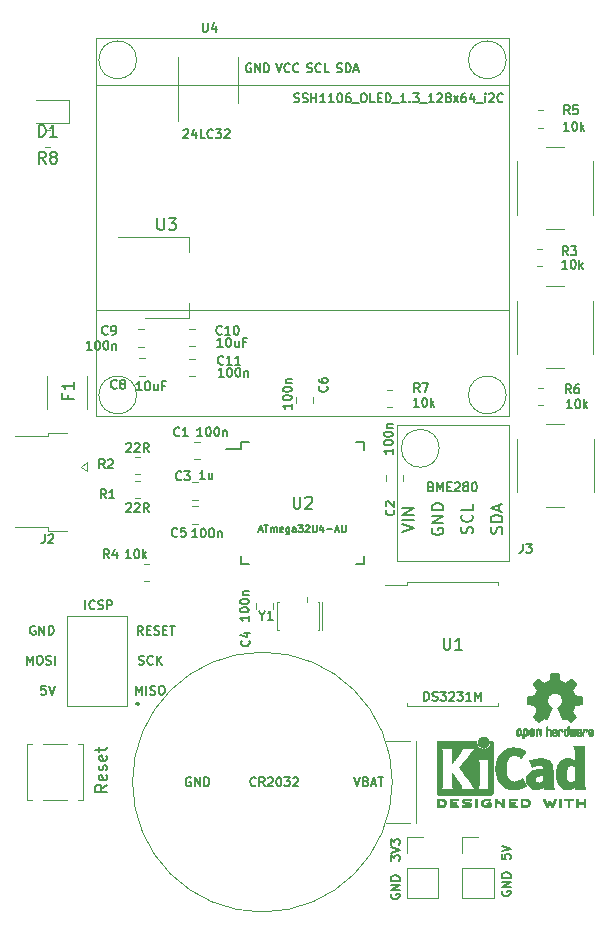
<source format=gbr>
%TF.GenerationSoftware,KiCad,Pcbnew,5.1.8-db9833491~87~ubuntu20.04.1*%
%TF.CreationDate,2020-11-19T17:12:54+01:00*%
%TF.ProjectId,custom-arduino-rtc-temperature-humidity,63757374-6f6d-42d6-9172-6475696e6f2d,rev?*%
%TF.SameCoordinates,Original*%
%TF.FileFunction,Legend,Top*%
%TF.FilePolarity,Positive*%
%FSLAX46Y46*%
G04 Gerber Fmt 4.6, Leading zero omitted, Abs format (unit mm)*
G04 Created by KiCad (PCBNEW 5.1.8-db9833491~87~ubuntu20.04.1) date 2020-11-19 17:12:54*
%MOMM*%
%LPD*%
G01*
G04 APERTURE LIST*
%ADD10C,0.150000*%
%ADD11C,0.187500*%
%ADD12C,0.120000*%
%ADD13C,0.010000*%
G04 APERTURE END LIST*
D10*
X115570000Y-79049428D02*
X115712857Y-79192285D01*
X115570000Y-79335142D01*
X115427142Y-79192285D01*
X115570000Y-79049428D01*
X115570000Y-79335142D01*
D11*
X146437000Y-95059428D02*
X146401285Y-95130857D01*
X146401285Y-95238000D01*
X146437000Y-95345142D01*
X146508428Y-95416571D01*
X146579857Y-95452285D01*
X146722714Y-95488000D01*
X146829857Y-95488000D01*
X146972714Y-95452285D01*
X147044142Y-95416571D01*
X147115571Y-95345142D01*
X147151285Y-95238000D01*
X147151285Y-95166571D01*
X147115571Y-95059428D01*
X147079857Y-95023714D01*
X146829857Y-95023714D01*
X146829857Y-95166571D01*
X147151285Y-94702285D02*
X146401285Y-94702285D01*
X147151285Y-94273714D01*
X146401285Y-94273714D01*
X147151285Y-93916571D02*
X146401285Y-93916571D01*
X146401285Y-93738000D01*
X146437000Y-93630857D01*
X146508428Y-93559428D01*
X146579857Y-93523714D01*
X146722714Y-93488000D01*
X146829857Y-93488000D01*
X146972714Y-93523714D01*
X147044142Y-93559428D01*
X147115571Y-93630857D01*
X147151285Y-93738000D01*
X147151285Y-93916571D01*
X137039000Y-95313428D02*
X137003285Y-95384857D01*
X137003285Y-95492000D01*
X137039000Y-95599142D01*
X137110428Y-95670571D01*
X137181857Y-95706285D01*
X137324714Y-95742000D01*
X137431857Y-95742000D01*
X137574714Y-95706285D01*
X137646142Y-95670571D01*
X137717571Y-95599142D01*
X137753285Y-95492000D01*
X137753285Y-95420571D01*
X137717571Y-95313428D01*
X137681857Y-95277714D01*
X137431857Y-95277714D01*
X137431857Y-95420571D01*
X137753285Y-94956285D02*
X137003285Y-94956285D01*
X137753285Y-94527714D01*
X137003285Y-94527714D01*
X137753285Y-94170571D02*
X137003285Y-94170571D01*
X137003285Y-93992000D01*
X137039000Y-93884857D01*
X137110428Y-93813428D01*
X137181857Y-93777714D01*
X137324714Y-93742000D01*
X137431857Y-93742000D01*
X137574714Y-93777714D01*
X137646142Y-93813428D01*
X137717571Y-93884857D01*
X137753285Y-93992000D01*
X137753285Y-94170571D01*
D12*
%TO.C,SW4*%
X107555000Y-82593000D02*
X109615000Y-82593000D01*
X107555000Y-87333000D02*
X109615000Y-87333000D01*
X106215000Y-87333000D02*
X106615000Y-87333000D01*
X106215000Y-82593000D02*
X106215000Y-87333000D01*
X106215000Y-82593000D02*
X106615000Y-82593000D01*
X110955000Y-87333000D02*
X110555000Y-87333000D01*
X110955000Y-82593000D02*
X110555000Y-82593000D01*
X110955000Y-82593000D02*
X110955000Y-87333000D01*
%TO.C,J7*%
X138370000Y-90491000D02*
X139700000Y-90491000D01*
X138370000Y-91821000D02*
X138370000Y-90491000D01*
X138370000Y-93091000D02*
X141030000Y-93091000D01*
X141030000Y-93091000D02*
X141030000Y-95691000D01*
X138370000Y-93091000D02*
X138370000Y-95691000D01*
X138370000Y-95691000D02*
X141030000Y-95691000D01*
%TO.C,J6*%
X143069000Y-90491000D02*
X144399000Y-90491000D01*
X143069000Y-91821000D02*
X143069000Y-90491000D01*
X143069000Y-93091000D02*
X145729000Y-93091000D01*
X145729000Y-93091000D02*
X145729000Y-95691000D01*
X143069000Y-93091000D02*
X143069000Y-95691000D01*
X143069000Y-95691000D02*
X145729000Y-95691000D01*
%TO.C,U4*%
X118979000Y-26416000D02*
X118979000Y-29866000D01*
X118979000Y-26416000D02*
X118979000Y-24466000D01*
X124099000Y-26416000D02*
X124099000Y-28366000D01*
X124099000Y-26416000D02*
X124099000Y-24466000D01*
%TO.C,R8*%
X108177064Y-32104000D02*
X107722936Y-32104000D01*
X108177064Y-30634000D02*
X107722936Y-30634000D01*
%TO.C,D1*%
X106950000Y-30043000D02*
X109810000Y-30043000D01*
X109810000Y-30043000D02*
X109810000Y-28123000D01*
X109810000Y-28123000D02*
X106950000Y-28123000D01*
%TO.C,R7*%
X136678936Y-54075000D02*
X137133064Y-54075000D01*
X136678936Y-52605000D02*
X137133064Y-52605000D01*
D13*
%TO.C,REF\u002A\u002A*%
G36*
X150979910Y-76617348D02*
G01*
X151058454Y-76617778D01*
X151115298Y-76618942D01*
X151154105Y-76621207D01*
X151178538Y-76624940D01*
X151192262Y-76630506D01*
X151198940Y-76638273D01*
X151202236Y-76648605D01*
X151202556Y-76649943D01*
X151207562Y-76674079D01*
X151216829Y-76721701D01*
X151229392Y-76787741D01*
X151244287Y-76867128D01*
X151260551Y-76954796D01*
X151261119Y-76957875D01*
X151277410Y-77043789D01*
X151292652Y-77119696D01*
X151305861Y-77181045D01*
X151316054Y-77223282D01*
X151322248Y-77241855D01*
X151322543Y-77242184D01*
X151340788Y-77251253D01*
X151378405Y-77266367D01*
X151427271Y-77284262D01*
X151427543Y-77284358D01*
X151489093Y-77307493D01*
X151561657Y-77336965D01*
X151630057Y-77366597D01*
X151633294Y-77368062D01*
X151744702Y-77418626D01*
X151991399Y-77250160D01*
X152067077Y-77198803D01*
X152135631Y-77152889D01*
X152193088Y-77115030D01*
X152235476Y-77087837D01*
X152258825Y-77073921D01*
X152261042Y-77072889D01*
X152278010Y-77077484D01*
X152309701Y-77099655D01*
X152357352Y-77140447D01*
X152422198Y-77200905D01*
X152488397Y-77265227D01*
X152552214Y-77328612D01*
X152609329Y-77386451D01*
X152656305Y-77435175D01*
X152689703Y-77471210D01*
X152706085Y-77490984D01*
X152706694Y-77492002D01*
X152708505Y-77505572D01*
X152701683Y-77527733D01*
X152684540Y-77561478D01*
X152655393Y-77609800D01*
X152612555Y-77675692D01*
X152555448Y-77760517D01*
X152504766Y-77835177D01*
X152459461Y-77902140D01*
X152422150Y-77957516D01*
X152395452Y-77997420D01*
X152381985Y-78017962D01*
X152381137Y-78019356D01*
X152382781Y-78039038D01*
X152395245Y-78077293D01*
X152416048Y-78126889D01*
X152423462Y-78142728D01*
X152455814Y-78213290D01*
X152490328Y-78293353D01*
X152518365Y-78362629D01*
X152538568Y-78414045D01*
X152554615Y-78453119D01*
X152563888Y-78473541D01*
X152565041Y-78475114D01*
X152582096Y-78477721D01*
X152622298Y-78484863D01*
X152680302Y-78495523D01*
X152750763Y-78508685D01*
X152828335Y-78523333D01*
X152907672Y-78538449D01*
X152983431Y-78553018D01*
X153050264Y-78566022D01*
X153102828Y-78576445D01*
X153135776Y-78583270D01*
X153143857Y-78585199D01*
X153152205Y-78589962D01*
X153158506Y-78600718D01*
X153163045Y-78621098D01*
X153166104Y-78654734D01*
X153167967Y-78705255D01*
X153168918Y-78776292D01*
X153169240Y-78871476D01*
X153169257Y-78910492D01*
X153169257Y-79227799D01*
X153093057Y-79242839D01*
X153050663Y-79250995D01*
X152987400Y-79262899D01*
X152910962Y-79277116D01*
X152829043Y-79292210D01*
X152806400Y-79296355D01*
X152730806Y-79311053D01*
X152664953Y-79325505D01*
X152614366Y-79338375D01*
X152584574Y-79348322D01*
X152579612Y-79351287D01*
X152567426Y-79372283D01*
X152549953Y-79412967D01*
X152530577Y-79465322D01*
X152526734Y-79476600D01*
X152501339Y-79546523D01*
X152469817Y-79625418D01*
X152438969Y-79696266D01*
X152438817Y-79696595D01*
X152387447Y-79807733D01*
X152556399Y-80056253D01*
X152725352Y-80304772D01*
X152508429Y-80522058D01*
X152442819Y-80586726D01*
X152382979Y-80643733D01*
X152332267Y-80690033D01*
X152294046Y-80722584D01*
X152271675Y-80738343D01*
X152268466Y-80739343D01*
X152249626Y-80731469D01*
X152211180Y-80709578D01*
X152157330Y-80676267D01*
X152092276Y-80634131D01*
X152021940Y-80586943D01*
X151950555Y-80538810D01*
X151886908Y-80496928D01*
X151835041Y-80463871D01*
X151798995Y-80442218D01*
X151782867Y-80434543D01*
X151763189Y-80441037D01*
X151725875Y-80458150D01*
X151678621Y-80482326D01*
X151673612Y-80485013D01*
X151609977Y-80516927D01*
X151566341Y-80532579D01*
X151539202Y-80532745D01*
X151525057Y-80518204D01*
X151524975Y-80518000D01*
X151517905Y-80500779D01*
X151501042Y-80459899D01*
X151475695Y-80398525D01*
X151443171Y-80319819D01*
X151404778Y-80226947D01*
X151361822Y-80123072D01*
X151320222Y-80022502D01*
X151274504Y-79911516D01*
X151232526Y-79808703D01*
X151195548Y-79717215D01*
X151164827Y-79640201D01*
X151141622Y-79580815D01*
X151127190Y-79542209D01*
X151122743Y-79527800D01*
X151133896Y-79511272D01*
X151163069Y-79484930D01*
X151201971Y-79455887D01*
X151312757Y-79364039D01*
X151399351Y-79258759D01*
X151460716Y-79142266D01*
X151495815Y-79016776D01*
X151503608Y-78884507D01*
X151497943Y-78823457D01*
X151467078Y-78696795D01*
X151413920Y-78584941D01*
X151341767Y-78489001D01*
X151253917Y-78410076D01*
X151153665Y-78349270D01*
X151044310Y-78307687D01*
X150929147Y-78286428D01*
X150811475Y-78286599D01*
X150694590Y-78309301D01*
X150581789Y-78355638D01*
X150476369Y-78426713D01*
X150432368Y-78466911D01*
X150347979Y-78570129D01*
X150289222Y-78682925D01*
X150255704Y-78802010D01*
X150247035Y-78924095D01*
X150262823Y-79045893D01*
X150302678Y-79164116D01*
X150366207Y-79275475D01*
X150453021Y-79376684D01*
X150550029Y-79455887D01*
X150590437Y-79486162D01*
X150618982Y-79512219D01*
X150629257Y-79527825D01*
X150623877Y-79544843D01*
X150608575Y-79585500D01*
X150584612Y-79646642D01*
X150553244Y-79725119D01*
X150515732Y-79817780D01*
X150473333Y-79921472D01*
X150431663Y-80022526D01*
X150385690Y-80133607D01*
X150343107Y-80236541D01*
X150305221Y-80328165D01*
X150273340Y-80405316D01*
X150248771Y-80464831D01*
X150232820Y-80503544D01*
X150226910Y-80518000D01*
X150212948Y-80532685D01*
X150185940Y-80532642D01*
X150142413Y-80517099D01*
X150078890Y-80485284D01*
X150078388Y-80485013D01*
X150030560Y-80460323D01*
X149991897Y-80442338D01*
X149970095Y-80434614D01*
X149969133Y-80434543D01*
X149952721Y-80442378D01*
X149916487Y-80464165D01*
X149864474Y-80497328D01*
X149800725Y-80539291D01*
X149730060Y-80586943D01*
X149658116Y-80635191D01*
X149593274Y-80677151D01*
X149539735Y-80710227D01*
X149501697Y-80731821D01*
X149483533Y-80739343D01*
X149466808Y-80729457D01*
X149433180Y-80701826D01*
X149386010Y-80659495D01*
X149328658Y-80605505D01*
X149264484Y-80542899D01*
X149243497Y-80521983D01*
X149026499Y-80304623D01*
X149191668Y-80062220D01*
X149241864Y-79987781D01*
X149285919Y-79920972D01*
X149321362Y-79865665D01*
X149345719Y-79825729D01*
X149356522Y-79805036D01*
X149356838Y-79803563D01*
X149351143Y-79784058D01*
X149335826Y-79744822D01*
X149313537Y-79692430D01*
X149297893Y-79657355D01*
X149268641Y-79590201D01*
X149241094Y-79522358D01*
X149219737Y-79465034D01*
X149213935Y-79447572D01*
X149197452Y-79400938D01*
X149181340Y-79364905D01*
X149172490Y-79351287D01*
X149152960Y-79342952D01*
X149110334Y-79331137D01*
X149050145Y-79317181D01*
X148977922Y-79302422D01*
X148945600Y-79296355D01*
X148863522Y-79281273D01*
X148784795Y-79266669D01*
X148717109Y-79253980D01*
X148668160Y-79244642D01*
X148658943Y-79242839D01*
X148582743Y-79227799D01*
X148582743Y-78910492D01*
X148582914Y-78806154D01*
X148583616Y-78727213D01*
X148585134Y-78670038D01*
X148587749Y-78630999D01*
X148591746Y-78606465D01*
X148597409Y-78592805D01*
X148605020Y-78586389D01*
X148608143Y-78585199D01*
X148626978Y-78580980D01*
X148668588Y-78572562D01*
X148727630Y-78560961D01*
X148798757Y-78547195D01*
X148876625Y-78532280D01*
X148955887Y-78517232D01*
X149031198Y-78503069D01*
X149097213Y-78490806D01*
X149148587Y-78481461D01*
X149179975Y-78476050D01*
X149186959Y-78475114D01*
X149193285Y-78462596D01*
X149207290Y-78429246D01*
X149226355Y-78381377D01*
X149233634Y-78362629D01*
X149262996Y-78290195D01*
X149297571Y-78210170D01*
X149328537Y-78142728D01*
X149351323Y-78091159D01*
X149366482Y-78048785D01*
X149371542Y-78022834D01*
X149370736Y-78019356D01*
X149360041Y-78002936D01*
X149335620Y-77966417D01*
X149300095Y-77913687D01*
X149256087Y-77848635D01*
X149206217Y-77775151D01*
X149196356Y-77760645D01*
X149138492Y-77674704D01*
X149095956Y-77609261D01*
X149067054Y-77561304D01*
X149050090Y-77527820D01*
X149043367Y-77505795D01*
X149045190Y-77492217D01*
X149045236Y-77492131D01*
X149059586Y-77474297D01*
X149091323Y-77439817D01*
X149137010Y-77392268D01*
X149193204Y-77335222D01*
X149256468Y-77272255D01*
X149263602Y-77265227D01*
X149343330Y-77188020D01*
X149404857Y-77131330D01*
X149449421Y-77094110D01*
X149478257Y-77075315D01*
X149490958Y-77072889D01*
X149509494Y-77083471D01*
X149547961Y-77107916D01*
X149602386Y-77143612D01*
X149668798Y-77187947D01*
X149743225Y-77238311D01*
X149760601Y-77250160D01*
X150007297Y-77418626D01*
X150118706Y-77368062D01*
X150186457Y-77338595D01*
X150259183Y-77308959D01*
X150321703Y-77285330D01*
X150324457Y-77284358D01*
X150373360Y-77266457D01*
X150411057Y-77251320D01*
X150429425Y-77242210D01*
X150429456Y-77242184D01*
X150435285Y-77225717D01*
X150445192Y-77185219D01*
X150458195Y-77125242D01*
X150473309Y-77050340D01*
X150489552Y-76965064D01*
X150490881Y-76957875D01*
X150507175Y-76870014D01*
X150522133Y-76790260D01*
X150534791Y-76723681D01*
X150544186Y-76675347D01*
X150549354Y-76650325D01*
X150549444Y-76649943D01*
X150552589Y-76639299D01*
X150558704Y-76631262D01*
X150571453Y-76625467D01*
X150594500Y-76621547D01*
X150631509Y-76619135D01*
X150686144Y-76617865D01*
X150762067Y-76617371D01*
X150862944Y-76617286D01*
X150876000Y-76617286D01*
X150979910Y-76617348D01*
G37*
X150979910Y-76617348D02*
X151058454Y-76617778D01*
X151115298Y-76618942D01*
X151154105Y-76621207D01*
X151178538Y-76624940D01*
X151192262Y-76630506D01*
X151198940Y-76638273D01*
X151202236Y-76648605D01*
X151202556Y-76649943D01*
X151207562Y-76674079D01*
X151216829Y-76721701D01*
X151229392Y-76787741D01*
X151244287Y-76867128D01*
X151260551Y-76954796D01*
X151261119Y-76957875D01*
X151277410Y-77043789D01*
X151292652Y-77119696D01*
X151305861Y-77181045D01*
X151316054Y-77223282D01*
X151322248Y-77241855D01*
X151322543Y-77242184D01*
X151340788Y-77251253D01*
X151378405Y-77266367D01*
X151427271Y-77284262D01*
X151427543Y-77284358D01*
X151489093Y-77307493D01*
X151561657Y-77336965D01*
X151630057Y-77366597D01*
X151633294Y-77368062D01*
X151744702Y-77418626D01*
X151991399Y-77250160D01*
X152067077Y-77198803D01*
X152135631Y-77152889D01*
X152193088Y-77115030D01*
X152235476Y-77087837D01*
X152258825Y-77073921D01*
X152261042Y-77072889D01*
X152278010Y-77077484D01*
X152309701Y-77099655D01*
X152357352Y-77140447D01*
X152422198Y-77200905D01*
X152488397Y-77265227D01*
X152552214Y-77328612D01*
X152609329Y-77386451D01*
X152656305Y-77435175D01*
X152689703Y-77471210D01*
X152706085Y-77490984D01*
X152706694Y-77492002D01*
X152708505Y-77505572D01*
X152701683Y-77527733D01*
X152684540Y-77561478D01*
X152655393Y-77609800D01*
X152612555Y-77675692D01*
X152555448Y-77760517D01*
X152504766Y-77835177D01*
X152459461Y-77902140D01*
X152422150Y-77957516D01*
X152395452Y-77997420D01*
X152381985Y-78017962D01*
X152381137Y-78019356D01*
X152382781Y-78039038D01*
X152395245Y-78077293D01*
X152416048Y-78126889D01*
X152423462Y-78142728D01*
X152455814Y-78213290D01*
X152490328Y-78293353D01*
X152518365Y-78362629D01*
X152538568Y-78414045D01*
X152554615Y-78453119D01*
X152563888Y-78473541D01*
X152565041Y-78475114D01*
X152582096Y-78477721D01*
X152622298Y-78484863D01*
X152680302Y-78495523D01*
X152750763Y-78508685D01*
X152828335Y-78523333D01*
X152907672Y-78538449D01*
X152983431Y-78553018D01*
X153050264Y-78566022D01*
X153102828Y-78576445D01*
X153135776Y-78583270D01*
X153143857Y-78585199D01*
X153152205Y-78589962D01*
X153158506Y-78600718D01*
X153163045Y-78621098D01*
X153166104Y-78654734D01*
X153167967Y-78705255D01*
X153168918Y-78776292D01*
X153169240Y-78871476D01*
X153169257Y-78910492D01*
X153169257Y-79227799D01*
X153093057Y-79242839D01*
X153050663Y-79250995D01*
X152987400Y-79262899D01*
X152910962Y-79277116D01*
X152829043Y-79292210D01*
X152806400Y-79296355D01*
X152730806Y-79311053D01*
X152664953Y-79325505D01*
X152614366Y-79338375D01*
X152584574Y-79348322D01*
X152579612Y-79351287D01*
X152567426Y-79372283D01*
X152549953Y-79412967D01*
X152530577Y-79465322D01*
X152526734Y-79476600D01*
X152501339Y-79546523D01*
X152469817Y-79625418D01*
X152438969Y-79696266D01*
X152438817Y-79696595D01*
X152387447Y-79807733D01*
X152556399Y-80056253D01*
X152725352Y-80304772D01*
X152508429Y-80522058D01*
X152442819Y-80586726D01*
X152382979Y-80643733D01*
X152332267Y-80690033D01*
X152294046Y-80722584D01*
X152271675Y-80738343D01*
X152268466Y-80739343D01*
X152249626Y-80731469D01*
X152211180Y-80709578D01*
X152157330Y-80676267D01*
X152092276Y-80634131D01*
X152021940Y-80586943D01*
X151950555Y-80538810D01*
X151886908Y-80496928D01*
X151835041Y-80463871D01*
X151798995Y-80442218D01*
X151782867Y-80434543D01*
X151763189Y-80441037D01*
X151725875Y-80458150D01*
X151678621Y-80482326D01*
X151673612Y-80485013D01*
X151609977Y-80516927D01*
X151566341Y-80532579D01*
X151539202Y-80532745D01*
X151525057Y-80518204D01*
X151524975Y-80518000D01*
X151517905Y-80500779D01*
X151501042Y-80459899D01*
X151475695Y-80398525D01*
X151443171Y-80319819D01*
X151404778Y-80226947D01*
X151361822Y-80123072D01*
X151320222Y-80022502D01*
X151274504Y-79911516D01*
X151232526Y-79808703D01*
X151195548Y-79717215D01*
X151164827Y-79640201D01*
X151141622Y-79580815D01*
X151127190Y-79542209D01*
X151122743Y-79527800D01*
X151133896Y-79511272D01*
X151163069Y-79484930D01*
X151201971Y-79455887D01*
X151312757Y-79364039D01*
X151399351Y-79258759D01*
X151460716Y-79142266D01*
X151495815Y-79016776D01*
X151503608Y-78884507D01*
X151497943Y-78823457D01*
X151467078Y-78696795D01*
X151413920Y-78584941D01*
X151341767Y-78489001D01*
X151253917Y-78410076D01*
X151153665Y-78349270D01*
X151044310Y-78307687D01*
X150929147Y-78286428D01*
X150811475Y-78286599D01*
X150694590Y-78309301D01*
X150581789Y-78355638D01*
X150476369Y-78426713D01*
X150432368Y-78466911D01*
X150347979Y-78570129D01*
X150289222Y-78682925D01*
X150255704Y-78802010D01*
X150247035Y-78924095D01*
X150262823Y-79045893D01*
X150302678Y-79164116D01*
X150366207Y-79275475D01*
X150453021Y-79376684D01*
X150550029Y-79455887D01*
X150590437Y-79486162D01*
X150618982Y-79512219D01*
X150629257Y-79527825D01*
X150623877Y-79544843D01*
X150608575Y-79585500D01*
X150584612Y-79646642D01*
X150553244Y-79725119D01*
X150515732Y-79817780D01*
X150473333Y-79921472D01*
X150431663Y-80022526D01*
X150385690Y-80133607D01*
X150343107Y-80236541D01*
X150305221Y-80328165D01*
X150273340Y-80405316D01*
X150248771Y-80464831D01*
X150232820Y-80503544D01*
X150226910Y-80518000D01*
X150212948Y-80532685D01*
X150185940Y-80532642D01*
X150142413Y-80517099D01*
X150078890Y-80485284D01*
X150078388Y-80485013D01*
X150030560Y-80460323D01*
X149991897Y-80442338D01*
X149970095Y-80434614D01*
X149969133Y-80434543D01*
X149952721Y-80442378D01*
X149916487Y-80464165D01*
X149864474Y-80497328D01*
X149800725Y-80539291D01*
X149730060Y-80586943D01*
X149658116Y-80635191D01*
X149593274Y-80677151D01*
X149539735Y-80710227D01*
X149501697Y-80731821D01*
X149483533Y-80739343D01*
X149466808Y-80729457D01*
X149433180Y-80701826D01*
X149386010Y-80659495D01*
X149328658Y-80605505D01*
X149264484Y-80542899D01*
X149243497Y-80521983D01*
X149026499Y-80304623D01*
X149191668Y-80062220D01*
X149241864Y-79987781D01*
X149285919Y-79920972D01*
X149321362Y-79865665D01*
X149345719Y-79825729D01*
X149356522Y-79805036D01*
X149356838Y-79803563D01*
X149351143Y-79784058D01*
X149335826Y-79744822D01*
X149313537Y-79692430D01*
X149297893Y-79657355D01*
X149268641Y-79590201D01*
X149241094Y-79522358D01*
X149219737Y-79465034D01*
X149213935Y-79447572D01*
X149197452Y-79400938D01*
X149181340Y-79364905D01*
X149172490Y-79351287D01*
X149152960Y-79342952D01*
X149110334Y-79331137D01*
X149050145Y-79317181D01*
X148977922Y-79302422D01*
X148945600Y-79296355D01*
X148863522Y-79281273D01*
X148784795Y-79266669D01*
X148717109Y-79253980D01*
X148668160Y-79244642D01*
X148658943Y-79242839D01*
X148582743Y-79227799D01*
X148582743Y-78910492D01*
X148582914Y-78806154D01*
X148583616Y-78727213D01*
X148585134Y-78670038D01*
X148587749Y-78630999D01*
X148591746Y-78606465D01*
X148597409Y-78592805D01*
X148605020Y-78586389D01*
X148608143Y-78585199D01*
X148626978Y-78580980D01*
X148668588Y-78572562D01*
X148727630Y-78560961D01*
X148798757Y-78547195D01*
X148876625Y-78532280D01*
X148955887Y-78517232D01*
X149031198Y-78503069D01*
X149097213Y-78490806D01*
X149148587Y-78481461D01*
X149179975Y-78476050D01*
X149186959Y-78475114D01*
X149193285Y-78462596D01*
X149207290Y-78429246D01*
X149226355Y-78381377D01*
X149233634Y-78362629D01*
X149262996Y-78290195D01*
X149297571Y-78210170D01*
X149328537Y-78142728D01*
X149351323Y-78091159D01*
X149366482Y-78048785D01*
X149371542Y-78022834D01*
X149370736Y-78019356D01*
X149360041Y-78002936D01*
X149335620Y-77966417D01*
X149300095Y-77913687D01*
X149256087Y-77848635D01*
X149206217Y-77775151D01*
X149196356Y-77760645D01*
X149138492Y-77674704D01*
X149095956Y-77609261D01*
X149067054Y-77561304D01*
X149050090Y-77527820D01*
X149043367Y-77505795D01*
X149045190Y-77492217D01*
X149045236Y-77492131D01*
X149059586Y-77474297D01*
X149091323Y-77439817D01*
X149137010Y-77392268D01*
X149193204Y-77335222D01*
X149256468Y-77272255D01*
X149263602Y-77265227D01*
X149343330Y-77188020D01*
X149404857Y-77131330D01*
X149449421Y-77094110D01*
X149478257Y-77075315D01*
X149490958Y-77072889D01*
X149509494Y-77083471D01*
X149547961Y-77107916D01*
X149602386Y-77143612D01*
X149668798Y-77187947D01*
X149743225Y-77238311D01*
X149760601Y-77250160D01*
X150007297Y-77418626D01*
X150118706Y-77368062D01*
X150186457Y-77338595D01*
X150259183Y-77308959D01*
X150321703Y-77285330D01*
X150324457Y-77284358D01*
X150373360Y-77266457D01*
X150411057Y-77251320D01*
X150429425Y-77242210D01*
X150429456Y-77242184D01*
X150435285Y-77225717D01*
X150445192Y-77185219D01*
X150458195Y-77125242D01*
X150473309Y-77050340D01*
X150489552Y-76965064D01*
X150490881Y-76957875D01*
X150507175Y-76870014D01*
X150522133Y-76790260D01*
X150534791Y-76723681D01*
X150544186Y-76675347D01*
X150549354Y-76650325D01*
X150549444Y-76649943D01*
X150552589Y-76639299D01*
X150558704Y-76631262D01*
X150571453Y-76625467D01*
X150594500Y-76621547D01*
X150631509Y-76619135D01*
X150686144Y-76617865D01*
X150762067Y-76617371D01*
X150862944Y-76617286D01*
X150876000Y-76617286D01*
X150979910Y-76617348D01*
G36*
X154029595Y-81341966D02*
G01*
X154087021Y-81379497D01*
X154114719Y-81413096D01*
X154136662Y-81474064D01*
X154138405Y-81522308D01*
X154134457Y-81586816D01*
X153985686Y-81651934D01*
X153913349Y-81685202D01*
X153866084Y-81711964D01*
X153841507Y-81735144D01*
X153837237Y-81757667D01*
X153850889Y-81782455D01*
X153865943Y-81798886D01*
X153909746Y-81825235D01*
X153957389Y-81827081D01*
X154001145Y-81806546D01*
X154033289Y-81765752D01*
X154039038Y-81751347D01*
X154066576Y-81706356D01*
X154098258Y-81687182D01*
X154141714Y-81670779D01*
X154141714Y-81732966D01*
X154137872Y-81775283D01*
X154122823Y-81810969D01*
X154091280Y-81851943D01*
X154086592Y-81857267D01*
X154051506Y-81893720D01*
X154021347Y-81913283D01*
X153983615Y-81922283D01*
X153952335Y-81925230D01*
X153896385Y-81925965D01*
X153856555Y-81916660D01*
X153831708Y-81902846D01*
X153792656Y-81872467D01*
X153765625Y-81839613D01*
X153748517Y-81798294D01*
X153739238Y-81742521D01*
X153735693Y-81666305D01*
X153735410Y-81627622D01*
X153736372Y-81581247D01*
X153824007Y-81581247D01*
X153825023Y-81606126D01*
X153827556Y-81610200D01*
X153844274Y-81604665D01*
X153880249Y-81590017D01*
X153928331Y-81569190D01*
X153938386Y-81564714D01*
X153999152Y-81533814D01*
X154032632Y-81506657D01*
X154039990Y-81481220D01*
X154022391Y-81455481D01*
X154007856Y-81444109D01*
X153955410Y-81421364D01*
X153906322Y-81425122D01*
X153865227Y-81452884D01*
X153836758Y-81502152D01*
X153827631Y-81541257D01*
X153824007Y-81581247D01*
X153736372Y-81581247D01*
X153737285Y-81537249D01*
X153744196Y-81470384D01*
X153757884Y-81421695D01*
X153780096Y-81385849D01*
X153812574Y-81357513D01*
X153826733Y-81348355D01*
X153891053Y-81324507D01*
X153961473Y-81323006D01*
X154029595Y-81341966D01*
G37*
X154029595Y-81341966D02*
X154087021Y-81379497D01*
X154114719Y-81413096D01*
X154136662Y-81474064D01*
X154138405Y-81522308D01*
X154134457Y-81586816D01*
X153985686Y-81651934D01*
X153913349Y-81685202D01*
X153866084Y-81711964D01*
X153841507Y-81735144D01*
X153837237Y-81757667D01*
X153850889Y-81782455D01*
X153865943Y-81798886D01*
X153909746Y-81825235D01*
X153957389Y-81827081D01*
X154001145Y-81806546D01*
X154033289Y-81765752D01*
X154039038Y-81751347D01*
X154066576Y-81706356D01*
X154098258Y-81687182D01*
X154141714Y-81670779D01*
X154141714Y-81732966D01*
X154137872Y-81775283D01*
X154122823Y-81810969D01*
X154091280Y-81851943D01*
X154086592Y-81857267D01*
X154051506Y-81893720D01*
X154021347Y-81913283D01*
X153983615Y-81922283D01*
X153952335Y-81925230D01*
X153896385Y-81925965D01*
X153856555Y-81916660D01*
X153831708Y-81902846D01*
X153792656Y-81872467D01*
X153765625Y-81839613D01*
X153748517Y-81798294D01*
X153739238Y-81742521D01*
X153735693Y-81666305D01*
X153735410Y-81627622D01*
X153736372Y-81581247D01*
X153824007Y-81581247D01*
X153825023Y-81606126D01*
X153827556Y-81610200D01*
X153844274Y-81604665D01*
X153880249Y-81590017D01*
X153928331Y-81569190D01*
X153938386Y-81564714D01*
X153999152Y-81533814D01*
X154032632Y-81506657D01*
X154039990Y-81481220D01*
X154022391Y-81455481D01*
X154007856Y-81444109D01*
X153955410Y-81421364D01*
X153906322Y-81425122D01*
X153865227Y-81452884D01*
X153836758Y-81502152D01*
X153827631Y-81541257D01*
X153824007Y-81581247D01*
X153736372Y-81581247D01*
X153737285Y-81537249D01*
X153744196Y-81470384D01*
X153757884Y-81421695D01*
X153780096Y-81385849D01*
X153812574Y-81357513D01*
X153826733Y-81348355D01*
X153891053Y-81324507D01*
X153961473Y-81323006D01*
X154029595Y-81341966D01*
G36*
X153528600Y-81333752D02*
G01*
X153545948Y-81341334D01*
X153587356Y-81374128D01*
X153622765Y-81421547D01*
X153644664Y-81472151D01*
X153648229Y-81497098D01*
X153636279Y-81531927D01*
X153610067Y-81550357D01*
X153581964Y-81561516D01*
X153569095Y-81563572D01*
X153562829Y-81548649D01*
X153550456Y-81516175D01*
X153545028Y-81501502D01*
X153514590Y-81450744D01*
X153470520Y-81425427D01*
X153414010Y-81426206D01*
X153409825Y-81427203D01*
X153379655Y-81441507D01*
X153357476Y-81469393D01*
X153342327Y-81514287D01*
X153333250Y-81579615D01*
X153329286Y-81668804D01*
X153328914Y-81716261D01*
X153328730Y-81791071D01*
X153327522Y-81842069D01*
X153324309Y-81874471D01*
X153318109Y-81893495D01*
X153307940Y-81904356D01*
X153292819Y-81912272D01*
X153291946Y-81912670D01*
X153262828Y-81924981D01*
X153248403Y-81929514D01*
X153246186Y-81915809D01*
X153244289Y-81877925D01*
X153242847Y-81820715D01*
X153241998Y-81749027D01*
X153241829Y-81696565D01*
X153242692Y-81595047D01*
X153246070Y-81518032D01*
X153253142Y-81461023D01*
X153265088Y-81419526D01*
X153283090Y-81389043D01*
X153308327Y-81365080D01*
X153333247Y-81348355D01*
X153393171Y-81326097D01*
X153462911Y-81321076D01*
X153528600Y-81333752D01*
G37*
X153528600Y-81333752D02*
X153545948Y-81341334D01*
X153587356Y-81374128D01*
X153622765Y-81421547D01*
X153644664Y-81472151D01*
X153648229Y-81497098D01*
X153636279Y-81531927D01*
X153610067Y-81550357D01*
X153581964Y-81561516D01*
X153569095Y-81563572D01*
X153562829Y-81548649D01*
X153550456Y-81516175D01*
X153545028Y-81501502D01*
X153514590Y-81450744D01*
X153470520Y-81425427D01*
X153414010Y-81426206D01*
X153409825Y-81427203D01*
X153379655Y-81441507D01*
X153357476Y-81469393D01*
X153342327Y-81514287D01*
X153333250Y-81579615D01*
X153329286Y-81668804D01*
X153328914Y-81716261D01*
X153328730Y-81791071D01*
X153327522Y-81842069D01*
X153324309Y-81874471D01*
X153318109Y-81893495D01*
X153307940Y-81904356D01*
X153292819Y-81912272D01*
X153291946Y-81912670D01*
X153262828Y-81924981D01*
X153248403Y-81929514D01*
X153246186Y-81915809D01*
X153244289Y-81877925D01*
X153242847Y-81820715D01*
X153241998Y-81749027D01*
X153241829Y-81696565D01*
X153242692Y-81595047D01*
X153246070Y-81518032D01*
X153253142Y-81461023D01*
X153265088Y-81419526D01*
X153283090Y-81389043D01*
X153308327Y-81365080D01*
X153333247Y-81348355D01*
X153393171Y-81326097D01*
X153462911Y-81321076D01*
X153528600Y-81333752D01*
G36*
X153020876Y-81331335D02*
G01*
X153062667Y-81350344D01*
X153095469Y-81373378D01*
X153119503Y-81399133D01*
X153136097Y-81432358D01*
X153146577Y-81477800D01*
X153152271Y-81540207D01*
X153154507Y-81624327D01*
X153154743Y-81679721D01*
X153154743Y-81895826D01*
X153117774Y-81912670D01*
X153088656Y-81924981D01*
X153074231Y-81929514D01*
X153071472Y-81916025D01*
X153069282Y-81879653D01*
X153067942Y-81826542D01*
X153067657Y-81784372D01*
X153066434Y-81723447D01*
X153063136Y-81675115D01*
X153058321Y-81645518D01*
X153054496Y-81639229D01*
X153028783Y-81645652D01*
X152988418Y-81662125D01*
X152941679Y-81684458D01*
X152896845Y-81708457D01*
X152862193Y-81729930D01*
X152846002Y-81744685D01*
X152845938Y-81744845D01*
X152847330Y-81772152D01*
X152859818Y-81798219D01*
X152881743Y-81819392D01*
X152913743Y-81826474D01*
X152941092Y-81825649D01*
X152979826Y-81825042D01*
X153000158Y-81834116D01*
X153012369Y-81858092D01*
X153013909Y-81862613D01*
X153019203Y-81896806D01*
X153005047Y-81917568D01*
X152968148Y-81927462D01*
X152928289Y-81929292D01*
X152856562Y-81915727D01*
X152819432Y-81896355D01*
X152773576Y-81850845D01*
X152749256Y-81794983D01*
X152747073Y-81735957D01*
X152767629Y-81680953D01*
X152798549Y-81646486D01*
X152829420Y-81627189D01*
X152877942Y-81602759D01*
X152934485Y-81577985D01*
X152943910Y-81574199D01*
X153006019Y-81546791D01*
X153041822Y-81522634D01*
X153053337Y-81498619D01*
X153042580Y-81471635D01*
X153024114Y-81450543D01*
X152980469Y-81424572D01*
X152932446Y-81422624D01*
X152888406Y-81442637D01*
X152856709Y-81482551D01*
X152852549Y-81492848D01*
X152828327Y-81530724D01*
X152792965Y-81558842D01*
X152748343Y-81581917D01*
X152748343Y-81516485D01*
X152750969Y-81476506D01*
X152762230Y-81444997D01*
X152787199Y-81411378D01*
X152811169Y-81385484D01*
X152848441Y-81348817D01*
X152877401Y-81329121D01*
X152908505Y-81321220D01*
X152943713Y-81319914D01*
X153020876Y-81331335D01*
G37*
X153020876Y-81331335D02*
X153062667Y-81350344D01*
X153095469Y-81373378D01*
X153119503Y-81399133D01*
X153136097Y-81432358D01*
X153146577Y-81477800D01*
X153152271Y-81540207D01*
X153154507Y-81624327D01*
X153154743Y-81679721D01*
X153154743Y-81895826D01*
X153117774Y-81912670D01*
X153088656Y-81924981D01*
X153074231Y-81929514D01*
X153071472Y-81916025D01*
X153069282Y-81879653D01*
X153067942Y-81826542D01*
X153067657Y-81784372D01*
X153066434Y-81723447D01*
X153063136Y-81675115D01*
X153058321Y-81645518D01*
X153054496Y-81639229D01*
X153028783Y-81645652D01*
X152988418Y-81662125D01*
X152941679Y-81684458D01*
X152896845Y-81708457D01*
X152862193Y-81729930D01*
X152846002Y-81744685D01*
X152845938Y-81744845D01*
X152847330Y-81772152D01*
X152859818Y-81798219D01*
X152881743Y-81819392D01*
X152913743Y-81826474D01*
X152941092Y-81825649D01*
X152979826Y-81825042D01*
X153000158Y-81834116D01*
X153012369Y-81858092D01*
X153013909Y-81862613D01*
X153019203Y-81896806D01*
X153005047Y-81917568D01*
X152968148Y-81927462D01*
X152928289Y-81929292D01*
X152856562Y-81915727D01*
X152819432Y-81896355D01*
X152773576Y-81850845D01*
X152749256Y-81794983D01*
X152747073Y-81735957D01*
X152767629Y-81680953D01*
X152798549Y-81646486D01*
X152829420Y-81627189D01*
X152877942Y-81602759D01*
X152934485Y-81577985D01*
X152943910Y-81574199D01*
X153006019Y-81546791D01*
X153041822Y-81522634D01*
X153053337Y-81498619D01*
X153042580Y-81471635D01*
X153024114Y-81450543D01*
X152980469Y-81424572D01*
X152932446Y-81422624D01*
X152888406Y-81442637D01*
X152856709Y-81482551D01*
X152852549Y-81492848D01*
X152828327Y-81530724D01*
X152792965Y-81558842D01*
X152748343Y-81581917D01*
X152748343Y-81516485D01*
X152750969Y-81476506D01*
X152762230Y-81444997D01*
X152787199Y-81411378D01*
X152811169Y-81385484D01*
X152848441Y-81348817D01*
X152877401Y-81329121D01*
X152908505Y-81321220D01*
X152943713Y-81319914D01*
X153020876Y-81331335D01*
G36*
X152655833Y-81333663D02*
G01*
X152658048Y-81371850D01*
X152659784Y-81429886D01*
X152660899Y-81503180D01*
X152661257Y-81580055D01*
X152661257Y-81840196D01*
X152615326Y-81886127D01*
X152583675Y-81914429D01*
X152555890Y-81925893D01*
X152517915Y-81925168D01*
X152502840Y-81923321D01*
X152455726Y-81917948D01*
X152416756Y-81914869D01*
X152407257Y-81914585D01*
X152375233Y-81916445D01*
X152329432Y-81921114D01*
X152311674Y-81923321D01*
X152268057Y-81926735D01*
X152238745Y-81919320D01*
X152209680Y-81896427D01*
X152199188Y-81886127D01*
X152153257Y-81840196D01*
X152153257Y-81353602D01*
X152190226Y-81336758D01*
X152222059Y-81324282D01*
X152240683Y-81319914D01*
X152245458Y-81333718D01*
X152249921Y-81372286D01*
X152253775Y-81431356D01*
X152256722Y-81506663D01*
X152258143Y-81570286D01*
X152262114Y-81820657D01*
X152296759Y-81825556D01*
X152328268Y-81822131D01*
X152343708Y-81811041D01*
X152348023Y-81790308D01*
X152351708Y-81746145D01*
X152354469Y-81684146D01*
X152356012Y-81609909D01*
X152356235Y-81571706D01*
X152356457Y-81351783D01*
X152402166Y-81335849D01*
X152434518Y-81325015D01*
X152452115Y-81319962D01*
X152452623Y-81319914D01*
X152454388Y-81333648D01*
X152456329Y-81371730D01*
X152458282Y-81429482D01*
X152460084Y-81502227D01*
X152461343Y-81570286D01*
X152465314Y-81820657D01*
X152552400Y-81820657D01*
X152556396Y-81592240D01*
X152560392Y-81363822D01*
X152602847Y-81341868D01*
X152634192Y-81326793D01*
X152652744Y-81319951D01*
X152653279Y-81319914D01*
X152655833Y-81333663D01*
G37*
X152655833Y-81333663D02*
X152658048Y-81371850D01*
X152659784Y-81429886D01*
X152660899Y-81503180D01*
X152661257Y-81580055D01*
X152661257Y-81840196D01*
X152615326Y-81886127D01*
X152583675Y-81914429D01*
X152555890Y-81925893D01*
X152517915Y-81925168D01*
X152502840Y-81923321D01*
X152455726Y-81917948D01*
X152416756Y-81914869D01*
X152407257Y-81914585D01*
X152375233Y-81916445D01*
X152329432Y-81921114D01*
X152311674Y-81923321D01*
X152268057Y-81926735D01*
X152238745Y-81919320D01*
X152209680Y-81896427D01*
X152199188Y-81886127D01*
X152153257Y-81840196D01*
X152153257Y-81353602D01*
X152190226Y-81336758D01*
X152222059Y-81324282D01*
X152240683Y-81319914D01*
X152245458Y-81333718D01*
X152249921Y-81372286D01*
X152253775Y-81431356D01*
X152256722Y-81506663D01*
X152258143Y-81570286D01*
X152262114Y-81820657D01*
X152296759Y-81825556D01*
X152328268Y-81822131D01*
X152343708Y-81811041D01*
X152348023Y-81790308D01*
X152351708Y-81746145D01*
X152354469Y-81684146D01*
X152356012Y-81609909D01*
X152356235Y-81571706D01*
X152356457Y-81351783D01*
X152402166Y-81335849D01*
X152434518Y-81325015D01*
X152452115Y-81319962D01*
X152452623Y-81319914D01*
X152454388Y-81333648D01*
X152456329Y-81371730D01*
X152458282Y-81429482D01*
X152460084Y-81502227D01*
X152461343Y-81570286D01*
X152465314Y-81820657D01*
X152552400Y-81820657D01*
X152556396Y-81592240D01*
X152560392Y-81363822D01*
X152602847Y-81341868D01*
X152634192Y-81326793D01*
X152652744Y-81319951D01*
X152653279Y-81319914D01*
X152655833Y-81333663D01*
G36*
X152066117Y-81440358D02*
G01*
X152065933Y-81548837D01*
X152065219Y-81632287D01*
X152063675Y-81694704D01*
X152061001Y-81740085D01*
X152056894Y-81772429D01*
X152051055Y-81795733D01*
X152043182Y-81813995D01*
X152037221Y-81824418D01*
X151987855Y-81880945D01*
X151925264Y-81916377D01*
X151856013Y-81929090D01*
X151786668Y-81917463D01*
X151745375Y-81896568D01*
X151702025Y-81860422D01*
X151672481Y-81816276D01*
X151654655Y-81758462D01*
X151646463Y-81681313D01*
X151645302Y-81624714D01*
X151645458Y-81620647D01*
X151746857Y-81620647D01*
X151747476Y-81685550D01*
X151750314Y-81728514D01*
X151756840Y-81756622D01*
X151768523Y-81776953D01*
X151782483Y-81792288D01*
X151829365Y-81821890D01*
X151879701Y-81824419D01*
X151927276Y-81799705D01*
X151930979Y-81796356D01*
X151946783Y-81778935D01*
X151956693Y-81758209D01*
X151962058Y-81727362D01*
X151964228Y-81679577D01*
X151964571Y-81626748D01*
X151963827Y-81560381D01*
X151960748Y-81516106D01*
X151954061Y-81487009D01*
X151942496Y-81466173D01*
X151933013Y-81455107D01*
X151888960Y-81427198D01*
X151838224Y-81423843D01*
X151789796Y-81445159D01*
X151780450Y-81453073D01*
X151764540Y-81470647D01*
X151754610Y-81491587D01*
X151749278Y-81522782D01*
X151747163Y-81571122D01*
X151746857Y-81620647D01*
X151645458Y-81620647D01*
X151648810Y-81533568D01*
X151660726Y-81465086D01*
X151683135Y-81413600D01*
X151718124Y-81373443D01*
X151745375Y-81352861D01*
X151794907Y-81330625D01*
X151852316Y-81320304D01*
X151905682Y-81323067D01*
X151935543Y-81334212D01*
X151947261Y-81337383D01*
X151955037Y-81325557D01*
X151960465Y-81293866D01*
X151964571Y-81245593D01*
X151969067Y-81191829D01*
X151975313Y-81159482D01*
X151986676Y-81140985D01*
X152006528Y-81128770D01*
X152019000Y-81123362D01*
X152066171Y-81103601D01*
X152066117Y-81440358D01*
G37*
X152066117Y-81440358D02*
X152065933Y-81548837D01*
X152065219Y-81632287D01*
X152063675Y-81694704D01*
X152061001Y-81740085D01*
X152056894Y-81772429D01*
X152051055Y-81795733D01*
X152043182Y-81813995D01*
X152037221Y-81824418D01*
X151987855Y-81880945D01*
X151925264Y-81916377D01*
X151856013Y-81929090D01*
X151786668Y-81917463D01*
X151745375Y-81896568D01*
X151702025Y-81860422D01*
X151672481Y-81816276D01*
X151654655Y-81758462D01*
X151646463Y-81681313D01*
X151645302Y-81624714D01*
X151645458Y-81620647D01*
X151746857Y-81620647D01*
X151747476Y-81685550D01*
X151750314Y-81728514D01*
X151756840Y-81756622D01*
X151768523Y-81776953D01*
X151782483Y-81792288D01*
X151829365Y-81821890D01*
X151879701Y-81824419D01*
X151927276Y-81799705D01*
X151930979Y-81796356D01*
X151946783Y-81778935D01*
X151956693Y-81758209D01*
X151962058Y-81727362D01*
X151964228Y-81679577D01*
X151964571Y-81626748D01*
X151963827Y-81560381D01*
X151960748Y-81516106D01*
X151954061Y-81487009D01*
X151942496Y-81466173D01*
X151933013Y-81455107D01*
X151888960Y-81427198D01*
X151838224Y-81423843D01*
X151789796Y-81445159D01*
X151780450Y-81453073D01*
X151764540Y-81470647D01*
X151754610Y-81491587D01*
X151749278Y-81522782D01*
X151747163Y-81571122D01*
X151746857Y-81620647D01*
X151645458Y-81620647D01*
X151648810Y-81533568D01*
X151660726Y-81465086D01*
X151683135Y-81413600D01*
X151718124Y-81373443D01*
X151745375Y-81352861D01*
X151794907Y-81330625D01*
X151852316Y-81320304D01*
X151905682Y-81323067D01*
X151935543Y-81334212D01*
X151947261Y-81337383D01*
X151955037Y-81325557D01*
X151960465Y-81293866D01*
X151964571Y-81245593D01*
X151969067Y-81191829D01*
X151975313Y-81159482D01*
X151986676Y-81140985D01*
X152006528Y-81128770D01*
X152019000Y-81123362D01*
X152066171Y-81103601D01*
X152066117Y-81440358D01*
G36*
X151405926Y-81324755D02*
G01*
X151471858Y-81349084D01*
X151525273Y-81392117D01*
X151546164Y-81422409D01*
X151568939Y-81477994D01*
X151568466Y-81518186D01*
X151544562Y-81545217D01*
X151535717Y-81549813D01*
X151497530Y-81564144D01*
X151478028Y-81560472D01*
X151471422Y-81536407D01*
X151471086Y-81523114D01*
X151458992Y-81474210D01*
X151427471Y-81439999D01*
X151383659Y-81423476D01*
X151334695Y-81427634D01*
X151294894Y-81449227D01*
X151281450Y-81461544D01*
X151271921Y-81476487D01*
X151265485Y-81499075D01*
X151261317Y-81534328D01*
X151258597Y-81587266D01*
X151256502Y-81662907D01*
X151255960Y-81686857D01*
X151253981Y-81768790D01*
X151251731Y-81826455D01*
X151248357Y-81864608D01*
X151243006Y-81888004D01*
X151234824Y-81901398D01*
X151222959Y-81909545D01*
X151215362Y-81913144D01*
X151183102Y-81925452D01*
X151164111Y-81929514D01*
X151157836Y-81915948D01*
X151154006Y-81874934D01*
X151152600Y-81805999D01*
X151153598Y-81708669D01*
X151153908Y-81693657D01*
X151156101Y-81604859D01*
X151158693Y-81540019D01*
X151162382Y-81494067D01*
X151167864Y-81461935D01*
X151175835Y-81438553D01*
X151186993Y-81418852D01*
X151192830Y-81410410D01*
X151226296Y-81373057D01*
X151263727Y-81344003D01*
X151268309Y-81341467D01*
X151335426Y-81321443D01*
X151405926Y-81324755D01*
G37*
X151405926Y-81324755D02*
X151471858Y-81349084D01*
X151525273Y-81392117D01*
X151546164Y-81422409D01*
X151568939Y-81477994D01*
X151568466Y-81518186D01*
X151544562Y-81545217D01*
X151535717Y-81549813D01*
X151497530Y-81564144D01*
X151478028Y-81560472D01*
X151471422Y-81536407D01*
X151471086Y-81523114D01*
X151458992Y-81474210D01*
X151427471Y-81439999D01*
X151383659Y-81423476D01*
X151334695Y-81427634D01*
X151294894Y-81449227D01*
X151281450Y-81461544D01*
X151271921Y-81476487D01*
X151265485Y-81499075D01*
X151261317Y-81534328D01*
X151258597Y-81587266D01*
X151256502Y-81662907D01*
X151255960Y-81686857D01*
X151253981Y-81768790D01*
X151251731Y-81826455D01*
X151248357Y-81864608D01*
X151243006Y-81888004D01*
X151234824Y-81901398D01*
X151222959Y-81909545D01*
X151215362Y-81913144D01*
X151183102Y-81925452D01*
X151164111Y-81929514D01*
X151157836Y-81915948D01*
X151154006Y-81874934D01*
X151152600Y-81805999D01*
X151153598Y-81708669D01*
X151153908Y-81693657D01*
X151156101Y-81604859D01*
X151158693Y-81540019D01*
X151162382Y-81494067D01*
X151167864Y-81461935D01*
X151175835Y-81438553D01*
X151186993Y-81418852D01*
X151192830Y-81410410D01*
X151226296Y-81373057D01*
X151263727Y-81344003D01*
X151268309Y-81341467D01*
X151335426Y-81321443D01*
X151405926Y-81324755D01*
G36*
X150915744Y-81325968D02*
G01*
X150972616Y-81347087D01*
X150973267Y-81347493D01*
X151008440Y-81373380D01*
X151034407Y-81403633D01*
X151052670Y-81443058D01*
X151064732Y-81496462D01*
X151072096Y-81568651D01*
X151076264Y-81664432D01*
X151076629Y-81678078D01*
X151081876Y-81883842D01*
X151037716Y-81906678D01*
X151005763Y-81922110D01*
X150986470Y-81929423D01*
X150985578Y-81929514D01*
X150982239Y-81916022D01*
X150979587Y-81879626D01*
X150977956Y-81826452D01*
X150977600Y-81783393D01*
X150977592Y-81713641D01*
X150974403Y-81669837D01*
X150963288Y-81648944D01*
X150939501Y-81647925D01*
X150898296Y-81663741D01*
X150836086Y-81692815D01*
X150790341Y-81716963D01*
X150766813Y-81737913D01*
X150759896Y-81760747D01*
X150759886Y-81761877D01*
X150771299Y-81801212D01*
X150805092Y-81822462D01*
X150856809Y-81825539D01*
X150894061Y-81825006D01*
X150913703Y-81835735D01*
X150925952Y-81861505D01*
X150933002Y-81894337D01*
X150922842Y-81912966D01*
X150919017Y-81915632D01*
X150883001Y-81926340D01*
X150832566Y-81927856D01*
X150780626Y-81920759D01*
X150743822Y-81907788D01*
X150692938Y-81864585D01*
X150664014Y-81804446D01*
X150658286Y-81757462D01*
X150662657Y-81715082D01*
X150678475Y-81680488D01*
X150709797Y-81649763D01*
X150760678Y-81618990D01*
X150835176Y-81584252D01*
X150839714Y-81582288D01*
X150906821Y-81551287D01*
X150948232Y-81525862D01*
X150965981Y-81503014D01*
X150962107Y-81479745D01*
X150938643Y-81453056D01*
X150931627Y-81446914D01*
X150884630Y-81423100D01*
X150835933Y-81424103D01*
X150793522Y-81447451D01*
X150765384Y-81490675D01*
X150762769Y-81499160D01*
X150737308Y-81540308D01*
X150705001Y-81560128D01*
X150658286Y-81579770D01*
X150658286Y-81528950D01*
X150672496Y-81455082D01*
X150714675Y-81387327D01*
X150736624Y-81364661D01*
X150786517Y-81335569D01*
X150849967Y-81322400D01*
X150915744Y-81325968D01*
G37*
X150915744Y-81325968D02*
X150972616Y-81347087D01*
X150973267Y-81347493D01*
X151008440Y-81373380D01*
X151034407Y-81403633D01*
X151052670Y-81443058D01*
X151064732Y-81496462D01*
X151072096Y-81568651D01*
X151076264Y-81664432D01*
X151076629Y-81678078D01*
X151081876Y-81883842D01*
X151037716Y-81906678D01*
X151005763Y-81922110D01*
X150986470Y-81929423D01*
X150985578Y-81929514D01*
X150982239Y-81916022D01*
X150979587Y-81879626D01*
X150977956Y-81826452D01*
X150977600Y-81783393D01*
X150977592Y-81713641D01*
X150974403Y-81669837D01*
X150963288Y-81648944D01*
X150939501Y-81647925D01*
X150898296Y-81663741D01*
X150836086Y-81692815D01*
X150790341Y-81716963D01*
X150766813Y-81737913D01*
X150759896Y-81760747D01*
X150759886Y-81761877D01*
X150771299Y-81801212D01*
X150805092Y-81822462D01*
X150856809Y-81825539D01*
X150894061Y-81825006D01*
X150913703Y-81835735D01*
X150925952Y-81861505D01*
X150933002Y-81894337D01*
X150922842Y-81912966D01*
X150919017Y-81915632D01*
X150883001Y-81926340D01*
X150832566Y-81927856D01*
X150780626Y-81920759D01*
X150743822Y-81907788D01*
X150692938Y-81864585D01*
X150664014Y-81804446D01*
X150658286Y-81757462D01*
X150662657Y-81715082D01*
X150678475Y-81680488D01*
X150709797Y-81649763D01*
X150760678Y-81618990D01*
X150835176Y-81584252D01*
X150839714Y-81582288D01*
X150906821Y-81551287D01*
X150948232Y-81525862D01*
X150965981Y-81503014D01*
X150962107Y-81479745D01*
X150938643Y-81453056D01*
X150931627Y-81446914D01*
X150884630Y-81423100D01*
X150835933Y-81424103D01*
X150793522Y-81447451D01*
X150765384Y-81490675D01*
X150762769Y-81499160D01*
X150737308Y-81540308D01*
X150705001Y-81560128D01*
X150658286Y-81579770D01*
X150658286Y-81528950D01*
X150672496Y-81455082D01*
X150714675Y-81387327D01*
X150736624Y-81364661D01*
X150786517Y-81335569D01*
X150849967Y-81322400D01*
X150915744Y-81325968D01*
G36*
X150251886Y-81226289D02*
G01*
X150256139Y-81285613D01*
X150261025Y-81320572D01*
X150267795Y-81335820D01*
X150277702Y-81336015D01*
X150280914Y-81334195D01*
X150323644Y-81321015D01*
X150379227Y-81321785D01*
X150435737Y-81335333D01*
X150471082Y-81352861D01*
X150507321Y-81380861D01*
X150533813Y-81412549D01*
X150551999Y-81452813D01*
X150563322Y-81506543D01*
X150569222Y-81578626D01*
X150571143Y-81673951D01*
X150571177Y-81692237D01*
X150571200Y-81897646D01*
X150525491Y-81913580D01*
X150493027Y-81924420D01*
X150475215Y-81929468D01*
X150474691Y-81929514D01*
X150472937Y-81915828D01*
X150471444Y-81878076D01*
X150470326Y-81821224D01*
X150469697Y-81750234D01*
X150469600Y-81707073D01*
X150469398Y-81621973D01*
X150468358Y-81560981D01*
X150465831Y-81519177D01*
X150461164Y-81491642D01*
X150453707Y-81473456D01*
X150442811Y-81459698D01*
X150436007Y-81453073D01*
X150389272Y-81426375D01*
X150338272Y-81424375D01*
X150292001Y-81446955D01*
X150283444Y-81455107D01*
X150270893Y-81470436D01*
X150262188Y-81488618D01*
X150256631Y-81514909D01*
X150253526Y-81554562D01*
X150252176Y-81612832D01*
X150251886Y-81693173D01*
X150251886Y-81897646D01*
X150206177Y-81913580D01*
X150173713Y-81924420D01*
X150155901Y-81929468D01*
X150155377Y-81929514D01*
X150154037Y-81915623D01*
X150152828Y-81876439D01*
X150151801Y-81815700D01*
X150151002Y-81737141D01*
X150150481Y-81644498D01*
X150150286Y-81541509D01*
X150150286Y-81144342D01*
X150197457Y-81124444D01*
X150244629Y-81104547D01*
X150251886Y-81226289D01*
G37*
X150251886Y-81226289D02*
X150256139Y-81285613D01*
X150261025Y-81320572D01*
X150267795Y-81335820D01*
X150277702Y-81336015D01*
X150280914Y-81334195D01*
X150323644Y-81321015D01*
X150379227Y-81321785D01*
X150435737Y-81335333D01*
X150471082Y-81352861D01*
X150507321Y-81380861D01*
X150533813Y-81412549D01*
X150551999Y-81452813D01*
X150563322Y-81506543D01*
X150569222Y-81578626D01*
X150571143Y-81673951D01*
X150571177Y-81692237D01*
X150571200Y-81897646D01*
X150525491Y-81913580D01*
X150493027Y-81924420D01*
X150475215Y-81929468D01*
X150474691Y-81929514D01*
X150472937Y-81915828D01*
X150471444Y-81878076D01*
X150470326Y-81821224D01*
X150469697Y-81750234D01*
X150469600Y-81707073D01*
X150469398Y-81621973D01*
X150468358Y-81560981D01*
X150465831Y-81519177D01*
X150461164Y-81491642D01*
X150453707Y-81473456D01*
X150442811Y-81459698D01*
X150436007Y-81453073D01*
X150389272Y-81426375D01*
X150338272Y-81424375D01*
X150292001Y-81446955D01*
X150283444Y-81455107D01*
X150270893Y-81470436D01*
X150262188Y-81488618D01*
X150256631Y-81514909D01*
X150253526Y-81554562D01*
X150252176Y-81612832D01*
X150251886Y-81693173D01*
X150251886Y-81897646D01*
X150206177Y-81913580D01*
X150173713Y-81924420D01*
X150155901Y-81929468D01*
X150155377Y-81929514D01*
X150154037Y-81915623D01*
X150152828Y-81876439D01*
X150151801Y-81815700D01*
X150151002Y-81737141D01*
X150150481Y-81644498D01*
X150150286Y-81541509D01*
X150150286Y-81144342D01*
X150197457Y-81124444D01*
X150244629Y-81104547D01*
X150251886Y-81226289D01*
G36*
X149044303Y-81306239D02*
G01*
X149101527Y-81344735D01*
X149145749Y-81400335D01*
X149172167Y-81471086D01*
X149177510Y-81523162D01*
X149176903Y-81544893D01*
X149171822Y-81561531D01*
X149157855Y-81576437D01*
X149130589Y-81592973D01*
X149085612Y-81614498D01*
X149018511Y-81644374D01*
X149018171Y-81644524D01*
X148956407Y-81672813D01*
X148905759Y-81697933D01*
X148871404Y-81717179D01*
X148858518Y-81727848D01*
X148858514Y-81727934D01*
X148869872Y-81751166D01*
X148896431Y-81776774D01*
X148926923Y-81795221D01*
X148942370Y-81798886D01*
X148984515Y-81786212D01*
X149020808Y-81754471D01*
X149038517Y-81719572D01*
X149055552Y-81693845D01*
X149088922Y-81664546D01*
X149128149Y-81639235D01*
X149162756Y-81625471D01*
X149169993Y-81624714D01*
X149178139Y-81637160D01*
X149178630Y-81668972D01*
X149172643Y-81711866D01*
X149161357Y-81757558D01*
X149145950Y-81797761D01*
X149145171Y-81799322D01*
X149098804Y-81864062D01*
X149038711Y-81908097D01*
X148970465Y-81929711D01*
X148899638Y-81927185D01*
X148831804Y-81898804D01*
X148828788Y-81896808D01*
X148775427Y-81848448D01*
X148740340Y-81785352D01*
X148720922Y-81702387D01*
X148718316Y-81679078D01*
X148713701Y-81569055D01*
X148719233Y-81517748D01*
X148858514Y-81517748D01*
X148860324Y-81549753D01*
X148870222Y-81559093D01*
X148894898Y-81552105D01*
X148933795Y-81535587D01*
X148977275Y-81514881D01*
X148978356Y-81514333D01*
X149015209Y-81494949D01*
X149030000Y-81482013D01*
X149026353Y-81468451D01*
X149010995Y-81450632D01*
X148971923Y-81424845D01*
X148929846Y-81422950D01*
X148892103Y-81441717D01*
X148866034Y-81477915D01*
X148858514Y-81517748D01*
X148719233Y-81517748D01*
X148723194Y-81481027D01*
X148747550Y-81411212D01*
X148781456Y-81362302D01*
X148842653Y-81312878D01*
X148910063Y-81288359D01*
X148978880Y-81286797D01*
X149044303Y-81306239D01*
G37*
X149044303Y-81306239D02*
X149101527Y-81344735D01*
X149145749Y-81400335D01*
X149172167Y-81471086D01*
X149177510Y-81523162D01*
X149176903Y-81544893D01*
X149171822Y-81561531D01*
X149157855Y-81576437D01*
X149130589Y-81592973D01*
X149085612Y-81614498D01*
X149018511Y-81644374D01*
X149018171Y-81644524D01*
X148956407Y-81672813D01*
X148905759Y-81697933D01*
X148871404Y-81717179D01*
X148858518Y-81727848D01*
X148858514Y-81727934D01*
X148869872Y-81751166D01*
X148896431Y-81776774D01*
X148926923Y-81795221D01*
X148942370Y-81798886D01*
X148984515Y-81786212D01*
X149020808Y-81754471D01*
X149038517Y-81719572D01*
X149055552Y-81693845D01*
X149088922Y-81664546D01*
X149128149Y-81639235D01*
X149162756Y-81625471D01*
X149169993Y-81624714D01*
X149178139Y-81637160D01*
X149178630Y-81668972D01*
X149172643Y-81711866D01*
X149161357Y-81757558D01*
X149145950Y-81797761D01*
X149145171Y-81799322D01*
X149098804Y-81864062D01*
X149038711Y-81908097D01*
X148970465Y-81929711D01*
X148899638Y-81927185D01*
X148831804Y-81898804D01*
X148828788Y-81896808D01*
X148775427Y-81848448D01*
X148740340Y-81785352D01*
X148720922Y-81702387D01*
X148718316Y-81679078D01*
X148713701Y-81569055D01*
X148719233Y-81517748D01*
X148858514Y-81517748D01*
X148860324Y-81549753D01*
X148870222Y-81559093D01*
X148894898Y-81552105D01*
X148933795Y-81535587D01*
X148977275Y-81514881D01*
X148978356Y-81514333D01*
X149015209Y-81494949D01*
X149030000Y-81482013D01*
X149026353Y-81468451D01*
X149010995Y-81450632D01*
X148971923Y-81424845D01*
X148929846Y-81422950D01*
X148892103Y-81441717D01*
X148866034Y-81477915D01*
X148858514Y-81517748D01*
X148719233Y-81517748D01*
X148723194Y-81481027D01*
X148747550Y-81411212D01*
X148781456Y-81362302D01*
X148842653Y-81312878D01*
X148910063Y-81288359D01*
X148978880Y-81286797D01*
X149044303Y-81306239D01*
G36*
X147917115Y-81296962D02*
G01*
X147985145Y-81332733D01*
X148035351Y-81390301D01*
X148053185Y-81427312D01*
X148067063Y-81482882D01*
X148074167Y-81553096D01*
X148074840Y-81629727D01*
X148069427Y-81704552D01*
X148058270Y-81769342D01*
X148041714Y-81815873D01*
X148036626Y-81823887D01*
X147976355Y-81883707D01*
X147904769Y-81919535D01*
X147827092Y-81930020D01*
X147748548Y-81913810D01*
X147726689Y-81904092D01*
X147684122Y-81874143D01*
X147646763Y-81834433D01*
X147643232Y-81829397D01*
X147628881Y-81805124D01*
X147619394Y-81779178D01*
X147613790Y-81745022D01*
X147611086Y-81696119D01*
X147610299Y-81625935D01*
X147610286Y-81610200D01*
X147610322Y-81605192D01*
X147755429Y-81605192D01*
X147756273Y-81671430D01*
X147759596Y-81715386D01*
X147766583Y-81743779D01*
X147778416Y-81763325D01*
X147784457Y-81769857D01*
X147819186Y-81794680D01*
X147852903Y-81793548D01*
X147886995Y-81772016D01*
X147907329Y-81749029D01*
X147919371Y-81715478D01*
X147926134Y-81662569D01*
X147926598Y-81656399D01*
X147927752Y-81560513D01*
X147915688Y-81489299D01*
X147890570Y-81443194D01*
X147852560Y-81422635D01*
X147838992Y-81421514D01*
X147803364Y-81427152D01*
X147778994Y-81446686D01*
X147764093Y-81484042D01*
X147756875Y-81543150D01*
X147755429Y-81605192D01*
X147610322Y-81605192D01*
X147610826Y-81535413D01*
X147613096Y-81483159D01*
X147618068Y-81446949D01*
X147626713Y-81420299D01*
X147640005Y-81396722D01*
X147642943Y-81392338D01*
X147692313Y-81333249D01*
X147746109Y-81298947D01*
X147811602Y-81285331D01*
X147833842Y-81284665D01*
X147917115Y-81296962D01*
G37*
X147917115Y-81296962D02*
X147985145Y-81332733D01*
X148035351Y-81390301D01*
X148053185Y-81427312D01*
X148067063Y-81482882D01*
X148074167Y-81553096D01*
X148074840Y-81629727D01*
X148069427Y-81704552D01*
X148058270Y-81769342D01*
X148041714Y-81815873D01*
X148036626Y-81823887D01*
X147976355Y-81883707D01*
X147904769Y-81919535D01*
X147827092Y-81930020D01*
X147748548Y-81913810D01*
X147726689Y-81904092D01*
X147684122Y-81874143D01*
X147646763Y-81834433D01*
X147643232Y-81829397D01*
X147628881Y-81805124D01*
X147619394Y-81779178D01*
X147613790Y-81745022D01*
X147611086Y-81696119D01*
X147610299Y-81625935D01*
X147610286Y-81610200D01*
X147610322Y-81605192D01*
X147755429Y-81605192D01*
X147756273Y-81671430D01*
X147759596Y-81715386D01*
X147766583Y-81743779D01*
X147778416Y-81763325D01*
X147784457Y-81769857D01*
X147819186Y-81794680D01*
X147852903Y-81793548D01*
X147886995Y-81772016D01*
X147907329Y-81749029D01*
X147919371Y-81715478D01*
X147926134Y-81662569D01*
X147926598Y-81656399D01*
X147927752Y-81560513D01*
X147915688Y-81489299D01*
X147890570Y-81443194D01*
X147852560Y-81422635D01*
X147838992Y-81421514D01*
X147803364Y-81427152D01*
X147778994Y-81446686D01*
X147764093Y-81484042D01*
X147756875Y-81543150D01*
X147755429Y-81605192D01*
X147610322Y-81605192D01*
X147610826Y-81535413D01*
X147613096Y-81483159D01*
X147618068Y-81446949D01*
X147626713Y-81420299D01*
X147640005Y-81396722D01*
X147642943Y-81392338D01*
X147692313Y-81333249D01*
X147746109Y-81298947D01*
X147811602Y-81285331D01*
X147833842Y-81284665D01*
X147917115Y-81296962D01*
G36*
X149592093Y-81302780D02*
G01*
X149638672Y-81329723D01*
X149671057Y-81356466D01*
X149694742Y-81384484D01*
X149711059Y-81418748D01*
X149721339Y-81464227D01*
X149726914Y-81525892D01*
X149729116Y-81608711D01*
X149729371Y-81668246D01*
X149729371Y-81887391D01*
X149667686Y-81915044D01*
X149606000Y-81942697D01*
X149598743Y-81702670D01*
X149595744Y-81613028D01*
X149592598Y-81547962D01*
X149588701Y-81503026D01*
X149583447Y-81473770D01*
X149576231Y-81455748D01*
X149566450Y-81444511D01*
X149563312Y-81442079D01*
X149515761Y-81423083D01*
X149467697Y-81430600D01*
X149439086Y-81450543D01*
X149427447Y-81464675D01*
X149419391Y-81483220D01*
X149414271Y-81511334D01*
X149411441Y-81554173D01*
X149410256Y-81616895D01*
X149410057Y-81682261D01*
X149410018Y-81764268D01*
X149408614Y-81822316D01*
X149403914Y-81861465D01*
X149393987Y-81886780D01*
X149376903Y-81903323D01*
X149350732Y-81916156D01*
X149315775Y-81929491D01*
X149277596Y-81944007D01*
X149282141Y-81686389D01*
X149283971Y-81593519D01*
X149286112Y-81524889D01*
X149289181Y-81475711D01*
X149293794Y-81441198D01*
X149300568Y-81416562D01*
X149310119Y-81397016D01*
X149321634Y-81379770D01*
X149377190Y-81324680D01*
X149444980Y-81292822D01*
X149518713Y-81285191D01*
X149592093Y-81302780D01*
G37*
X149592093Y-81302780D02*
X149638672Y-81329723D01*
X149671057Y-81356466D01*
X149694742Y-81384484D01*
X149711059Y-81418748D01*
X149721339Y-81464227D01*
X149726914Y-81525892D01*
X149729116Y-81608711D01*
X149729371Y-81668246D01*
X149729371Y-81887391D01*
X149667686Y-81915044D01*
X149606000Y-81942697D01*
X149598743Y-81702670D01*
X149595744Y-81613028D01*
X149592598Y-81547962D01*
X149588701Y-81503026D01*
X149583447Y-81473770D01*
X149576231Y-81455748D01*
X149566450Y-81444511D01*
X149563312Y-81442079D01*
X149515761Y-81423083D01*
X149467697Y-81430600D01*
X149439086Y-81450543D01*
X149427447Y-81464675D01*
X149419391Y-81483220D01*
X149414271Y-81511334D01*
X149411441Y-81554173D01*
X149410256Y-81616895D01*
X149410057Y-81682261D01*
X149410018Y-81764268D01*
X149408614Y-81822316D01*
X149403914Y-81861465D01*
X149393987Y-81886780D01*
X149376903Y-81903323D01*
X149350732Y-81916156D01*
X149315775Y-81929491D01*
X149277596Y-81944007D01*
X149282141Y-81686389D01*
X149283971Y-81593519D01*
X149286112Y-81524889D01*
X149289181Y-81475711D01*
X149293794Y-81441198D01*
X149300568Y-81416562D01*
X149310119Y-81397016D01*
X149321634Y-81379770D01*
X149377190Y-81324680D01*
X149444980Y-81292822D01*
X149518713Y-81285191D01*
X149592093Y-81302780D01*
G36*
X148475744Y-81294918D02*
G01*
X148531201Y-81322568D01*
X148580148Y-81373480D01*
X148593629Y-81392338D01*
X148608314Y-81417015D01*
X148617842Y-81443816D01*
X148623293Y-81479587D01*
X148625747Y-81531169D01*
X148626286Y-81599267D01*
X148623852Y-81692588D01*
X148615394Y-81762657D01*
X148599174Y-81814931D01*
X148573454Y-81854869D01*
X148536497Y-81887929D01*
X148533782Y-81889886D01*
X148497360Y-81909908D01*
X148453502Y-81919815D01*
X148397724Y-81922257D01*
X148307048Y-81922257D01*
X148307010Y-82010283D01*
X148306166Y-82059308D01*
X148301024Y-82088065D01*
X148287587Y-82105311D01*
X148261858Y-82119808D01*
X148255679Y-82122769D01*
X148226764Y-82136648D01*
X148204376Y-82145414D01*
X148187729Y-82146171D01*
X148176036Y-82136023D01*
X148168510Y-82112073D01*
X148164366Y-82071426D01*
X148162815Y-82011186D01*
X148163071Y-81928455D01*
X148164349Y-81820339D01*
X148164748Y-81788000D01*
X148166185Y-81676524D01*
X148167472Y-81603603D01*
X148306971Y-81603603D01*
X148307755Y-81665499D01*
X148311240Y-81705997D01*
X148319124Y-81732708D01*
X148333105Y-81753244D01*
X148342597Y-81763260D01*
X148381404Y-81792567D01*
X148415763Y-81794952D01*
X148451216Y-81770750D01*
X148452114Y-81769857D01*
X148466539Y-81751153D01*
X148475313Y-81725732D01*
X148479739Y-81686584D01*
X148481118Y-81626697D01*
X148481143Y-81613430D01*
X148477812Y-81530901D01*
X148466969Y-81473691D01*
X148447340Y-81438766D01*
X148417650Y-81423094D01*
X148400491Y-81421514D01*
X148359766Y-81428926D01*
X148331832Y-81453330D01*
X148315017Y-81497980D01*
X148307650Y-81566130D01*
X148306971Y-81603603D01*
X148167472Y-81603603D01*
X148167708Y-81590245D01*
X148169677Y-81525333D01*
X148172450Y-81477958D01*
X148176388Y-81444290D01*
X148181849Y-81420498D01*
X148189192Y-81402753D01*
X148198777Y-81387224D01*
X148202887Y-81381381D01*
X148257405Y-81326185D01*
X148326336Y-81294890D01*
X148406072Y-81286165D01*
X148475744Y-81294918D01*
G37*
X148475744Y-81294918D02*
X148531201Y-81322568D01*
X148580148Y-81373480D01*
X148593629Y-81392338D01*
X148608314Y-81417015D01*
X148617842Y-81443816D01*
X148623293Y-81479587D01*
X148625747Y-81531169D01*
X148626286Y-81599267D01*
X148623852Y-81692588D01*
X148615394Y-81762657D01*
X148599174Y-81814931D01*
X148573454Y-81854869D01*
X148536497Y-81887929D01*
X148533782Y-81889886D01*
X148497360Y-81909908D01*
X148453502Y-81919815D01*
X148397724Y-81922257D01*
X148307048Y-81922257D01*
X148307010Y-82010283D01*
X148306166Y-82059308D01*
X148301024Y-82088065D01*
X148287587Y-82105311D01*
X148261858Y-82119808D01*
X148255679Y-82122769D01*
X148226764Y-82136648D01*
X148204376Y-82145414D01*
X148187729Y-82146171D01*
X148176036Y-82136023D01*
X148168510Y-82112073D01*
X148164366Y-82071426D01*
X148162815Y-82011186D01*
X148163071Y-81928455D01*
X148164349Y-81820339D01*
X148164748Y-81788000D01*
X148166185Y-81676524D01*
X148167472Y-81603603D01*
X148306971Y-81603603D01*
X148307755Y-81665499D01*
X148311240Y-81705997D01*
X148319124Y-81732708D01*
X148333105Y-81753244D01*
X148342597Y-81763260D01*
X148381404Y-81792567D01*
X148415763Y-81794952D01*
X148451216Y-81770750D01*
X148452114Y-81769857D01*
X148466539Y-81751153D01*
X148475313Y-81725732D01*
X148479739Y-81686584D01*
X148481118Y-81626697D01*
X148481143Y-81613430D01*
X148477812Y-81530901D01*
X148466969Y-81473691D01*
X148447340Y-81438766D01*
X148417650Y-81423094D01*
X148400491Y-81421514D01*
X148359766Y-81428926D01*
X148331832Y-81453330D01*
X148315017Y-81497980D01*
X148307650Y-81566130D01*
X148306971Y-81603603D01*
X148167472Y-81603603D01*
X148167708Y-81590245D01*
X148169677Y-81525333D01*
X148172450Y-81477958D01*
X148176388Y-81444290D01*
X148181849Y-81420498D01*
X148189192Y-81402753D01*
X148198777Y-81387224D01*
X148202887Y-81381381D01*
X148257405Y-81326185D01*
X148326336Y-81294890D01*
X148406072Y-81286165D01*
X148475744Y-81294918D01*
G36*
X153421823Y-87237533D02*
G01*
X153453202Y-87259776D01*
X153480911Y-87287485D01*
X153480911Y-87596920D01*
X153480838Y-87688799D01*
X153480495Y-87760840D01*
X153479692Y-87815780D01*
X153478241Y-87856360D01*
X153475952Y-87885317D01*
X153472636Y-87905391D01*
X153468105Y-87919321D01*
X153462169Y-87929845D01*
X153457514Y-87936100D01*
X153426783Y-87960673D01*
X153391496Y-87963341D01*
X153359245Y-87948271D01*
X153348588Y-87939374D01*
X153341464Y-87927557D01*
X153337167Y-87908526D01*
X153334991Y-87877992D01*
X153334228Y-87831662D01*
X153334155Y-87795871D01*
X153334155Y-87661045D01*
X152837444Y-87661045D01*
X152837444Y-87783700D01*
X152836931Y-87839787D01*
X152834876Y-87878333D01*
X152830508Y-87904361D01*
X152823056Y-87922897D01*
X152814047Y-87936100D01*
X152783144Y-87960604D01*
X152748196Y-87963506D01*
X152714738Y-87946089D01*
X152705604Y-87936959D01*
X152699152Y-87924855D01*
X152694897Y-87906001D01*
X152692352Y-87876620D01*
X152691029Y-87832937D01*
X152690443Y-87771175D01*
X152690375Y-87757000D01*
X152689891Y-87640631D01*
X152689641Y-87544727D01*
X152689723Y-87467177D01*
X152690231Y-87405869D01*
X152691262Y-87358690D01*
X152692913Y-87323530D01*
X152695279Y-87298276D01*
X152698457Y-87280817D01*
X152702544Y-87269041D01*
X152707634Y-87260835D01*
X152713266Y-87254645D01*
X152745128Y-87234844D01*
X152778357Y-87237533D01*
X152809735Y-87259776D01*
X152822433Y-87274126D01*
X152830526Y-87289978D01*
X152835042Y-87312554D01*
X152837006Y-87347078D01*
X152837444Y-87398776D01*
X152837444Y-87514289D01*
X153334155Y-87514289D01*
X153334155Y-87395756D01*
X153334662Y-87341148D01*
X153336698Y-87304275D01*
X153341035Y-87280307D01*
X153348447Y-87264415D01*
X153356733Y-87254645D01*
X153388594Y-87234844D01*
X153421823Y-87237533D01*
G37*
X153421823Y-87237533D02*
X153453202Y-87259776D01*
X153480911Y-87287485D01*
X153480911Y-87596920D01*
X153480838Y-87688799D01*
X153480495Y-87760840D01*
X153479692Y-87815780D01*
X153478241Y-87856360D01*
X153475952Y-87885317D01*
X153472636Y-87905391D01*
X153468105Y-87919321D01*
X153462169Y-87929845D01*
X153457514Y-87936100D01*
X153426783Y-87960673D01*
X153391496Y-87963341D01*
X153359245Y-87948271D01*
X153348588Y-87939374D01*
X153341464Y-87927557D01*
X153337167Y-87908526D01*
X153334991Y-87877992D01*
X153334228Y-87831662D01*
X153334155Y-87795871D01*
X153334155Y-87661045D01*
X152837444Y-87661045D01*
X152837444Y-87783700D01*
X152836931Y-87839787D01*
X152834876Y-87878333D01*
X152830508Y-87904361D01*
X152823056Y-87922897D01*
X152814047Y-87936100D01*
X152783144Y-87960604D01*
X152748196Y-87963506D01*
X152714738Y-87946089D01*
X152705604Y-87936959D01*
X152699152Y-87924855D01*
X152694897Y-87906001D01*
X152692352Y-87876620D01*
X152691029Y-87832937D01*
X152690443Y-87771175D01*
X152690375Y-87757000D01*
X152689891Y-87640631D01*
X152689641Y-87544727D01*
X152689723Y-87467177D01*
X152690231Y-87405869D01*
X152691262Y-87358690D01*
X152692913Y-87323530D01*
X152695279Y-87298276D01*
X152698457Y-87280817D01*
X152702544Y-87269041D01*
X152707634Y-87260835D01*
X152713266Y-87254645D01*
X152745128Y-87234844D01*
X152778357Y-87237533D01*
X152809735Y-87259776D01*
X152822433Y-87274126D01*
X152830526Y-87289978D01*
X152835042Y-87312554D01*
X152837006Y-87347078D01*
X152837444Y-87398776D01*
X152837444Y-87514289D01*
X153334155Y-87514289D01*
X153334155Y-87395756D01*
X153334662Y-87341148D01*
X153336698Y-87304275D01*
X153341035Y-87280307D01*
X153348447Y-87264415D01*
X153356733Y-87254645D01*
X153388594Y-87234844D01*
X153421823Y-87237533D01*
G36*
X152156065Y-87232163D02*
G01*
X152234772Y-87232542D01*
X152295863Y-87233333D01*
X152341817Y-87234670D01*
X152375114Y-87236683D01*
X152398236Y-87239506D01*
X152413662Y-87243269D01*
X152423871Y-87248105D01*
X152428813Y-87251822D01*
X152454457Y-87284358D01*
X152457559Y-87318138D01*
X152441711Y-87348826D01*
X152431348Y-87361089D01*
X152420196Y-87369450D01*
X152404035Y-87374657D01*
X152378642Y-87377457D01*
X152339798Y-87378596D01*
X152283280Y-87378821D01*
X152272180Y-87378822D01*
X152126244Y-87378822D01*
X152126244Y-87649756D01*
X152126148Y-87735154D01*
X152125711Y-87800864D01*
X152124712Y-87849774D01*
X152122928Y-87884773D01*
X152120137Y-87908749D01*
X152116117Y-87924593D01*
X152110645Y-87935191D01*
X152103666Y-87943267D01*
X152070734Y-87963112D01*
X152036354Y-87961548D01*
X152005176Y-87938906D01*
X152002886Y-87936100D01*
X151995429Y-87925492D01*
X151989747Y-87913081D01*
X151985601Y-87895850D01*
X151982750Y-87870784D01*
X151980954Y-87834867D01*
X151979972Y-87785083D01*
X151979564Y-87718417D01*
X151979489Y-87642589D01*
X151979489Y-87378822D01*
X151840127Y-87378822D01*
X151780322Y-87378418D01*
X151738918Y-87376840D01*
X151711748Y-87373547D01*
X151694646Y-87367992D01*
X151683443Y-87359631D01*
X151682083Y-87358178D01*
X151665725Y-87324939D01*
X151667172Y-87287362D01*
X151685978Y-87254645D01*
X151693250Y-87248298D01*
X151702627Y-87243266D01*
X151716609Y-87239396D01*
X151737696Y-87236537D01*
X151768389Y-87234535D01*
X151811189Y-87233239D01*
X151868595Y-87232498D01*
X151943110Y-87232158D01*
X152037233Y-87232068D01*
X152057260Y-87232067D01*
X152156065Y-87232163D01*
G37*
X152156065Y-87232163D02*
X152234772Y-87232542D01*
X152295863Y-87233333D01*
X152341817Y-87234670D01*
X152375114Y-87236683D01*
X152398236Y-87239506D01*
X152413662Y-87243269D01*
X152423871Y-87248105D01*
X152428813Y-87251822D01*
X152454457Y-87284358D01*
X152457559Y-87318138D01*
X152441711Y-87348826D01*
X152431348Y-87361089D01*
X152420196Y-87369450D01*
X152404035Y-87374657D01*
X152378642Y-87377457D01*
X152339798Y-87378596D01*
X152283280Y-87378821D01*
X152272180Y-87378822D01*
X152126244Y-87378822D01*
X152126244Y-87649756D01*
X152126148Y-87735154D01*
X152125711Y-87800864D01*
X152124712Y-87849774D01*
X152122928Y-87884773D01*
X152120137Y-87908749D01*
X152116117Y-87924593D01*
X152110645Y-87935191D01*
X152103666Y-87943267D01*
X152070734Y-87963112D01*
X152036354Y-87961548D01*
X152005176Y-87938906D01*
X152002886Y-87936100D01*
X151995429Y-87925492D01*
X151989747Y-87913081D01*
X151985601Y-87895850D01*
X151982750Y-87870784D01*
X151980954Y-87834867D01*
X151979972Y-87785083D01*
X151979564Y-87718417D01*
X151979489Y-87642589D01*
X151979489Y-87378822D01*
X151840127Y-87378822D01*
X151780322Y-87378418D01*
X151738918Y-87376840D01*
X151711748Y-87373547D01*
X151694646Y-87367992D01*
X151683443Y-87359631D01*
X151682083Y-87358178D01*
X151665725Y-87324939D01*
X151667172Y-87287362D01*
X151685978Y-87254645D01*
X151693250Y-87248298D01*
X151702627Y-87243266D01*
X151716609Y-87239396D01*
X151737696Y-87236537D01*
X151768389Y-87234535D01*
X151811189Y-87233239D01*
X151868595Y-87232498D01*
X151943110Y-87232158D01*
X152037233Y-87232068D01*
X152057260Y-87232067D01*
X152156065Y-87232163D01*
G36*
X151381614Y-87238877D02*
G01*
X151405327Y-87253647D01*
X151431978Y-87275227D01*
X151431978Y-87596773D01*
X151431893Y-87690830D01*
X151431529Y-87764932D01*
X151430724Y-87821704D01*
X151429313Y-87863768D01*
X151427133Y-87893748D01*
X151424021Y-87914267D01*
X151419814Y-87927949D01*
X151414348Y-87937416D01*
X151410472Y-87942082D01*
X151379034Y-87962575D01*
X151343233Y-87961739D01*
X151311873Y-87944264D01*
X151285222Y-87922684D01*
X151285222Y-87275227D01*
X151311873Y-87253647D01*
X151337594Y-87237949D01*
X151358600Y-87232067D01*
X151381614Y-87238877D01*
G37*
X151381614Y-87238877D02*
X151405327Y-87253647D01*
X151431978Y-87275227D01*
X151431978Y-87596773D01*
X151431893Y-87690830D01*
X151431529Y-87764932D01*
X151430724Y-87821704D01*
X151429313Y-87863768D01*
X151427133Y-87893748D01*
X151424021Y-87914267D01*
X151419814Y-87927949D01*
X151414348Y-87937416D01*
X151410472Y-87942082D01*
X151379034Y-87962575D01*
X151343233Y-87961739D01*
X151311873Y-87944264D01*
X151285222Y-87922684D01*
X151285222Y-87275227D01*
X151311873Y-87253647D01*
X151337594Y-87237949D01*
X151358600Y-87232067D01*
X151381614Y-87238877D01*
G36*
X150937665Y-87234034D02*
G01*
X150957255Y-87241035D01*
X150958010Y-87241377D01*
X150984613Y-87261678D01*
X150999270Y-87282561D01*
X151002138Y-87292352D01*
X151001996Y-87305361D01*
X150997961Y-87323895D01*
X150989146Y-87350257D01*
X150974669Y-87386752D01*
X150953645Y-87435687D01*
X150925188Y-87499365D01*
X150888415Y-87580093D01*
X150868175Y-87624216D01*
X150831625Y-87702985D01*
X150797315Y-87775423D01*
X150766552Y-87838880D01*
X150740648Y-87890708D01*
X150720910Y-87928259D01*
X150708650Y-87948884D01*
X150706224Y-87951733D01*
X150675183Y-87964302D01*
X150640121Y-87962619D01*
X150612000Y-87947332D01*
X150610854Y-87946089D01*
X150599668Y-87929154D01*
X150580904Y-87896170D01*
X150556875Y-87851380D01*
X150529897Y-87799032D01*
X150520201Y-87779742D01*
X150447014Y-87633150D01*
X150367240Y-87792393D01*
X150338767Y-87847415D01*
X150312350Y-87895132D01*
X150290148Y-87931893D01*
X150274319Y-87954044D01*
X150268954Y-87958741D01*
X150227257Y-87965102D01*
X150192849Y-87951733D01*
X150182728Y-87937446D01*
X150165214Y-87905692D01*
X150141735Y-87859597D01*
X150113720Y-87802285D01*
X150082599Y-87736880D01*
X150049799Y-87666507D01*
X150016750Y-87594291D01*
X149984881Y-87523355D01*
X149955619Y-87456825D01*
X149930395Y-87397826D01*
X149910636Y-87349481D01*
X149897772Y-87314915D01*
X149893231Y-87297253D01*
X149893277Y-87296613D01*
X149904326Y-87274388D01*
X149926410Y-87251753D01*
X149927710Y-87250768D01*
X149954853Y-87235425D01*
X149979958Y-87235574D01*
X149989368Y-87238466D01*
X150000834Y-87244718D01*
X150013010Y-87257014D01*
X150027357Y-87277908D01*
X150045336Y-87309949D01*
X150068407Y-87355688D01*
X150098030Y-87417677D01*
X150124745Y-87474898D01*
X150155480Y-87541226D01*
X150183021Y-87600874D01*
X150205938Y-87650725D01*
X150222798Y-87687664D01*
X150232173Y-87708573D01*
X150233540Y-87711845D01*
X150239689Y-87706497D01*
X150253822Y-87684109D01*
X150274057Y-87647946D01*
X150298515Y-87601277D01*
X150308248Y-87582022D01*
X150341217Y-87517004D01*
X150366643Y-87469654D01*
X150386612Y-87437219D01*
X150403210Y-87416946D01*
X150418524Y-87406082D01*
X150434640Y-87401875D01*
X150445143Y-87401400D01*
X150463670Y-87403042D01*
X150479904Y-87409831D01*
X150496035Y-87424566D01*
X150514251Y-87450044D01*
X150536739Y-87489061D01*
X150565689Y-87544414D01*
X150581662Y-87575903D01*
X150607570Y-87626087D01*
X150630167Y-87667704D01*
X150647458Y-87697242D01*
X150657450Y-87711189D01*
X150658809Y-87711770D01*
X150665261Y-87700793D01*
X150679708Y-87672290D01*
X150700703Y-87629244D01*
X150726797Y-87574638D01*
X150756546Y-87511454D01*
X150771180Y-87480071D01*
X150809250Y-87399078D01*
X150839905Y-87336756D01*
X150864737Y-87291071D01*
X150885337Y-87259989D01*
X150903298Y-87241478D01*
X150920210Y-87233504D01*
X150937665Y-87234034D01*
G37*
X150937665Y-87234034D02*
X150957255Y-87241035D01*
X150958010Y-87241377D01*
X150984613Y-87261678D01*
X150999270Y-87282561D01*
X151002138Y-87292352D01*
X151001996Y-87305361D01*
X150997961Y-87323895D01*
X150989146Y-87350257D01*
X150974669Y-87386752D01*
X150953645Y-87435687D01*
X150925188Y-87499365D01*
X150888415Y-87580093D01*
X150868175Y-87624216D01*
X150831625Y-87702985D01*
X150797315Y-87775423D01*
X150766552Y-87838880D01*
X150740648Y-87890708D01*
X150720910Y-87928259D01*
X150708650Y-87948884D01*
X150706224Y-87951733D01*
X150675183Y-87964302D01*
X150640121Y-87962619D01*
X150612000Y-87947332D01*
X150610854Y-87946089D01*
X150599668Y-87929154D01*
X150580904Y-87896170D01*
X150556875Y-87851380D01*
X150529897Y-87799032D01*
X150520201Y-87779742D01*
X150447014Y-87633150D01*
X150367240Y-87792393D01*
X150338767Y-87847415D01*
X150312350Y-87895132D01*
X150290148Y-87931893D01*
X150274319Y-87954044D01*
X150268954Y-87958741D01*
X150227257Y-87965102D01*
X150192849Y-87951733D01*
X150182728Y-87937446D01*
X150165214Y-87905692D01*
X150141735Y-87859597D01*
X150113720Y-87802285D01*
X150082599Y-87736880D01*
X150049799Y-87666507D01*
X150016750Y-87594291D01*
X149984881Y-87523355D01*
X149955619Y-87456825D01*
X149930395Y-87397826D01*
X149910636Y-87349481D01*
X149897772Y-87314915D01*
X149893231Y-87297253D01*
X149893277Y-87296613D01*
X149904326Y-87274388D01*
X149926410Y-87251753D01*
X149927710Y-87250768D01*
X149954853Y-87235425D01*
X149979958Y-87235574D01*
X149989368Y-87238466D01*
X150000834Y-87244718D01*
X150013010Y-87257014D01*
X150027357Y-87277908D01*
X150045336Y-87309949D01*
X150068407Y-87355688D01*
X150098030Y-87417677D01*
X150124745Y-87474898D01*
X150155480Y-87541226D01*
X150183021Y-87600874D01*
X150205938Y-87650725D01*
X150222798Y-87687664D01*
X150232173Y-87708573D01*
X150233540Y-87711845D01*
X150239689Y-87706497D01*
X150253822Y-87684109D01*
X150274057Y-87647946D01*
X150298515Y-87601277D01*
X150308248Y-87582022D01*
X150341217Y-87517004D01*
X150366643Y-87469654D01*
X150386612Y-87437219D01*
X150403210Y-87416946D01*
X150418524Y-87406082D01*
X150434640Y-87401875D01*
X150445143Y-87401400D01*
X150463670Y-87403042D01*
X150479904Y-87409831D01*
X150496035Y-87424566D01*
X150514251Y-87450044D01*
X150536739Y-87489061D01*
X150565689Y-87544414D01*
X150581662Y-87575903D01*
X150607570Y-87626087D01*
X150630167Y-87667704D01*
X150647458Y-87697242D01*
X150657450Y-87711189D01*
X150658809Y-87711770D01*
X150665261Y-87700793D01*
X150679708Y-87672290D01*
X150700703Y-87629244D01*
X150726797Y-87574638D01*
X150756546Y-87511454D01*
X150771180Y-87480071D01*
X150809250Y-87399078D01*
X150839905Y-87336756D01*
X150864737Y-87291071D01*
X150885337Y-87259989D01*
X150903298Y-87241478D01*
X150920210Y-87233504D01*
X150937665Y-87234034D01*
G36*
X148211309Y-87232275D02*
G01*
X148340288Y-87236636D01*
X148449991Y-87249861D01*
X148542226Y-87272741D01*
X148618802Y-87306070D01*
X148681527Y-87350638D01*
X148732212Y-87407236D01*
X148772663Y-87476658D01*
X148773459Y-87478351D01*
X148797601Y-87540483D01*
X148806203Y-87595509D01*
X148799231Y-87650887D01*
X148776654Y-87714073D01*
X148772372Y-87723689D01*
X148743172Y-87779966D01*
X148710356Y-87823451D01*
X148668002Y-87860417D01*
X148610190Y-87897135D01*
X148606831Y-87899052D01*
X148556504Y-87923227D01*
X148499621Y-87941282D01*
X148432527Y-87953839D01*
X148351565Y-87961522D01*
X148253082Y-87964953D01*
X148218286Y-87965251D01*
X148052594Y-87965845D01*
X148029197Y-87936100D01*
X148022257Y-87926319D01*
X148016842Y-87914897D01*
X148012765Y-87899095D01*
X148009837Y-87876175D01*
X148007867Y-87843396D01*
X148007225Y-87819089D01*
X148163844Y-87819089D01*
X148257726Y-87819089D01*
X148312664Y-87817483D01*
X148369060Y-87813255D01*
X148415345Y-87807292D01*
X148418139Y-87806790D01*
X148500348Y-87784736D01*
X148564114Y-87751600D01*
X148611452Y-87705847D01*
X148644382Y-87645939D01*
X148650108Y-87630061D01*
X148655721Y-87605333D01*
X148653291Y-87580902D01*
X148641467Y-87548400D01*
X148634340Y-87532434D01*
X148611000Y-87490006D01*
X148582880Y-87460240D01*
X148551940Y-87439511D01*
X148489966Y-87412537D01*
X148410651Y-87392998D01*
X148318253Y-87381746D01*
X148251333Y-87379270D01*
X148163844Y-87378822D01*
X148163844Y-87819089D01*
X148007225Y-87819089D01*
X148006668Y-87798021D01*
X148006050Y-87737311D01*
X148005825Y-87658526D01*
X148005800Y-87596920D01*
X148005800Y-87287485D01*
X148033509Y-87259776D01*
X148045806Y-87248544D01*
X148059103Y-87240853D01*
X148077672Y-87236040D01*
X148105786Y-87233446D01*
X148147717Y-87232410D01*
X148207737Y-87232270D01*
X148211309Y-87232275D01*
G37*
X148211309Y-87232275D02*
X148340288Y-87236636D01*
X148449991Y-87249861D01*
X148542226Y-87272741D01*
X148618802Y-87306070D01*
X148681527Y-87350638D01*
X148732212Y-87407236D01*
X148772663Y-87476658D01*
X148773459Y-87478351D01*
X148797601Y-87540483D01*
X148806203Y-87595509D01*
X148799231Y-87650887D01*
X148776654Y-87714073D01*
X148772372Y-87723689D01*
X148743172Y-87779966D01*
X148710356Y-87823451D01*
X148668002Y-87860417D01*
X148610190Y-87897135D01*
X148606831Y-87899052D01*
X148556504Y-87923227D01*
X148499621Y-87941282D01*
X148432527Y-87953839D01*
X148351565Y-87961522D01*
X148253082Y-87964953D01*
X148218286Y-87965251D01*
X148052594Y-87965845D01*
X148029197Y-87936100D01*
X148022257Y-87926319D01*
X148016842Y-87914897D01*
X148012765Y-87899095D01*
X148009837Y-87876175D01*
X148007867Y-87843396D01*
X148007225Y-87819089D01*
X148163844Y-87819089D01*
X148257726Y-87819089D01*
X148312664Y-87817483D01*
X148369060Y-87813255D01*
X148415345Y-87807292D01*
X148418139Y-87806790D01*
X148500348Y-87784736D01*
X148564114Y-87751600D01*
X148611452Y-87705847D01*
X148644382Y-87645939D01*
X148650108Y-87630061D01*
X148655721Y-87605333D01*
X148653291Y-87580902D01*
X148641467Y-87548400D01*
X148634340Y-87532434D01*
X148611000Y-87490006D01*
X148582880Y-87460240D01*
X148551940Y-87439511D01*
X148489966Y-87412537D01*
X148410651Y-87392998D01*
X148318253Y-87381746D01*
X148251333Y-87379270D01*
X148163844Y-87378822D01*
X148163844Y-87819089D01*
X148007225Y-87819089D01*
X148006668Y-87798021D01*
X148006050Y-87737311D01*
X148005825Y-87658526D01*
X148005800Y-87596920D01*
X148005800Y-87287485D01*
X148033509Y-87259776D01*
X148045806Y-87248544D01*
X148059103Y-87240853D01*
X148077672Y-87236040D01*
X148105786Y-87233446D01*
X148147717Y-87232410D01*
X148207737Y-87232270D01*
X148211309Y-87232275D01*
G36*
X147423343Y-87232260D02*
G01*
X147499701Y-87233174D01*
X147558217Y-87235311D01*
X147601255Y-87239175D01*
X147631183Y-87245267D01*
X147650368Y-87254090D01*
X147661176Y-87266146D01*
X147665973Y-87281939D01*
X147667127Y-87301970D01*
X147667133Y-87304335D01*
X147666131Y-87326992D01*
X147661396Y-87344503D01*
X147650333Y-87357574D01*
X147630348Y-87366913D01*
X147598846Y-87373227D01*
X147553232Y-87377222D01*
X147490913Y-87379606D01*
X147409293Y-87381086D01*
X147384277Y-87381414D01*
X147142200Y-87384467D01*
X147138814Y-87449378D01*
X147135429Y-87514289D01*
X147303576Y-87514289D01*
X147369266Y-87514531D01*
X147416172Y-87515556D01*
X147448083Y-87517811D01*
X147468791Y-87521742D01*
X147482084Y-87527798D01*
X147491755Y-87536424D01*
X147491817Y-87536493D01*
X147509356Y-87570112D01*
X147508722Y-87606448D01*
X147490314Y-87637423D01*
X147486671Y-87640607D01*
X147473741Y-87648812D01*
X147456024Y-87654521D01*
X147429570Y-87658162D01*
X147390432Y-87660167D01*
X147334662Y-87660964D01*
X147298994Y-87661045D01*
X147136555Y-87661045D01*
X147136555Y-87819089D01*
X147383161Y-87819089D01*
X147464580Y-87819231D01*
X147526410Y-87819814D01*
X147571637Y-87821068D01*
X147603248Y-87823227D01*
X147624231Y-87826523D01*
X147637573Y-87831189D01*
X147646261Y-87837457D01*
X147648450Y-87839733D01*
X147664614Y-87871280D01*
X147665797Y-87907168D01*
X147652536Y-87938285D01*
X147642043Y-87948271D01*
X147631129Y-87953769D01*
X147614217Y-87958022D01*
X147588633Y-87961180D01*
X147551701Y-87963392D01*
X147500746Y-87964806D01*
X147433094Y-87965572D01*
X147346069Y-87965838D01*
X147326394Y-87965845D01*
X147237911Y-87965787D01*
X147169227Y-87965467D01*
X147117564Y-87964667D01*
X147080145Y-87963167D01*
X147054190Y-87960749D01*
X147036922Y-87957194D01*
X147025562Y-87952282D01*
X147017332Y-87945795D01*
X147012817Y-87941138D01*
X147006021Y-87932889D01*
X147000712Y-87922669D01*
X146996706Y-87907800D01*
X146993821Y-87885602D01*
X146991874Y-87853393D01*
X146990681Y-87808496D01*
X146990061Y-87748228D01*
X146989829Y-87669911D01*
X146989800Y-87603994D01*
X146989871Y-87511628D01*
X146990208Y-87439117D01*
X146990998Y-87383737D01*
X146992426Y-87342765D01*
X146994679Y-87313478D01*
X146997943Y-87293153D01*
X147002404Y-87279066D01*
X147008248Y-87268495D01*
X147013197Y-87261811D01*
X147036594Y-87232067D01*
X147326774Y-87232067D01*
X147423343Y-87232260D01*
G37*
X147423343Y-87232260D02*
X147499701Y-87233174D01*
X147558217Y-87235311D01*
X147601255Y-87239175D01*
X147631183Y-87245267D01*
X147650368Y-87254090D01*
X147661176Y-87266146D01*
X147665973Y-87281939D01*
X147667127Y-87301970D01*
X147667133Y-87304335D01*
X147666131Y-87326992D01*
X147661396Y-87344503D01*
X147650333Y-87357574D01*
X147630348Y-87366913D01*
X147598846Y-87373227D01*
X147553232Y-87377222D01*
X147490913Y-87379606D01*
X147409293Y-87381086D01*
X147384277Y-87381414D01*
X147142200Y-87384467D01*
X147138814Y-87449378D01*
X147135429Y-87514289D01*
X147303576Y-87514289D01*
X147369266Y-87514531D01*
X147416172Y-87515556D01*
X147448083Y-87517811D01*
X147468791Y-87521742D01*
X147482084Y-87527798D01*
X147491755Y-87536424D01*
X147491817Y-87536493D01*
X147509356Y-87570112D01*
X147508722Y-87606448D01*
X147490314Y-87637423D01*
X147486671Y-87640607D01*
X147473741Y-87648812D01*
X147456024Y-87654521D01*
X147429570Y-87658162D01*
X147390432Y-87660167D01*
X147334662Y-87660964D01*
X147298994Y-87661045D01*
X147136555Y-87661045D01*
X147136555Y-87819089D01*
X147383161Y-87819089D01*
X147464580Y-87819231D01*
X147526410Y-87819814D01*
X147571637Y-87821068D01*
X147603248Y-87823227D01*
X147624231Y-87826523D01*
X147637573Y-87831189D01*
X147646261Y-87837457D01*
X147648450Y-87839733D01*
X147664614Y-87871280D01*
X147665797Y-87907168D01*
X147652536Y-87938285D01*
X147642043Y-87948271D01*
X147631129Y-87953769D01*
X147614217Y-87958022D01*
X147588633Y-87961180D01*
X147551701Y-87963392D01*
X147500746Y-87964806D01*
X147433094Y-87965572D01*
X147346069Y-87965838D01*
X147326394Y-87965845D01*
X147237911Y-87965787D01*
X147169227Y-87965467D01*
X147117564Y-87964667D01*
X147080145Y-87963167D01*
X147054190Y-87960749D01*
X147036922Y-87957194D01*
X147025562Y-87952282D01*
X147017332Y-87945795D01*
X147012817Y-87941138D01*
X147006021Y-87932889D01*
X147000712Y-87922669D01*
X146996706Y-87907800D01*
X146993821Y-87885602D01*
X146991874Y-87853393D01*
X146990681Y-87808496D01*
X146990061Y-87748228D01*
X146989829Y-87669911D01*
X146989800Y-87603994D01*
X146989871Y-87511628D01*
X146990208Y-87439117D01*
X146990998Y-87383737D01*
X146992426Y-87342765D01*
X146994679Y-87313478D01*
X146997943Y-87293153D01*
X147002404Y-87279066D01*
X147008248Y-87268495D01*
X147013197Y-87261811D01*
X147036594Y-87232067D01*
X147326774Y-87232067D01*
X147423343Y-87232260D01*
G36*
X145892886Y-87236448D02*
G01*
X145916452Y-87250273D01*
X145947265Y-87272881D01*
X145986922Y-87305338D01*
X146037020Y-87348708D01*
X146099157Y-87404058D01*
X146174928Y-87472451D01*
X146261666Y-87551084D01*
X146442289Y-87714878D01*
X146447933Y-87495029D01*
X146449971Y-87419351D01*
X146451937Y-87362994D01*
X146454266Y-87322706D01*
X146457394Y-87295235D01*
X146461755Y-87277329D01*
X146467784Y-87265737D01*
X146475916Y-87257208D01*
X146480228Y-87253623D01*
X146514759Y-87234670D01*
X146547617Y-87237441D01*
X146573682Y-87253633D01*
X146600333Y-87275199D01*
X146603648Y-87590151D01*
X146604565Y-87682779D01*
X146605032Y-87755544D01*
X146604887Y-87811161D01*
X146603968Y-87852342D01*
X146602113Y-87881803D01*
X146599161Y-87902255D01*
X146594950Y-87916413D01*
X146589318Y-87926991D01*
X146583073Y-87935474D01*
X146569561Y-87951207D01*
X146556117Y-87961636D01*
X146540876Y-87965639D01*
X146521974Y-87962094D01*
X146497545Y-87949879D01*
X146465727Y-87927871D01*
X146424652Y-87894949D01*
X146372458Y-87849991D01*
X146307278Y-87791875D01*
X146233444Y-87725099D01*
X145968155Y-87484458D01*
X145962511Y-87703589D01*
X145960469Y-87779128D01*
X145958498Y-87835354D01*
X145956161Y-87875524D01*
X145953019Y-87902896D01*
X145948636Y-87920728D01*
X145942576Y-87932279D01*
X145934400Y-87940807D01*
X145930216Y-87944282D01*
X145893235Y-87963372D01*
X145858292Y-87960493D01*
X145827864Y-87936100D01*
X145820903Y-87926286D01*
X145815477Y-87914826D01*
X145811397Y-87898968D01*
X145808471Y-87875963D01*
X145806508Y-87843062D01*
X145805317Y-87797516D01*
X145804708Y-87736573D01*
X145804489Y-87657486D01*
X145804466Y-87598956D01*
X145804540Y-87507407D01*
X145804887Y-87435687D01*
X145805699Y-87381045D01*
X145807167Y-87340732D01*
X145809481Y-87311998D01*
X145812833Y-87292093D01*
X145817412Y-87278268D01*
X145823411Y-87267772D01*
X145827864Y-87261811D01*
X145839150Y-87247691D01*
X145849699Y-87237029D01*
X145861107Y-87230892D01*
X145874970Y-87230343D01*
X145892886Y-87236448D01*
G37*
X145892886Y-87236448D02*
X145916452Y-87250273D01*
X145947265Y-87272881D01*
X145986922Y-87305338D01*
X146037020Y-87348708D01*
X146099157Y-87404058D01*
X146174928Y-87472451D01*
X146261666Y-87551084D01*
X146442289Y-87714878D01*
X146447933Y-87495029D01*
X146449971Y-87419351D01*
X146451937Y-87362994D01*
X146454266Y-87322706D01*
X146457394Y-87295235D01*
X146461755Y-87277329D01*
X146467784Y-87265737D01*
X146475916Y-87257208D01*
X146480228Y-87253623D01*
X146514759Y-87234670D01*
X146547617Y-87237441D01*
X146573682Y-87253633D01*
X146600333Y-87275199D01*
X146603648Y-87590151D01*
X146604565Y-87682779D01*
X146605032Y-87755544D01*
X146604887Y-87811161D01*
X146603968Y-87852342D01*
X146602113Y-87881803D01*
X146599161Y-87902255D01*
X146594950Y-87916413D01*
X146589318Y-87926991D01*
X146583073Y-87935474D01*
X146569561Y-87951207D01*
X146556117Y-87961636D01*
X146540876Y-87965639D01*
X146521974Y-87962094D01*
X146497545Y-87949879D01*
X146465727Y-87927871D01*
X146424652Y-87894949D01*
X146372458Y-87849991D01*
X146307278Y-87791875D01*
X146233444Y-87725099D01*
X145968155Y-87484458D01*
X145962511Y-87703589D01*
X145960469Y-87779128D01*
X145958498Y-87835354D01*
X145956161Y-87875524D01*
X145953019Y-87902896D01*
X145948636Y-87920728D01*
X145942576Y-87932279D01*
X145934400Y-87940807D01*
X145930216Y-87944282D01*
X145893235Y-87963372D01*
X145858292Y-87960493D01*
X145827864Y-87936100D01*
X145820903Y-87926286D01*
X145815477Y-87914826D01*
X145811397Y-87898968D01*
X145808471Y-87875963D01*
X145806508Y-87843062D01*
X145805317Y-87797516D01*
X145804708Y-87736573D01*
X145804489Y-87657486D01*
X145804466Y-87598956D01*
X145804540Y-87507407D01*
X145804887Y-87435687D01*
X145805699Y-87381045D01*
X145807167Y-87340732D01*
X145809481Y-87311998D01*
X145812833Y-87292093D01*
X145817412Y-87278268D01*
X145823411Y-87267772D01*
X145827864Y-87261811D01*
X145839150Y-87247691D01*
X145849699Y-87237029D01*
X145861107Y-87230892D01*
X145874970Y-87230343D01*
X145892886Y-87236448D01*
G36*
X145242919Y-87237599D02*
G01*
X145311435Y-87249095D01*
X145364057Y-87266967D01*
X145398292Y-87290499D01*
X145407621Y-87303924D01*
X145417107Y-87335148D01*
X145410723Y-87363395D01*
X145390570Y-87390182D01*
X145359255Y-87402713D01*
X145313817Y-87401696D01*
X145278674Y-87394906D01*
X145200581Y-87381971D01*
X145120774Y-87380742D01*
X145031445Y-87391241D01*
X145006771Y-87395690D01*
X144923709Y-87419108D01*
X144858727Y-87453945D01*
X144812539Y-87499604D01*
X144785855Y-87555494D01*
X144780337Y-87584388D01*
X144783949Y-87643012D01*
X144807271Y-87694879D01*
X144848176Y-87738978D01*
X144904541Y-87774299D01*
X144974240Y-87799829D01*
X145055148Y-87814559D01*
X145145140Y-87817478D01*
X145242090Y-87807575D01*
X145247564Y-87806641D01*
X145286125Y-87799459D01*
X145307506Y-87792521D01*
X145316773Y-87782227D01*
X145318994Y-87764976D01*
X145319044Y-87755841D01*
X145319044Y-87717489D01*
X145250569Y-87717489D01*
X145190100Y-87713347D01*
X145148835Y-87700147D01*
X145124825Y-87676730D01*
X145116123Y-87641936D01*
X145116017Y-87637394D01*
X145121108Y-87607654D01*
X145138567Y-87586419D01*
X145171061Y-87572366D01*
X145221257Y-87564173D01*
X145269877Y-87561161D01*
X145340544Y-87559433D01*
X145391802Y-87562070D01*
X145426761Y-87571800D01*
X145448530Y-87591353D01*
X145460220Y-87623456D01*
X145464940Y-87670838D01*
X145465800Y-87733071D01*
X145464391Y-87802535D01*
X145460152Y-87849786D01*
X145453064Y-87875012D01*
X145451689Y-87876988D01*
X145412772Y-87908508D01*
X145355714Y-87933470D01*
X145284131Y-87951340D01*
X145201642Y-87961586D01*
X145111861Y-87963673D01*
X145018408Y-87957068D01*
X144963444Y-87948956D01*
X144877234Y-87924554D01*
X144797108Y-87884662D01*
X144730023Y-87832887D01*
X144719827Y-87822539D01*
X144686698Y-87779035D01*
X144656806Y-87725118D01*
X144633643Y-87668592D01*
X144620702Y-87617259D01*
X144619142Y-87597544D01*
X144625782Y-87556419D01*
X144643432Y-87505252D01*
X144668703Y-87451394D01*
X144698211Y-87402195D01*
X144724281Y-87369334D01*
X144785235Y-87320452D01*
X144864031Y-87281545D01*
X144957843Y-87253494D01*
X145063850Y-87237179D01*
X145161000Y-87233192D01*
X145242919Y-87237599D01*
G37*
X145242919Y-87237599D02*
X145311435Y-87249095D01*
X145364057Y-87266967D01*
X145398292Y-87290499D01*
X145407621Y-87303924D01*
X145417107Y-87335148D01*
X145410723Y-87363395D01*
X145390570Y-87390182D01*
X145359255Y-87402713D01*
X145313817Y-87401696D01*
X145278674Y-87394906D01*
X145200581Y-87381971D01*
X145120774Y-87380742D01*
X145031445Y-87391241D01*
X145006771Y-87395690D01*
X144923709Y-87419108D01*
X144858727Y-87453945D01*
X144812539Y-87499604D01*
X144785855Y-87555494D01*
X144780337Y-87584388D01*
X144783949Y-87643012D01*
X144807271Y-87694879D01*
X144848176Y-87738978D01*
X144904541Y-87774299D01*
X144974240Y-87799829D01*
X145055148Y-87814559D01*
X145145140Y-87817478D01*
X145242090Y-87807575D01*
X145247564Y-87806641D01*
X145286125Y-87799459D01*
X145307506Y-87792521D01*
X145316773Y-87782227D01*
X145318994Y-87764976D01*
X145319044Y-87755841D01*
X145319044Y-87717489D01*
X145250569Y-87717489D01*
X145190100Y-87713347D01*
X145148835Y-87700147D01*
X145124825Y-87676730D01*
X145116123Y-87641936D01*
X145116017Y-87637394D01*
X145121108Y-87607654D01*
X145138567Y-87586419D01*
X145171061Y-87572366D01*
X145221257Y-87564173D01*
X145269877Y-87561161D01*
X145340544Y-87559433D01*
X145391802Y-87562070D01*
X145426761Y-87571800D01*
X145448530Y-87591353D01*
X145460220Y-87623456D01*
X145464940Y-87670838D01*
X145465800Y-87733071D01*
X145464391Y-87802535D01*
X145460152Y-87849786D01*
X145453064Y-87875012D01*
X145451689Y-87876988D01*
X145412772Y-87908508D01*
X145355714Y-87933470D01*
X145284131Y-87951340D01*
X145201642Y-87961586D01*
X145111861Y-87963673D01*
X145018408Y-87957068D01*
X144963444Y-87948956D01*
X144877234Y-87924554D01*
X144797108Y-87884662D01*
X144730023Y-87832887D01*
X144719827Y-87822539D01*
X144686698Y-87779035D01*
X144656806Y-87725118D01*
X144633643Y-87668592D01*
X144620702Y-87617259D01*
X144619142Y-87597544D01*
X144625782Y-87556419D01*
X144643432Y-87505252D01*
X144668703Y-87451394D01*
X144698211Y-87402195D01*
X144724281Y-87369334D01*
X144785235Y-87320452D01*
X144864031Y-87281545D01*
X144957843Y-87253494D01*
X145063850Y-87237179D01*
X145161000Y-87233192D01*
X145242919Y-87237599D01*
G36*
X144269178Y-87254645D02*
G01*
X144275758Y-87262218D01*
X144280921Y-87271987D01*
X144284836Y-87286571D01*
X144287676Y-87308585D01*
X144289613Y-87340648D01*
X144290817Y-87385375D01*
X144291461Y-87445385D01*
X144291716Y-87523294D01*
X144291755Y-87598956D01*
X144291686Y-87692802D01*
X144291362Y-87766689D01*
X144290614Y-87823232D01*
X144289268Y-87865049D01*
X144287154Y-87894757D01*
X144284100Y-87914973D01*
X144279934Y-87928314D01*
X144274484Y-87937398D01*
X144269178Y-87943267D01*
X144236174Y-87962947D01*
X144201009Y-87961181D01*
X144169545Y-87939717D01*
X144162316Y-87931337D01*
X144156666Y-87921614D01*
X144152401Y-87907861D01*
X144149327Y-87887389D01*
X144147248Y-87857512D01*
X144145970Y-87815541D01*
X144145299Y-87758789D01*
X144145041Y-87684567D01*
X144145000Y-87600537D01*
X144145000Y-87287485D01*
X144172709Y-87259776D01*
X144206863Y-87236463D01*
X144239994Y-87235623D01*
X144269178Y-87254645D01*
G37*
X144269178Y-87254645D02*
X144275758Y-87262218D01*
X144280921Y-87271987D01*
X144284836Y-87286571D01*
X144287676Y-87308585D01*
X144289613Y-87340648D01*
X144290817Y-87385375D01*
X144291461Y-87445385D01*
X144291716Y-87523294D01*
X144291755Y-87598956D01*
X144291686Y-87692802D01*
X144291362Y-87766689D01*
X144290614Y-87823232D01*
X144289268Y-87865049D01*
X144287154Y-87894757D01*
X144284100Y-87914973D01*
X144279934Y-87928314D01*
X144274484Y-87937398D01*
X144269178Y-87943267D01*
X144236174Y-87962947D01*
X144201009Y-87961181D01*
X144169545Y-87939717D01*
X144162316Y-87931337D01*
X144156666Y-87921614D01*
X144152401Y-87907861D01*
X144149327Y-87887389D01*
X144147248Y-87857512D01*
X144145970Y-87815541D01*
X144145299Y-87758789D01*
X144145041Y-87684567D01*
X144145000Y-87600537D01*
X144145000Y-87287485D01*
X144172709Y-87259776D01*
X144206863Y-87236463D01*
X144239994Y-87235623D01*
X144269178Y-87254645D01*
G36*
X143501297Y-87233351D02*
G01*
X143576112Y-87238581D01*
X143645694Y-87246750D01*
X143705998Y-87257550D01*
X143752980Y-87270673D01*
X143782594Y-87285813D01*
X143787140Y-87290269D01*
X143802946Y-87324850D01*
X143798153Y-87360351D01*
X143773636Y-87390725D01*
X143772466Y-87391596D01*
X143758046Y-87400954D01*
X143742992Y-87405876D01*
X143721995Y-87406473D01*
X143689743Y-87402861D01*
X143640927Y-87395154D01*
X143637000Y-87394505D01*
X143564261Y-87385569D01*
X143485783Y-87381161D01*
X143407073Y-87381119D01*
X143333639Y-87385279D01*
X143270989Y-87393479D01*
X143224630Y-87405557D01*
X143221584Y-87406771D01*
X143187952Y-87425615D01*
X143176136Y-87444685D01*
X143185386Y-87463439D01*
X143214953Y-87481337D01*
X143264089Y-87497837D01*
X143332043Y-87512396D01*
X143377355Y-87519406D01*
X143471544Y-87532889D01*
X143546456Y-87545214D01*
X143605283Y-87557449D01*
X143651215Y-87570661D01*
X143687445Y-87585917D01*
X143717162Y-87604285D01*
X143743558Y-87626831D01*
X143764770Y-87648971D01*
X143789935Y-87679819D01*
X143802319Y-87706345D01*
X143806192Y-87739026D01*
X143806333Y-87750995D01*
X143803424Y-87790712D01*
X143791798Y-87820259D01*
X143771677Y-87846486D01*
X143730784Y-87886576D01*
X143685183Y-87917149D01*
X143631487Y-87939203D01*
X143566308Y-87953735D01*
X143486256Y-87961741D01*
X143387943Y-87964218D01*
X143371711Y-87964177D01*
X143306151Y-87962818D01*
X143241134Y-87959730D01*
X143183748Y-87955356D01*
X143141078Y-87950140D01*
X143137628Y-87949541D01*
X143095204Y-87939491D01*
X143059220Y-87926796D01*
X143038850Y-87915190D01*
X143019893Y-87884572D01*
X143018573Y-87848918D01*
X143034915Y-87817144D01*
X143038571Y-87813551D01*
X143053685Y-87802876D01*
X143072585Y-87798276D01*
X143101838Y-87799059D01*
X143137349Y-87803127D01*
X143177030Y-87806762D01*
X143232655Y-87809828D01*
X143297594Y-87812053D01*
X143365215Y-87813164D01*
X143383000Y-87813237D01*
X143450872Y-87812964D01*
X143500546Y-87811646D01*
X143536390Y-87808827D01*
X143562776Y-87804050D01*
X143584074Y-87796857D01*
X143596874Y-87790867D01*
X143625000Y-87774233D01*
X143642932Y-87759168D01*
X143645553Y-87754897D01*
X143640024Y-87737263D01*
X143613740Y-87720192D01*
X143568522Y-87704458D01*
X143506192Y-87690838D01*
X143487829Y-87687804D01*
X143391910Y-87672738D01*
X143315359Y-87660146D01*
X143255220Y-87649111D01*
X143208540Y-87638720D01*
X143172363Y-87628056D01*
X143143735Y-87616205D01*
X143119702Y-87602251D01*
X143097308Y-87585281D01*
X143073598Y-87564378D01*
X143065620Y-87557049D01*
X143037647Y-87529699D01*
X143022840Y-87508029D01*
X143017048Y-87483232D01*
X143016111Y-87451983D01*
X143026425Y-87390705D01*
X143057248Y-87338640D01*
X143108405Y-87295958D01*
X143179717Y-87262825D01*
X143230600Y-87247964D01*
X143285900Y-87238366D01*
X143352147Y-87232936D01*
X143425294Y-87231367D01*
X143501297Y-87233351D01*
G37*
X143501297Y-87233351D02*
X143576112Y-87238581D01*
X143645694Y-87246750D01*
X143705998Y-87257550D01*
X143752980Y-87270673D01*
X143782594Y-87285813D01*
X143787140Y-87290269D01*
X143802946Y-87324850D01*
X143798153Y-87360351D01*
X143773636Y-87390725D01*
X143772466Y-87391596D01*
X143758046Y-87400954D01*
X143742992Y-87405876D01*
X143721995Y-87406473D01*
X143689743Y-87402861D01*
X143640927Y-87395154D01*
X143637000Y-87394505D01*
X143564261Y-87385569D01*
X143485783Y-87381161D01*
X143407073Y-87381119D01*
X143333639Y-87385279D01*
X143270989Y-87393479D01*
X143224630Y-87405557D01*
X143221584Y-87406771D01*
X143187952Y-87425615D01*
X143176136Y-87444685D01*
X143185386Y-87463439D01*
X143214953Y-87481337D01*
X143264089Y-87497837D01*
X143332043Y-87512396D01*
X143377355Y-87519406D01*
X143471544Y-87532889D01*
X143546456Y-87545214D01*
X143605283Y-87557449D01*
X143651215Y-87570661D01*
X143687445Y-87585917D01*
X143717162Y-87604285D01*
X143743558Y-87626831D01*
X143764770Y-87648971D01*
X143789935Y-87679819D01*
X143802319Y-87706345D01*
X143806192Y-87739026D01*
X143806333Y-87750995D01*
X143803424Y-87790712D01*
X143791798Y-87820259D01*
X143771677Y-87846486D01*
X143730784Y-87886576D01*
X143685183Y-87917149D01*
X143631487Y-87939203D01*
X143566308Y-87953735D01*
X143486256Y-87961741D01*
X143387943Y-87964218D01*
X143371711Y-87964177D01*
X143306151Y-87962818D01*
X143241134Y-87959730D01*
X143183748Y-87955356D01*
X143141078Y-87950140D01*
X143137628Y-87949541D01*
X143095204Y-87939491D01*
X143059220Y-87926796D01*
X143038850Y-87915190D01*
X143019893Y-87884572D01*
X143018573Y-87848918D01*
X143034915Y-87817144D01*
X143038571Y-87813551D01*
X143053685Y-87802876D01*
X143072585Y-87798276D01*
X143101838Y-87799059D01*
X143137349Y-87803127D01*
X143177030Y-87806762D01*
X143232655Y-87809828D01*
X143297594Y-87812053D01*
X143365215Y-87813164D01*
X143383000Y-87813237D01*
X143450872Y-87812964D01*
X143500546Y-87811646D01*
X143536390Y-87808827D01*
X143562776Y-87804050D01*
X143584074Y-87796857D01*
X143596874Y-87790867D01*
X143625000Y-87774233D01*
X143642932Y-87759168D01*
X143645553Y-87754897D01*
X143640024Y-87737263D01*
X143613740Y-87720192D01*
X143568522Y-87704458D01*
X143506192Y-87690838D01*
X143487829Y-87687804D01*
X143391910Y-87672738D01*
X143315359Y-87660146D01*
X143255220Y-87649111D01*
X143208540Y-87638720D01*
X143172363Y-87628056D01*
X143143735Y-87616205D01*
X143119702Y-87602251D01*
X143097308Y-87585281D01*
X143073598Y-87564378D01*
X143065620Y-87557049D01*
X143037647Y-87529699D01*
X143022840Y-87508029D01*
X143017048Y-87483232D01*
X143016111Y-87451983D01*
X143026425Y-87390705D01*
X143057248Y-87338640D01*
X143108405Y-87295958D01*
X143179717Y-87262825D01*
X143230600Y-87247964D01*
X143285900Y-87238366D01*
X143352147Y-87232936D01*
X143425294Y-87231367D01*
X143501297Y-87233351D01*
G36*
X142480206Y-87232146D02*
G01*
X142549614Y-87232518D01*
X142602003Y-87233385D01*
X142640153Y-87234946D01*
X142666841Y-87237403D01*
X142684847Y-87240957D01*
X142696951Y-87245810D01*
X142705931Y-87252161D01*
X142709182Y-87255084D01*
X142728957Y-87286142D01*
X142732518Y-87321828D01*
X142719509Y-87353510D01*
X142713494Y-87359913D01*
X142703765Y-87366121D01*
X142688099Y-87370910D01*
X142663592Y-87374514D01*
X142627339Y-87377164D01*
X142576435Y-87379095D01*
X142507974Y-87380539D01*
X142445383Y-87381418D01*
X142197666Y-87384467D01*
X142194281Y-87449378D01*
X142190895Y-87514289D01*
X142359042Y-87514289D01*
X142432041Y-87514919D01*
X142485483Y-87517553D01*
X142522372Y-87523309D01*
X142545712Y-87533304D01*
X142558506Y-87548656D01*
X142563758Y-87570482D01*
X142564555Y-87590738D01*
X142562077Y-87615592D01*
X142552723Y-87633906D01*
X142533617Y-87646637D01*
X142501882Y-87654741D01*
X142454641Y-87659176D01*
X142389017Y-87660899D01*
X142353199Y-87661045D01*
X142192022Y-87661045D01*
X142192022Y-87819089D01*
X142440378Y-87819089D01*
X142521787Y-87819202D01*
X142583658Y-87819712D01*
X142629032Y-87820870D01*
X142660946Y-87822930D01*
X142682441Y-87826146D01*
X142696557Y-87830772D01*
X142706332Y-87837059D01*
X142711311Y-87841667D01*
X142728390Y-87868560D01*
X142733889Y-87892467D01*
X142726037Y-87921667D01*
X142711311Y-87943267D01*
X142703454Y-87950066D01*
X142693312Y-87955346D01*
X142678156Y-87959298D01*
X142655259Y-87962113D01*
X142621891Y-87963982D01*
X142575325Y-87965098D01*
X142512833Y-87965651D01*
X142431686Y-87965833D01*
X142389578Y-87965845D01*
X142299402Y-87965765D01*
X142229076Y-87965398D01*
X142175871Y-87964552D01*
X142137060Y-87963036D01*
X142109913Y-87960659D01*
X142091702Y-87957229D01*
X142079700Y-87952554D01*
X142071178Y-87946444D01*
X142067844Y-87943267D01*
X142061245Y-87935670D01*
X142056073Y-87925870D01*
X142052154Y-87911239D01*
X142049316Y-87889152D01*
X142047385Y-87856982D01*
X142046188Y-87812103D01*
X142045552Y-87751889D01*
X142045303Y-87673713D01*
X142045266Y-87600923D01*
X142045300Y-87507707D01*
X142045535Y-87434431D01*
X142046170Y-87378458D01*
X142047406Y-87337151D01*
X142049444Y-87307872D01*
X142052483Y-87287984D01*
X142056723Y-87274850D01*
X142062365Y-87265832D01*
X142069609Y-87258293D01*
X142071394Y-87256612D01*
X142080055Y-87249172D01*
X142090118Y-87243409D01*
X142104375Y-87239112D01*
X142125617Y-87236064D01*
X142156636Y-87234051D01*
X142200223Y-87232860D01*
X142259169Y-87232275D01*
X142336266Y-87232083D01*
X142390999Y-87232067D01*
X142480206Y-87232146D01*
G37*
X142480206Y-87232146D02*
X142549614Y-87232518D01*
X142602003Y-87233385D01*
X142640153Y-87234946D01*
X142666841Y-87237403D01*
X142684847Y-87240957D01*
X142696951Y-87245810D01*
X142705931Y-87252161D01*
X142709182Y-87255084D01*
X142728957Y-87286142D01*
X142732518Y-87321828D01*
X142719509Y-87353510D01*
X142713494Y-87359913D01*
X142703765Y-87366121D01*
X142688099Y-87370910D01*
X142663592Y-87374514D01*
X142627339Y-87377164D01*
X142576435Y-87379095D01*
X142507974Y-87380539D01*
X142445383Y-87381418D01*
X142197666Y-87384467D01*
X142194281Y-87449378D01*
X142190895Y-87514289D01*
X142359042Y-87514289D01*
X142432041Y-87514919D01*
X142485483Y-87517553D01*
X142522372Y-87523309D01*
X142545712Y-87533304D01*
X142558506Y-87548656D01*
X142563758Y-87570482D01*
X142564555Y-87590738D01*
X142562077Y-87615592D01*
X142552723Y-87633906D01*
X142533617Y-87646637D01*
X142501882Y-87654741D01*
X142454641Y-87659176D01*
X142389017Y-87660899D01*
X142353199Y-87661045D01*
X142192022Y-87661045D01*
X142192022Y-87819089D01*
X142440378Y-87819089D01*
X142521787Y-87819202D01*
X142583658Y-87819712D01*
X142629032Y-87820870D01*
X142660946Y-87822930D01*
X142682441Y-87826146D01*
X142696557Y-87830772D01*
X142706332Y-87837059D01*
X142711311Y-87841667D01*
X142728390Y-87868560D01*
X142733889Y-87892467D01*
X142726037Y-87921667D01*
X142711311Y-87943267D01*
X142703454Y-87950066D01*
X142693312Y-87955346D01*
X142678156Y-87959298D01*
X142655259Y-87962113D01*
X142621891Y-87963982D01*
X142575325Y-87965098D01*
X142512833Y-87965651D01*
X142431686Y-87965833D01*
X142389578Y-87965845D01*
X142299402Y-87965765D01*
X142229076Y-87965398D01*
X142175871Y-87964552D01*
X142137060Y-87963036D01*
X142109913Y-87960659D01*
X142091702Y-87957229D01*
X142079700Y-87952554D01*
X142071178Y-87946444D01*
X142067844Y-87943267D01*
X142061245Y-87935670D01*
X142056073Y-87925870D01*
X142052154Y-87911239D01*
X142049316Y-87889152D01*
X142047385Y-87856982D01*
X142046188Y-87812103D01*
X142045552Y-87751889D01*
X142045303Y-87673713D01*
X142045266Y-87600923D01*
X142045300Y-87507707D01*
X142045535Y-87434431D01*
X142046170Y-87378458D01*
X142047406Y-87337151D01*
X142049444Y-87307872D01*
X142052483Y-87287984D01*
X142056723Y-87274850D01*
X142062365Y-87265832D01*
X142069609Y-87258293D01*
X142071394Y-87256612D01*
X142080055Y-87249172D01*
X142090118Y-87243409D01*
X142104375Y-87239112D01*
X142125617Y-87236064D01*
X142156636Y-87234051D01*
X142200223Y-87232860D01*
X142259169Y-87232275D01*
X142336266Y-87232083D01*
X142390999Y-87232067D01*
X142480206Y-87232146D01*
G36*
X141071629Y-87232066D02*
G01*
X141111111Y-87232467D01*
X141226800Y-87235259D01*
X141323689Y-87243550D01*
X141405081Y-87258232D01*
X141474277Y-87280193D01*
X141534580Y-87310322D01*
X141589292Y-87349510D01*
X141608833Y-87366532D01*
X141641250Y-87406363D01*
X141670480Y-87460413D01*
X141693009Y-87520323D01*
X141705321Y-87577739D01*
X141706600Y-87598956D01*
X141698583Y-87657769D01*
X141677101Y-87722013D01*
X141646001Y-87782821D01*
X141609134Y-87831330D01*
X141603146Y-87837182D01*
X141552421Y-87878321D01*
X141496875Y-87910435D01*
X141433304Y-87934365D01*
X141358506Y-87950953D01*
X141269278Y-87961041D01*
X141162418Y-87965469D01*
X141113472Y-87965845D01*
X141051238Y-87965545D01*
X141007472Y-87964292D01*
X140978069Y-87961554D01*
X140958921Y-87956801D01*
X140945923Y-87949501D01*
X140938955Y-87943267D01*
X140932374Y-87935694D01*
X140927212Y-87925924D01*
X140923297Y-87911340D01*
X140920457Y-87889326D01*
X140918520Y-87857264D01*
X140917316Y-87812536D01*
X140916672Y-87752526D01*
X140916417Y-87674617D01*
X140916378Y-87598956D01*
X140916130Y-87498041D01*
X140916183Y-87417427D01*
X140917143Y-87378822D01*
X141063133Y-87378822D01*
X141063133Y-87819089D01*
X141156266Y-87819004D01*
X141212307Y-87817396D01*
X141271001Y-87813256D01*
X141319972Y-87807464D01*
X141321462Y-87807226D01*
X141400608Y-87788090D01*
X141461998Y-87758287D01*
X141508695Y-87715878D01*
X141538365Y-87669961D01*
X141556647Y-87619026D01*
X141555229Y-87571200D01*
X141534012Y-87519933D01*
X141492511Y-87466899D01*
X141435002Y-87427600D01*
X141360250Y-87401331D01*
X141310292Y-87392035D01*
X141253584Y-87385507D01*
X141193481Y-87380782D01*
X141142361Y-87378817D01*
X141139333Y-87378808D01*
X141063133Y-87378822D01*
X140917143Y-87378822D01*
X140917740Y-87354851D01*
X140922002Y-87308055D01*
X140930170Y-87274778D01*
X140943444Y-87252759D01*
X140963026Y-87239739D01*
X140990117Y-87233457D01*
X141025918Y-87231653D01*
X141071629Y-87232066D01*
G37*
X141071629Y-87232066D02*
X141111111Y-87232467D01*
X141226800Y-87235259D01*
X141323689Y-87243550D01*
X141405081Y-87258232D01*
X141474277Y-87280193D01*
X141534580Y-87310322D01*
X141589292Y-87349510D01*
X141608833Y-87366532D01*
X141641250Y-87406363D01*
X141670480Y-87460413D01*
X141693009Y-87520323D01*
X141705321Y-87577739D01*
X141706600Y-87598956D01*
X141698583Y-87657769D01*
X141677101Y-87722013D01*
X141646001Y-87782821D01*
X141609134Y-87831330D01*
X141603146Y-87837182D01*
X141552421Y-87878321D01*
X141496875Y-87910435D01*
X141433304Y-87934365D01*
X141358506Y-87950953D01*
X141269278Y-87961041D01*
X141162418Y-87965469D01*
X141113472Y-87965845D01*
X141051238Y-87965545D01*
X141007472Y-87964292D01*
X140978069Y-87961554D01*
X140958921Y-87956801D01*
X140945923Y-87949501D01*
X140938955Y-87943267D01*
X140932374Y-87935694D01*
X140927212Y-87925924D01*
X140923297Y-87911340D01*
X140920457Y-87889326D01*
X140918520Y-87857264D01*
X140917316Y-87812536D01*
X140916672Y-87752526D01*
X140916417Y-87674617D01*
X140916378Y-87598956D01*
X140916130Y-87498041D01*
X140916183Y-87417427D01*
X140917143Y-87378822D01*
X141063133Y-87378822D01*
X141063133Y-87819089D01*
X141156266Y-87819004D01*
X141212307Y-87817396D01*
X141271001Y-87813256D01*
X141319972Y-87807464D01*
X141321462Y-87807226D01*
X141400608Y-87788090D01*
X141461998Y-87758287D01*
X141508695Y-87715878D01*
X141538365Y-87669961D01*
X141556647Y-87619026D01*
X141555229Y-87571200D01*
X141534012Y-87519933D01*
X141492511Y-87466899D01*
X141435002Y-87427600D01*
X141360250Y-87401331D01*
X141310292Y-87392035D01*
X141253584Y-87385507D01*
X141193481Y-87380782D01*
X141142361Y-87378817D01*
X141139333Y-87378808D01*
X141063133Y-87378822D01*
X140917143Y-87378822D01*
X140917740Y-87354851D01*
X140922002Y-87308055D01*
X140930170Y-87274778D01*
X140943444Y-87252759D01*
X140963026Y-87239739D01*
X140990117Y-87233457D01*
X141025918Y-87231653D01*
X141071629Y-87232066D01*
G36*
X144919957Y-81989571D02*
G01*
X145016232Y-82013809D01*
X145102816Y-82056641D01*
X145177627Y-82116419D01*
X145238582Y-82191494D01*
X145283601Y-82280220D01*
X145309864Y-82376530D01*
X145315714Y-82473795D01*
X145300860Y-82567654D01*
X145267160Y-82655511D01*
X145216472Y-82734770D01*
X145150655Y-82802836D01*
X145071566Y-82857112D01*
X144981066Y-82895002D01*
X144929800Y-82907426D01*
X144885302Y-82914947D01*
X144851001Y-82917919D01*
X144818040Y-82916094D01*
X144777566Y-82909225D01*
X144744469Y-82902250D01*
X144651053Y-82870741D01*
X144567381Y-82819617D01*
X144495335Y-82750429D01*
X144436800Y-82664728D01*
X144422852Y-82637489D01*
X144406414Y-82601122D01*
X144396106Y-82570582D01*
X144390540Y-82538450D01*
X144388331Y-82497307D01*
X144388052Y-82451222D01*
X144392139Y-82366865D01*
X144405554Y-82297586D01*
X144430744Y-82236961D01*
X144470154Y-82178567D01*
X144508702Y-82134302D01*
X144580594Y-82068484D01*
X144655687Y-82023053D01*
X144738438Y-81995850D01*
X144816072Y-81985576D01*
X144919957Y-81989571D01*
G37*
X144919957Y-81989571D02*
X145016232Y-82013809D01*
X145102816Y-82056641D01*
X145177627Y-82116419D01*
X145238582Y-82191494D01*
X145283601Y-82280220D01*
X145309864Y-82376530D01*
X145315714Y-82473795D01*
X145300860Y-82567654D01*
X145267160Y-82655511D01*
X145216472Y-82734770D01*
X145150655Y-82802836D01*
X145071566Y-82857112D01*
X144981066Y-82895002D01*
X144929800Y-82907426D01*
X144885302Y-82914947D01*
X144851001Y-82917919D01*
X144818040Y-82916094D01*
X144777566Y-82909225D01*
X144744469Y-82902250D01*
X144651053Y-82870741D01*
X144567381Y-82819617D01*
X144495335Y-82750429D01*
X144436800Y-82664728D01*
X144422852Y-82637489D01*
X144406414Y-82601122D01*
X144396106Y-82570582D01*
X144390540Y-82538450D01*
X144388331Y-82497307D01*
X144388052Y-82451222D01*
X144392139Y-82366865D01*
X144405554Y-82297586D01*
X144430744Y-82236961D01*
X144470154Y-82178567D01*
X144508702Y-82134302D01*
X144580594Y-82068484D01*
X144655687Y-82023053D01*
X144738438Y-81995850D01*
X144816072Y-81985576D01*
X144919957Y-81989571D01*
G36*
X153379507Y-84435245D02*
G01*
X153379526Y-84669662D01*
X153379552Y-84882603D01*
X153379625Y-85075168D01*
X153379782Y-85248459D01*
X153380064Y-85403576D01*
X153380509Y-85541620D01*
X153381156Y-85663692D01*
X153382045Y-85770894D01*
X153383213Y-85864326D01*
X153384701Y-85945090D01*
X153386546Y-86014286D01*
X153388789Y-86073015D01*
X153391469Y-86122379D01*
X153394623Y-86163478D01*
X153398292Y-86197413D01*
X153402513Y-86225286D01*
X153407327Y-86248198D01*
X153412773Y-86267249D01*
X153418888Y-86283540D01*
X153425712Y-86298173D01*
X153433285Y-86312249D01*
X153441645Y-86326868D01*
X153446839Y-86335974D01*
X153481104Y-86396689D01*
X152622955Y-86396689D01*
X152622955Y-86300733D01*
X152622224Y-86257370D01*
X152620272Y-86224205D01*
X152617463Y-86206424D01*
X152616221Y-86204778D01*
X152604799Y-86211662D01*
X152582084Y-86229505D01*
X152559385Y-86248879D01*
X152504800Y-86289614D01*
X152435321Y-86330617D01*
X152358270Y-86368123D01*
X152280965Y-86398364D01*
X152250113Y-86408012D01*
X152181616Y-86422578D01*
X152098764Y-86432539D01*
X152009371Y-86437583D01*
X151921248Y-86437396D01*
X151842207Y-86431666D01*
X151804511Y-86425858D01*
X151666414Y-86387797D01*
X151539113Y-86330073D01*
X151423292Y-86253211D01*
X151319637Y-86157739D01*
X151228833Y-86044179D01*
X151162031Y-85933381D01*
X151107164Y-85816625D01*
X151065163Y-85697276D01*
X151035167Y-85571283D01*
X151016311Y-85434594D01*
X151007732Y-85283158D01*
X151007006Y-85205711D01*
X151009100Y-85148934D01*
X151838217Y-85148934D01*
X151838424Y-85242002D01*
X151841337Y-85329692D01*
X151847000Y-85406772D01*
X151855455Y-85468009D01*
X151858038Y-85480350D01*
X151889840Y-85587633D01*
X151931498Y-85674658D01*
X151983363Y-85741642D01*
X152045781Y-85788805D01*
X152119100Y-85816365D01*
X152203669Y-85824541D01*
X152299835Y-85813551D01*
X152363311Y-85797829D01*
X152412454Y-85779639D01*
X152466583Y-85753791D01*
X152507244Y-85730089D01*
X152577800Y-85683721D01*
X152577800Y-84533530D01*
X152510392Y-84489962D01*
X152431867Y-84449040D01*
X152347681Y-84422389D01*
X152262557Y-84410465D01*
X152181216Y-84413722D01*
X152108380Y-84432615D01*
X152076426Y-84448184D01*
X152018501Y-84491181D01*
X151969544Y-84547953D01*
X151928390Y-84620575D01*
X151893874Y-84711121D01*
X151864833Y-84821666D01*
X151863552Y-84827533D01*
X151853381Y-84889788D01*
X151845739Y-84967594D01*
X151840670Y-85055720D01*
X151838217Y-85148934D01*
X151009100Y-85148934D01*
X151014857Y-84992895D01*
X151036802Y-84797059D01*
X151072786Y-84618332D01*
X151122759Y-84456845D01*
X151186668Y-84312726D01*
X151264462Y-84186106D01*
X151356089Y-84077115D01*
X151461497Y-83985883D01*
X151506662Y-83954932D01*
X151607611Y-83898785D01*
X151710901Y-83859174D01*
X151820989Y-83835014D01*
X151942330Y-83825219D01*
X152034836Y-83826265D01*
X152164490Y-83837231D01*
X152277084Y-83859046D01*
X152375875Y-83892714D01*
X152464121Y-83939236D01*
X152512986Y-83973448D01*
X152542353Y-83995362D01*
X152564043Y-84010333D01*
X152572253Y-84014733D01*
X152573868Y-84003904D01*
X152575159Y-83973251D01*
X152576138Y-83925526D01*
X152576817Y-83863479D01*
X152577210Y-83789862D01*
X152577330Y-83707427D01*
X152577188Y-83618925D01*
X152576797Y-83527107D01*
X152576171Y-83434724D01*
X152575320Y-83344528D01*
X152574260Y-83259271D01*
X152573001Y-83181703D01*
X152571556Y-83114576D01*
X152569938Y-83060641D01*
X152568161Y-83022650D01*
X152567669Y-83015667D01*
X152560092Y-82945251D01*
X152548531Y-82890102D01*
X152530792Y-82842981D01*
X152504682Y-82796647D01*
X152498415Y-82787067D01*
X152473983Y-82750378D01*
X153379311Y-82750378D01*
X153379507Y-84435245D01*
G37*
X153379507Y-84435245D02*
X153379526Y-84669662D01*
X153379552Y-84882603D01*
X153379625Y-85075168D01*
X153379782Y-85248459D01*
X153380064Y-85403576D01*
X153380509Y-85541620D01*
X153381156Y-85663692D01*
X153382045Y-85770894D01*
X153383213Y-85864326D01*
X153384701Y-85945090D01*
X153386546Y-86014286D01*
X153388789Y-86073015D01*
X153391469Y-86122379D01*
X153394623Y-86163478D01*
X153398292Y-86197413D01*
X153402513Y-86225286D01*
X153407327Y-86248198D01*
X153412773Y-86267249D01*
X153418888Y-86283540D01*
X153425712Y-86298173D01*
X153433285Y-86312249D01*
X153441645Y-86326868D01*
X153446839Y-86335974D01*
X153481104Y-86396689D01*
X152622955Y-86396689D01*
X152622955Y-86300733D01*
X152622224Y-86257370D01*
X152620272Y-86224205D01*
X152617463Y-86206424D01*
X152616221Y-86204778D01*
X152604799Y-86211662D01*
X152582084Y-86229505D01*
X152559385Y-86248879D01*
X152504800Y-86289614D01*
X152435321Y-86330617D01*
X152358270Y-86368123D01*
X152280965Y-86398364D01*
X152250113Y-86408012D01*
X152181616Y-86422578D01*
X152098764Y-86432539D01*
X152009371Y-86437583D01*
X151921248Y-86437396D01*
X151842207Y-86431666D01*
X151804511Y-86425858D01*
X151666414Y-86387797D01*
X151539113Y-86330073D01*
X151423292Y-86253211D01*
X151319637Y-86157739D01*
X151228833Y-86044179D01*
X151162031Y-85933381D01*
X151107164Y-85816625D01*
X151065163Y-85697276D01*
X151035167Y-85571283D01*
X151016311Y-85434594D01*
X151007732Y-85283158D01*
X151007006Y-85205711D01*
X151009100Y-85148934D01*
X151838217Y-85148934D01*
X151838424Y-85242002D01*
X151841337Y-85329692D01*
X151847000Y-85406772D01*
X151855455Y-85468009D01*
X151858038Y-85480350D01*
X151889840Y-85587633D01*
X151931498Y-85674658D01*
X151983363Y-85741642D01*
X152045781Y-85788805D01*
X152119100Y-85816365D01*
X152203669Y-85824541D01*
X152299835Y-85813551D01*
X152363311Y-85797829D01*
X152412454Y-85779639D01*
X152466583Y-85753791D01*
X152507244Y-85730089D01*
X152577800Y-85683721D01*
X152577800Y-84533530D01*
X152510392Y-84489962D01*
X152431867Y-84449040D01*
X152347681Y-84422389D01*
X152262557Y-84410465D01*
X152181216Y-84413722D01*
X152108380Y-84432615D01*
X152076426Y-84448184D01*
X152018501Y-84491181D01*
X151969544Y-84547953D01*
X151928390Y-84620575D01*
X151893874Y-84711121D01*
X151864833Y-84821666D01*
X151863552Y-84827533D01*
X151853381Y-84889788D01*
X151845739Y-84967594D01*
X151840670Y-85055720D01*
X151838217Y-85148934D01*
X151009100Y-85148934D01*
X151014857Y-84992895D01*
X151036802Y-84797059D01*
X151072786Y-84618332D01*
X151122759Y-84456845D01*
X151186668Y-84312726D01*
X151264462Y-84186106D01*
X151356089Y-84077115D01*
X151461497Y-83985883D01*
X151506662Y-83954932D01*
X151607611Y-83898785D01*
X151710901Y-83859174D01*
X151820989Y-83835014D01*
X151942330Y-83825219D01*
X152034836Y-83826265D01*
X152164490Y-83837231D01*
X152277084Y-83859046D01*
X152375875Y-83892714D01*
X152464121Y-83939236D01*
X152512986Y-83973448D01*
X152542353Y-83995362D01*
X152564043Y-84010333D01*
X152572253Y-84014733D01*
X152573868Y-84003904D01*
X152575159Y-83973251D01*
X152576138Y-83925526D01*
X152576817Y-83863479D01*
X152577210Y-83789862D01*
X152577330Y-83707427D01*
X152577188Y-83618925D01*
X152576797Y-83527107D01*
X152576171Y-83434724D01*
X152575320Y-83344528D01*
X152574260Y-83259271D01*
X152573001Y-83181703D01*
X152571556Y-83114576D01*
X152569938Y-83060641D01*
X152568161Y-83022650D01*
X152567669Y-83015667D01*
X152560092Y-82945251D01*
X152548531Y-82890102D01*
X152530792Y-82842981D01*
X152504682Y-82796647D01*
X152498415Y-82787067D01*
X152473983Y-82750378D01*
X153379311Y-82750378D01*
X153379507Y-84435245D01*
G36*
X149866574Y-83829552D02*
G01*
X150018492Y-83849567D01*
X150153756Y-83883202D01*
X150273239Y-83930725D01*
X150377815Y-83992405D01*
X150455424Y-84055965D01*
X150524265Y-84130099D01*
X150578006Y-84209871D01*
X150620910Y-84302091D01*
X150636384Y-84345161D01*
X150649244Y-84384142D01*
X150660446Y-84420289D01*
X150670120Y-84455434D01*
X150678396Y-84491410D01*
X150685403Y-84530050D01*
X150691272Y-84573185D01*
X150696131Y-84622649D01*
X150700110Y-84680273D01*
X150703340Y-84747891D01*
X150705949Y-84827334D01*
X150708067Y-84920436D01*
X150709824Y-85029027D01*
X150711349Y-85154942D01*
X150712772Y-85300012D01*
X150714025Y-85442778D01*
X150715351Y-85598968D01*
X150716556Y-85734239D01*
X150717766Y-85850246D01*
X150719106Y-85948645D01*
X150720700Y-86031093D01*
X150722675Y-86099246D01*
X150725156Y-86154760D01*
X150728269Y-86199292D01*
X150732138Y-86234498D01*
X150736889Y-86262034D01*
X150742648Y-86283556D01*
X150749539Y-86300722D01*
X150757689Y-86315186D01*
X150767223Y-86328606D01*
X150778266Y-86342638D01*
X150782566Y-86348071D01*
X150798386Y-86370910D01*
X150805422Y-86386463D01*
X150805444Y-86386922D01*
X150794567Y-86389121D01*
X150763582Y-86391147D01*
X150714957Y-86392942D01*
X150651163Y-86394451D01*
X150574669Y-86395616D01*
X150487944Y-86396380D01*
X150393457Y-86396686D01*
X150382550Y-86396689D01*
X149959657Y-86396689D01*
X149956395Y-86300622D01*
X149953133Y-86204556D01*
X149891044Y-86255543D01*
X149793714Y-86323057D01*
X149683813Y-86377749D01*
X149597349Y-86407978D01*
X149528278Y-86422666D01*
X149444925Y-86432659D01*
X149355159Y-86437646D01*
X149266845Y-86437313D01*
X149187851Y-86431351D01*
X149151622Y-86425638D01*
X149011603Y-86387776D01*
X148885178Y-86332932D01*
X148773260Y-86261924D01*
X148676762Y-86175568D01*
X148596600Y-86074679D01*
X148533687Y-85960076D01*
X148489312Y-85833984D01*
X148476978Y-85777401D01*
X148469368Y-85715202D01*
X148465739Y-85640363D01*
X148465245Y-85606467D01*
X148465310Y-85603282D01*
X149225248Y-85603282D01*
X149234541Y-85678333D01*
X149262728Y-85742160D01*
X149311197Y-85797798D01*
X149316254Y-85802211D01*
X149364548Y-85837037D01*
X149416257Y-85859620D01*
X149476989Y-85871540D01*
X149552352Y-85874383D01*
X149570459Y-85873978D01*
X149624278Y-85871325D01*
X149664308Y-85865909D01*
X149699324Y-85855745D01*
X149738103Y-85838850D01*
X149748745Y-85833672D01*
X149809396Y-85797844D01*
X149856215Y-85755212D01*
X149868952Y-85739973D01*
X149913622Y-85683462D01*
X149913622Y-85487586D01*
X149913086Y-85408939D01*
X149911396Y-85350988D01*
X149908428Y-85311875D01*
X149904057Y-85289741D01*
X149899972Y-85283274D01*
X149884047Y-85280111D01*
X149850264Y-85277488D01*
X149803340Y-85275655D01*
X149747993Y-85274857D01*
X149739106Y-85274842D01*
X149618330Y-85280096D01*
X149515660Y-85296263D01*
X149429106Y-85323961D01*
X149356681Y-85363808D01*
X149301751Y-85410758D01*
X149257204Y-85468645D01*
X149232480Y-85531693D01*
X149225248Y-85603282D01*
X148465310Y-85603282D01*
X148467178Y-85512712D01*
X148475522Y-85433812D01*
X148491768Y-85362590D01*
X148517405Y-85291864D01*
X148541401Y-85239493D01*
X148600020Y-85144196D01*
X148678117Y-85056170D01*
X148773315Y-84977017D01*
X148883238Y-84908340D01*
X149005510Y-84851741D01*
X149137755Y-84808821D01*
X149202422Y-84793882D01*
X149338604Y-84771777D01*
X149487049Y-84757194D01*
X149638505Y-84750813D01*
X149765064Y-84752445D01*
X149926950Y-84759224D01*
X149919530Y-84700245D01*
X149900238Y-84601092D01*
X149869104Y-84520372D01*
X149825269Y-84457466D01*
X149767871Y-84411756D01*
X149696048Y-84382622D01*
X149608941Y-84369447D01*
X149505686Y-84371611D01*
X149467711Y-84375612D01*
X149326520Y-84400780D01*
X149189707Y-84441814D01*
X149095178Y-84479815D01*
X149050018Y-84499190D01*
X149011585Y-84514760D01*
X148985234Y-84524405D01*
X148977546Y-84526452D01*
X148967802Y-84517374D01*
X148951083Y-84488405D01*
X148927232Y-84439217D01*
X148896093Y-84369484D01*
X148857507Y-84278879D01*
X148850910Y-84263089D01*
X148820853Y-84190772D01*
X148793874Y-84125425D01*
X148771136Y-84069906D01*
X148753806Y-84027072D01*
X148743048Y-83999781D01*
X148739941Y-83990942D01*
X148749940Y-83986187D01*
X148776217Y-83980910D01*
X148804489Y-83977231D01*
X148834646Y-83972474D01*
X148882433Y-83963028D01*
X148943612Y-83949820D01*
X149013946Y-83933776D01*
X149089194Y-83915820D01*
X149117755Y-83908797D01*
X149222816Y-83883209D01*
X149310480Y-83863147D01*
X149385068Y-83847969D01*
X149450903Y-83837035D01*
X149512307Y-83829704D01*
X149573602Y-83825335D01*
X149639110Y-83823287D01*
X149697128Y-83822889D01*
X149866574Y-83829552D01*
G37*
X149866574Y-83829552D02*
X150018492Y-83849567D01*
X150153756Y-83883202D01*
X150273239Y-83930725D01*
X150377815Y-83992405D01*
X150455424Y-84055965D01*
X150524265Y-84130099D01*
X150578006Y-84209871D01*
X150620910Y-84302091D01*
X150636384Y-84345161D01*
X150649244Y-84384142D01*
X150660446Y-84420289D01*
X150670120Y-84455434D01*
X150678396Y-84491410D01*
X150685403Y-84530050D01*
X150691272Y-84573185D01*
X150696131Y-84622649D01*
X150700110Y-84680273D01*
X150703340Y-84747891D01*
X150705949Y-84827334D01*
X150708067Y-84920436D01*
X150709824Y-85029027D01*
X150711349Y-85154942D01*
X150712772Y-85300012D01*
X150714025Y-85442778D01*
X150715351Y-85598968D01*
X150716556Y-85734239D01*
X150717766Y-85850246D01*
X150719106Y-85948645D01*
X150720700Y-86031093D01*
X150722675Y-86099246D01*
X150725156Y-86154760D01*
X150728269Y-86199292D01*
X150732138Y-86234498D01*
X150736889Y-86262034D01*
X150742648Y-86283556D01*
X150749539Y-86300722D01*
X150757689Y-86315186D01*
X150767223Y-86328606D01*
X150778266Y-86342638D01*
X150782566Y-86348071D01*
X150798386Y-86370910D01*
X150805422Y-86386463D01*
X150805444Y-86386922D01*
X150794567Y-86389121D01*
X150763582Y-86391147D01*
X150714957Y-86392942D01*
X150651163Y-86394451D01*
X150574669Y-86395616D01*
X150487944Y-86396380D01*
X150393457Y-86396686D01*
X150382550Y-86396689D01*
X149959657Y-86396689D01*
X149956395Y-86300622D01*
X149953133Y-86204556D01*
X149891044Y-86255543D01*
X149793714Y-86323057D01*
X149683813Y-86377749D01*
X149597349Y-86407978D01*
X149528278Y-86422666D01*
X149444925Y-86432659D01*
X149355159Y-86437646D01*
X149266845Y-86437313D01*
X149187851Y-86431351D01*
X149151622Y-86425638D01*
X149011603Y-86387776D01*
X148885178Y-86332932D01*
X148773260Y-86261924D01*
X148676762Y-86175568D01*
X148596600Y-86074679D01*
X148533687Y-85960076D01*
X148489312Y-85833984D01*
X148476978Y-85777401D01*
X148469368Y-85715202D01*
X148465739Y-85640363D01*
X148465245Y-85606467D01*
X148465310Y-85603282D01*
X149225248Y-85603282D01*
X149234541Y-85678333D01*
X149262728Y-85742160D01*
X149311197Y-85797798D01*
X149316254Y-85802211D01*
X149364548Y-85837037D01*
X149416257Y-85859620D01*
X149476989Y-85871540D01*
X149552352Y-85874383D01*
X149570459Y-85873978D01*
X149624278Y-85871325D01*
X149664308Y-85865909D01*
X149699324Y-85855745D01*
X149738103Y-85838850D01*
X149748745Y-85833672D01*
X149809396Y-85797844D01*
X149856215Y-85755212D01*
X149868952Y-85739973D01*
X149913622Y-85683462D01*
X149913622Y-85487586D01*
X149913086Y-85408939D01*
X149911396Y-85350988D01*
X149908428Y-85311875D01*
X149904057Y-85289741D01*
X149899972Y-85283274D01*
X149884047Y-85280111D01*
X149850264Y-85277488D01*
X149803340Y-85275655D01*
X149747993Y-85274857D01*
X149739106Y-85274842D01*
X149618330Y-85280096D01*
X149515660Y-85296263D01*
X149429106Y-85323961D01*
X149356681Y-85363808D01*
X149301751Y-85410758D01*
X149257204Y-85468645D01*
X149232480Y-85531693D01*
X149225248Y-85603282D01*
X148465310Y-85603282D01*
X148467178Y-85512712D01*
X148475522Y-85433812D01*
X148491768Y-85362590D01*
X148517405Y-85291864D01*
X148541401Y-85239493D01*
X148600020Y-85144196D01*
X148678117Y-85056170D01*
X148773315Y-84977017D01*
X148883238Y-84908340D01*
X149005510Y-84851741D01*
X149137755Y-84808821D01*
X149202422Y-84793882D01*
X149338604Y-84771777D01*
X149487049Y-84757194D01*
X149638505Y-84750813D01*
X149765064Y-84752445D01*
X149926950Y-84759224D01*
X149919530Y-84700245D01*
X149900238Y-84601092D01*
X149869104Y-84520372D01*
X149825269Y-84457466D01*
X149767871Y-84411756D01*
X149696048Y-84382622D01*
X149608941Y-84369447D01*
X149505686Y-84371611D01*
X149467711Y-84375612D01*
X149326520Y-84400780D01*
X149189707Y-84441814D01*
X149095178Y-84479815D01*
X149050018Y-84499190D01*
X149011585Y-84514760D01*
X148985234Y-84524405D01*
X148977546Y-84526452D01*
X148967802Y-84517374D01*
X148951083Y-84488405D01*
X148927232Y-84439217D01*
X148896093Y-84369484D01*
X148857507Y-84278879D01*
X148850910Y-84263089D01*
X148820853Y-84190772D01*
X148793874Y-84125425D01*
X148771136Y-84069906D01*
X148753806Y-84027072D01*
X148743048Y-83999781D01*
X148739941Y-83990942D01*
X148749940Y-83986187D01*
X148776217Y-83980910D01*
X148804489Y-83977231D01*
X148834646Y-83972474D01*
X148882433Y-83963028D01*
X148943612Y-83949820D01*
X149013946Y-83933776D01*
X149089194Y-83915820D01*
X149117755Y-83908797D01*
X149222816Y-83883209D01*
X149310480Y-83863147D01*
X149385068Y-83847969D01*
X149450903Y-83837035D01*
X149512307Y-83829704D01*
X149573602Y-83825335D01*
X149639110Y-83823287D01*
X149697128Y-83822889D01*
X149866574Y-83829552D01*
G36*
X147521429Y-82912071D02*
G01*
X147681570Y-82933245D01*
X147845510Y-82973385D01*
X148015313Y-83032889D01*
X148193043Y-83112154D01*
X148204310Y-83117699D01*
X148262005Y-83145725D01*
X148313552Y-83169802D01*
X148355191Y-83188249D01*
X148383162Y-83199386D01*
X148392733Y-83201933D01*
X148411950Y-83206941D01*
X148416561Y-83211147D01*
X148411458Y-83221580D01*
X148395418Y-83247868D01*
X148370288Y-83287257D01*
X148337914Y-83336991D01*
X148300143Y-83394315D01*
X148258822Y-83456476D01*
X148215798Y-83520718D01*
X148172917Y-83584285D01*
X148132026Y-83644425D01*
X148094971Y-83698380D01*
X148063600Y-83743397D01*
X148039759Y-83776721D01*
X148025294Y-83795597D01*
X148023309Y-83797787D01*
X148013191Y-83793138D01*
X147990850Y-83775962D01*
X147960280Y-83749440D01*
X147944536Y-83734964D01*
X147848047Y-83659682D01*
X147741336Y-83604241D01*
X147625832Y-83569141D01*
X147502962Y-83554880D01*
X147433561Y-83556051D01*
X147312423Y-83573212D01*
X147203205Y-83609094D01*
X147105582Y-83663959D01*
X147019228Y-83738070D01*
X146943815Y-83831688D01*
X146879018Y-83945076D01*
X146841601Y-84031667D01*
X146797748Y-84167366D01*
X146765428Y-84314850D01*
X146744557Y-84470314D01*
X146735051Y-84629956D01*
X146736827Y-84789973D01*
X146749803Y-84946561D01*
X146773894Y-85095918D01*
X146809018Y-85234240D01*
X146855092Y-85357724D01*
X146871373Y-85391978D01*
X146939620Y-85506064D01*
X147020079Y-85602557D01*
X147111570Y-85680670D01*
X147212911Y-85739617D01*
X147322920Y-85778612D01*
X147440415Y-85796868D01*
X147481883Y-85798211D01*
X147603441Y-85787290D01*
X147723878Y-85754474D01*
X147841666Y-85700439D01*
X147955277Y-85625865D01*
X148046685Y-85547539D01*
X148093215Y-85503008D01*
X148274483Y-85800271D01*
X148319580Y-85874433D01*
X148360819Y-85942646D01*
X148396735Y-86002459D01*
X148425866Y-86051420D01*
X148446750Y-86087079D01*
X148457924Y-86106984D01*
X148459375Y-86110079D01*
X148451146Y-86119718D01*
X148425567Y-86136999D01*
X148385873Y-86160283D01*
X148335297Y-86187934D01*
X148277074Y-86218315D01*
X148214437Y-86249790D01*
X148150621Y-86280722D01*
X148088860Y-86309473D01*
X148032388Y-86334408D01*
X147984438Y-86353889D01*
X147960986Y-86362318D01*
X147827221Y-86400133D01*
X147689327Y-86425136D01*
X147541622Y-86438140D01*
X147414833Y-86440468D01*
X147346878Y-86439373D01*
X147281277Y-86437275D01*
X147223847Y-86434434D01*
X147180403Y-86431106D01*
X147166298Y-86429422D01*
X147027284Y-86400587D01*
X146885757Y-86355468D01*
X146748275Y-86296750D01*
X146621394Y-86227120D01*
X146543889Y-86174441D01*
X146416481Y-86066239D01*
X146298178Y-85939671D01*
X146191172Y-85797866D01*
X146097652Y-85643951D01*
X146019810Y-85481053D01*
X145975956Y-85363756D01*
X145925708Y-85180128D01*
X145892209Y-84985581D01*
X145875449Y-84784325D01*
X145875416Y-84580568D01*
X145892101Y-84378521D01*
X145925493Y-84182392D01*
X145975580Y-83996391D01*
X145979397Y-83984803D01*
X146042281Y-83822750D01*
X146119028Y-83674832D01*
X146212242Y-83536865D01*
X146324527Y-83404661D01*
X146368392Y-83359399D01*
X146504534Y-83235457D01*
X146644491Y-83132915D01*
X146790411Y-83050656D01*
X146944442Y-82987564D01*
X147108732Y-82942523D01*
X147204289Y-82925033D01*
X147363023Y-82909466D01*
X147521429Y-82912071D01*
G37*
X147521429Y-82912071D02*
X147681570Y-82933245D01*
X147845510Y-82973385D01*
X148015313Y-83032889D01*
X148193043Y-83112154D01*
X148204310Y-83117699D01*
X148262005Y-83145725D01*
X148313552Y-83169802D01*
X148355191Y-83188249D01*
X148383162Y-83199386D01*
X148392733Y-83201933D01*
X148411950Y-83206941D01*
X148416561Y-83211147D01*
X148411458Y-83221580D01*
X148395418Y-83247868D01*
X148370288Y-83287257D01*
X148337914Y-83336991D01*
X148300143Y-83394315D01*
X148258822Y-83456476D01*
X148215798Y-83520718D01*
X148172917Y-83584285D01*
X148132026Y-83644425D01*
X148094971Y-83698380D01*
X148063600Y-83743397D01*
X148039759Y-83776721D01*
X148025294Y-83795597D01*
X148023309Y-83797787D01*
X148013191Y-83793138D01*
X147990850Y-83775962D01*
X147960280Y-83749440D01*
X147944536Y-83734964D01*
X147848047Y-83659682D01*
X147741336Y-83604241D01*
X147625832Y-83569141D01*
X147502962Y-83554880D01*
X147433561Y-83556051D01*
X147312423Y-83573212D01*
X147203205Y-83609094D01*
X147105582Y-83663959D01*
X147019228Y-83738070D01*
X146943815Y-83831688D01*
X146879018Y-83945076D01*
X146841601Y-84031667D01*
X146797748Y-84167366D01*
X146765428Y-84314850D01*
X146744557Y-84470314D01*
X146735051Y-84629956D01*
X146736827Y-84789973D01*
X146749803Y-84946561D01*
X146773894Y-85095918D01*
X146809018Y-85234240D01*
X146855092Y-85357724D01*
X146871373Y-85391978D01*
X146939620Y-85506064D01*
X147020079Y-85602557D01*
X147111570Y-85680670D01*
X147212911Y-85739617D01*
X147322920Y-85778612D01*
X147440415Y-85796868D01*
X147481883Y-85798211D01*
X147603441Y-85787290D01*
X147723878Y-85754474D01*
X147841666Y-85700439D01*
X147955277Y-85625865D01*
X148046685Y-85547539D01*
X148093215Y-85503008D01*
X148274483Y-85800271D01*
X148319580Y-85874433D01*
X148360819Y-85942646D01*
X148396735Y-86002459D01*
X148425866Y-86051420D01*
X148446750Y-86087079D01*
X148457924Y-86106984D01*
X148459375Y-86110079D01*
X148451146Y-86119718D01*
X148425567Y-86136999D01*
X148385873Y-86160283D01*
X148335297Y-86187934D01*
X148277074Y-86218315D01*
X148214437Y-86249790D01*
X148150621Y-86280722D01*
X148088860Y-86309473D01*
X148032388Y-86334408D01*
X147984438Y-86353889D01*
X147960986Y-86362318D01*
X147827221Y-86400133D01*
X147689327Y-86425136D01*
X147541622Y-86438140D01*
X147414833Y-86440468D01*
X147346878Y-86439373D01*
X147281277Y-86437275D01*
X147223847Y-86434434D01*
X147180403Y-86431106D01*
X147166298Y-86429422D01*
X147027284Y-86400587D01*
X146885757Y-86355468D01*
X146748275Y-86296750D01*
X146621394Y-86227120D01*
X146543889Y-86174441D01*
X146416481Y-86066239D01*
X146298178Y-85939671D01*
X146191172Y-85797866D01*
X146097652Y-85643951D01*
X146019810Y-85481053D01*
X145975956Y-85363756D01*
X145925708Y-85180128D01*
X145892209Y-84985581D01*
X145875449Y-84784325D01*
X145875416Y-84580568D01*
X145892101Y-84378521D01*
X145925493Y-84182392D01*
X145975580Y-83996391D01*
X145979397Y-83984803D01*
X146042281Y-83822750D01*
X146119028Y-83674832D01*
X146212242Y-83536865D01*
X146324527Y-83404661D01*
X146368392Y-83359399D01*
X146504534Y-83235457D01*
X146644491Y-83132915D01*
X146790411Y-83050656D01*
X146944442Y-82987564D01*
X147108732Y-82942523D01*
X147204289Y-82925033D01*
X147363023Y-82909466D01*
X147521429Y-82912071D01*
G36*
X144246600Y-82452054D02*
G01*
X144257465Y-82565993D01*
X144289082Y-82673616D01*
X144339985Y-82772615D01*
X144408707Y-82860684D01*
X144493781Y-82935516D01*
X144590768Y-82993384D01*
X144697036Y-83033005D01*
X144804050Y-83051573D01*
X144909700Y-83050434D01*
X145011875Y-83030930D01*
X145108466Y-82994406D01*
X145197362Y-82942205D01*
X145276454Y-82875673D01*
X145343631Y-82796152D01*
X145396783Y-82704987D01*
X145433801Y-82603523D01*
X145452573Y-82493102D01*
X145454511Y-82443206D01*
X145454511Y-82355267D01*
X145506440Y-82355267D01*
X145542747Y-82358111D01*
X145569645Y-82369911D01*
X145596751Y-82393649D01*
X145635133Y-82432031D01*
X145635133Y-84623602D01*
X145635124Y-84885739D01*
X145635092Y-85126241D01*
X145635028Y-85346048D01*
X145634924Y-85546101D01*
X145634773Y-85727344D01*
X145634566Y-85890716D01*
X145634294Y-86037160D01*
X145633950Y-86167617D01*
X145633526Y-86283029D01*
X145633013Y-86384338D01*
X145632403Y-86472484D01*
X145631688Y-86548410D01*
X145630860Y-86613057D01*
X145629911Y-86667367D01*
X145628833Y-86712280D01*
X145627617Y-86748740D01*
X145626255Y-86777687D01*
X145624739Y-86800063D01*
X145623062Y-86816809D01*
X145621214Y-86828868D01*
X145619187Y-86837180D01*
X145616975Y-86842687D01*
X145615892Y-86844537D01*
X145611729Y-86851549D01*
X145608195Y-86857996D01*
X145604365Y-86863900D01*
X145599318Y-86869286D01*
X145592129Y-86874178D01*
X145581877Y-86878598D01*
X145567636Y-86882572D01*
X145548486Y-86886121D01*
X145523501Y-86889270D01*
X145491760Y-86892042D01*
X145452338Y-86894461D01*
X145404314Y-86896551D01*
X145346763Y-86898335D01*
X145278763Y-86899837D01*
X145199390Y-86901080D01*
X145107721Y-86902089D01*
X145002834Y-86902885D01*
X144883804Y-86903494D01*
X144749710Y-86903939D01*
X144599627Y-86904243D01*
X144432633Y-86904430D01*
X144247804Y-86904524D01*
X144044217Y-86904548D01*
X143820950Y-86904525D01*
X143577078Y-86904480D01*
X143311679Y-86904437D01*
X143273296Y-86904432D01*
X143006318Y-86904389D01*
X142760998Y-86904318D01*
X142536417Y-86904213D01*
X142331655Y-86904066D01*
X142145794Y-86903869D01*
X141977912Y-86903616D01*
X141827092Y-86903300D01*
X141692413Y-86902913D01*
X141572956Y-86902447D01*
X141467801Y-86901897D01*
X141376029Y-86901253D01*
X141296721Y-86900511D01*
X141228957Y-86899661D01*
X141171818Y-86898697D01*
X141124383Y-86897611D01*
X141085734Y-86896397D01*
X141054951Y-86895047D01*
X141031115Y-86893555D01*
X141013306Y-86891911D01*
X141000605Y-86890111D01*
X140992092Y-86888145D01*
X140987734Y-86886477D01*
X140979272Y-86882906D01*
X140971503Y-86880270D01*
X140964398Y-86877634D01*
X140957927Y-86874062D01*
X140952061Y-86868621D01*
X140946771Y-86860375D01*
X140942026Y-86848390D01*
X140937798Y-86831731D01*
X140934057Y-86809463D01*
X140930773Y-86780652D01*
X140927917Y-86744363D01*
X140925460Y-86699661D01*
X140923371Y-86645611D01*
X140921622Y-86581279D01*
X140920183Y-86505730D01*
X140919024Y-86418030D01*
X140918117Y-86317243D01*
X140917431Y-86202434D01*
X140916937Y-86072670D01*
X140916605Y-85927015D01*
X140916407Y-85764535D01*
X140916313Y-85584295D01*
X140916292Y-85385360D01*
X140916315Y-85166796D01*
X140916354Y-84927668D01*
X140916378Y-84667040D01*
X140916378Y-84624889D01*
X140916364Y-84361992D01*
X140916339Y-84120732D01*
X140916329Y-83900165D01*
X140916358Y-83699352D01*
X140916452Y-83517349D01*
X140916638Y-83353216D01*
X140916941Y-83206011D01*
X140917386Y-83074792D01*
X140917966Y-82964867D01*
X141220803Y-82964867D01*
X141260593Y-83022711D01*
X141271764Y-83038479D01*
X141281834Y-83052441D01*
X141290862Y-83065784D01*
X141298903Y-83079693D01*
X141306014Y-83095356D01*
X141312253Y-83113958D01*
X141317675Y-83136686D01*
X141322338Y-83164727D01*
X141326299Y-83199267D01*
X141329615Y-83241492D01*
X141332341Y-83292589D01*
X141334536Y-83353744D01*
X141336255Y-83426144D01*
X141337556Y-83510975D01*
X141338495Y-83609422D01*
X141339130Y-83722674D01*
X141339516Y-83851916D01*
X141339712Y-83998334D01*
X141339773Y-84163116D01*
X141339757Y-84347447D01*
X141339720Y-84552513D01*
X141339711Y-84675133D01*
X141339735Y-84892082D01*
X141339769Y-85087642D01*
X141339757Y-85262999D01*
X141339642Y-85419341D01*
X141339370Y-85557857D01*
X141338882Y-85679734D01*
X141338124Y-85786160D01*
X141337038Y-85878322D01*
X141335569Y-85957409D01*
X141333660Y-86024608D01*
X141331256Y-86081107D01*
X141328299Y-86128093D01*
X141324734Y-86166755D01*
X141320505Y-86198280D01*
X141315554Y-86223855D01*
X141309827Y-86244670D01*
X141303267Y-86261911D01*
X141295817Y-86276765D01*
X141287421Y-86290422D01*
X141278024Y-86304069D01*
X141267568Y-86318893D01*
X141261477Y-86327783D01*
X141222704Y-86385400D01*
X141754268Y-86385400D01*
X141877517Y-86385365D01*
X141980013Y-86385215D01*
X142063580Y-86384878D01*
X142130044Y-86384286D01*
X142181229Y-86383367D01*
X142218959Y-86382051D01*
X142245060Y-86380269D01*
X142261356Y-86377951D01*
X142269672Y-86375026D01*
X142271832Y-86371424D01*
X142269661Y-86367075D01*
X142268465Y-86365645D01*
X142243315Y-86328573D01*
X142217417Y-86275772D01*
X142193808Y-86213770D01*
X142185539Y-86187357D01*
X142180922Y-86169416D01*
X142177021Y-86148355D01*
X142173752Y-86122089D01*
X142171034Y-86088532D01*
X142168785Y-86045599D01*
X142166923Y-85991204D01*
X142165364Y-85923262D01*
X142164028Y-85839688D01*
X142162831Y-85738395D01*
X142161692Y-85617300D01*
X142161315Y-85572600D01*
X142160298Y-85447449D01*
X142159540Y-85343082D01*
X142159097Y-85257707D01*
X142159030Y-85189533D01*
X142159395Y-85136765D01*
X142160252Y-85097614D01*
X142161659Y-85070285D01*
X142163675Y-85052986D01*
X142166357Y-85043926D01*
X142169764Y-85041312D01*
X142173956Y-85043351D01*
X142178429Y-85047667D01*
X142188784Y-85060602D01*
X142210842Y-85089676D01*
X142243043Y-85132759D01*
X142283826Y-85187718D01*
X142331630Y-85252423D01*
X142384895Y-85324742D01*
X142442060Y-85402544D01*
X142501563Y-85483698D01*
X142561845Y-85566072D01*
X142621345Y-85647536D01*
X142678502Y-85725957D01*
X142731755Y-85799204D01*
X142779543Y-85865147D01*
X142820307Y-85921654D01*
X142852484Y-85966593D01*
X142874515Y-85997834D01*
X142879083Y-86004466D01*
X142902004Y-86041369D01*
X142928812Y-86089359D01*
X142954211Y-86138897D01*
X142957432Y-86145577D01*
X142979110Y-86193772D01*
X142991696Y-86231334D01*
X142997426Y-86267160D01*
X142998544Y-86309200D01*
X142997910Y-86385400D01*
X144152349Y-86385400D01*
X144061185Y-86291669D01*
X144014388Y-86241775D01*
X143964101Y-86185295D01*
X143918056Y-86131026D01*
X143897631Y-86105673D01*
X143867193Y-86066128D01*
X143827138Y-86012916D01*
X143778639Y-85947667D01*
X143722865Y-85872011D01*
X143660989Y-85787577D01*
X143594181Y-85695994D01*
X143523613Y-85598892D01*
X143450455Y-85497901D01*
X143375879Y-85394650D01*
X143301056Y-85290768D01*
X143227157Y-85187885D01*
X143155354Y-85087631D01*
X143086816Y-84991636D01*
X143022716Y-84901527D01*
X142964225Y-84818936D01*
X142912514Y-84745492D01*
X142868753Y-84682824D01*
X142834115Y-84632561D01*
X142809770Y-84596334D01*
X142796889Y-84575771D01*
X142795131Y-84571668D01*
X142803090Y-84560342D01*
X142823885Y-84533162D01*
X142856153Y-84491829D01*
X142898530Y-84438044D01*
X142949653Y-84373506D01*
X143008159Y-84299918D01*
X143072686Y-84218978D01*
X143141869Y-84132388D01*
X143214347Y-84041848D01*
X143288754Y-83949060D01*
X143348483Y-83874702D01*
X144359489Y-83874702D01*
X144365398Y-83887659D01*
X144379728Y-83909908D01*
X144380775Y-83911391D01*
X144399562Y-83941544D01*
X144419209Y-83978375D01*
X144423108Y-83986511D01*
X144426644Y-83994940D01*
X144429770Y-84005059D01*
X144432514Y-84018260D01*
X144434908Y-84035938D01*
X144436981Y-84059484D01*
X144438765Y-84090293D01*
X144440288Y-84129757D01*
X144441581Y-84179269D01*
X144442674Y-84240223D01*
X144443597Y-84314011D01*
X144444381Y-84402028D01*
X144445055Y-84505665D01*
X144445650Y-84626316D01*
X144446195Y-84765374D01*
X144446721Y-84924232D01*
X144447255Y-85103089D01*
X144447794Y-85288207D01*
X144448228Y-85452145D01*
X144448491Y-85596303D01*
X144448516Y-85722079D01*
X144448235Y-85830871D01*
X144447581Y-85924077D01*
X144446486Y-86003097D01*
X144444882Y-86069328D01*
X144442703Y-86124170D01*
X144439881Y-86169021D01*
X144436349Y-86205278D01*
X144432039Y-86234341D01*
X144426883Y-86257609D01*
X144420815Y-86276479D01*
X144413767Y-86292351D01*
X144405671Y-86306622D01*
X144396460Y-86320691D01*
X144387960Y-86333158D01*
X144370824Y-86359452D01*
X144360678Y-86377037D01*
X144359489Y-86380257D01*
X144370396Y-86381334D01*
X144401589Y-86382335D01*
X144450777Y-86383235D01*
X144515667Y-86384010D01*
X144593970Y-86384637D01*
X144683393Y-86385091D01*
X144781644Y-86385349D01*
X144850555Y-86385400D01*
X144955548Y-86385180D01*
X145052390Y-86384548D01*
X145138893Y-86383549D01*
X145212868Y-86382227D01*
X145272126Y-86380626D01*
X145314480Y-86378791D01*
X145337740Y-86376765D01*
X145341622Y-86375493D01*
X145333924Y-86360591D01*
X145325926Y-86352560D01*
X145312754Y-86335434D01*
X145295515Y-86305183D01*
X145283593Y-86280622D01*
X145256955Y-86221711D01*
X145253880Y-85044845D01*
X145250805Y-83867978D01*
X144805147Y-83867978D01*
X144707330Y-83868142D01*
X144616936Y-83868611D01*
X144536370Y-83869347D01*
X144468038Y-83870316D01*
X144414344Y-83871480D01*
X144377695Y-83872803D01*
X144360496Y-83874249D01*
X144359489Y-83874702D01*
X143348483Y-83874702D01*
X143363730Y-83855722D01*
X143437910Y-83763537D01*
X143509931Y-83674204D01*
X143578431Y-83589424D01*
X143642045Y-83510898D01*
X143699412Y-83440326D01*
X143749167Y-83379409D01*
X143789948Y-83329847D01*
X143807112Y-83309178D01*
X143893404Y-83208516D01*
X143970003Y-83125259D01*
X144038817Y-83057438D01*
X144101752Y-83003089D01*
X144111133Y-82995722D01*
X144150644Y-82965117D01*
X143018884Y-82964867D01*
X143024173Y-83012844D01*
X143020870Y-83070188D01*
X142999339Y-83138463D01*
X142959365Y-83218212D01*
X142914057Y-83290495D01*
X142897839Y-83313140D01*
X142869786Y-83350696D01*
X142831570Y-83401021D01*
X142784863Y-83461973D01*
X142731339Y-83531411D01*
X142672669Y-83607194D01*
X142610525Y-83687180D01*
X142546579Y-83769228D01*
X142482505Y-83851196D01*
X142419973Y-83930943D01*
X142360657Y-84006327D01*
X142306229Y-84075207D01*
X142258361Y-84135442D01*
X142218725Y-84184889D01*
X142188994Y-84221408D01*
X142170839Y-84242858D01*
X142167780Y-84246156D01*
X142164921Y-84238149D01*
X142162707Y-84207855D01*
X142161143Y-84155556D01*
X142160233Y-84081531D01*
X142159980Y-83986063D01*
X142160387Y-83869434D01*
X142161296Y-83749445D01*
X142162618Y-83617333D01*
X142164143Y-83505594D01*
X142166119Y-83412025D01*
X142168794Y-83334419D01*
X142172418Y-83270574D01*
X142177239Y-83218283D01*
X142183506Y-83175344D01*
X142191468Y-83139551D01*
X142201373Y-83108700D01*
X142213469Y-83080586D01*
X142228007Y-83053005D01*
X142242689Y-83027966D01*
X142280686Y-82964867D01*
X141220803Y-82964867D01*
X140917966Y-82964867D01*
X140917999Y-82958617D01*
X140918805Y-82856544D01*
X140919830Y-82767633D01*
X140921100Y-82690941D01*
X140922640Y-82625527D01*
X140924476Y-82570449D01*
X140926633Y-82524765D01*
X140929137Y-82487534D01*
X140932013Y-82457813D01*
X140935287Y-82434662D01*
X140938985Y-82417139D01*
X140943131Y-82404301D01*
X140947753Y-82395208D01*
X140952874Y-82388918D01*
X140958522Y-82384488D01*
X140964721Y-82380978D01*
X140971496Y-82377445D01*
X140977492Y-82373876D01*
X140982725Y-82371300D01*
X140990901Y-82368972D01*
X141003114Y-82366878D01*
X141020459Y-82365007D01*
X141044031Y-82363347D01*
X141074923Y-82361884D01*
X141114232Y-82360608D01*
X141163050Y-82359504D01*
X141222473Y-82358561D01*
X141293596Y-82357767D01*
X141377512Y-82357109D01*
X141475317Y-82356575D01*
X141588106Y-82356153D01*
X141716971Y-82355829D01*
X141863009Y-82355592D01*
X142027314Y-82355430D01*
X142210980Y-82355330D01*
X142415103Y-82355280D01*
X142626247Y-82355267D01*
X144246600Y-82355267D01*
X144246600Y-82452054D01*
G37*
X144246600Y-82452054D02*
X144257465Y-82565993D01*
X144289082Y-82673616D01*
X144339985Y-82772615D01*
X144408707Y-82860684D01*
X144493781Y-82935516D01*
X144590768Y-82993384D01*
X144697036Y-83033005D01*
X144804050Y-83051573D01*
X144909700Y-83050434D01*
X145011875Y-83030930D01*
X145108466Y-82994406D01*
X145197362Y-82942205D01*
X145276454Y-82875673D01*
X145343631Y-82796152D01*
X145396783Y-82704987D01*
X145433801Y-82603523D01*
X145452573Y-82493102D01*
X145454511Y-82443206D01*
X145454511Y-82355267D01*
X145506440Y-82355267D01*
X145542747Y-82358111D01*
X145569645Y-82369911D01*
X145596751Y-82393649D01*
X145635133Y-82432031D01*
X145635133Y-84623602D01*
X145635124Y-84885739D01*
X145635092Y-85126241D01*
X145635028Y-85346048D01*
X145634924Y-85546101D01*
X145634773Y-85727344D01*
X145634566Y-85890716D01*
X145634294Y-86037160D01*
X145633950Y-86167617D01*
X145633526Y-86283029D01*
X145633013Y-86384338D01*
X145632403Y-86472484D01*
X145631688Y-86548410D01*
X145630860Y-86613057D01*
X145629911Y-86667367D01*
X145628833Y-86712280D01*
X145627617Y-86748740D01*
X145626255Y-86777687D01*
X145624739Y-86800063D01*
X145623062Y-86816809D01*
X145621214Y-86828868D01*
X145619187Y-86837180D01*
X145616975Y-86842687D01*
X145615892Y-86844537D01*
X145611729Y-86851549D01*
X145608195Y-86857996D01*
X145604365Y-86863900D01*
X145599318Y-86869286D01*
X145592129Y-86874178D01*
X145581877Y-86878598D01*
X145567636Y-86882572D01*
X145548486Y-86886121D01*
X145523501Y-86889270D01*
X145491760Y-86892042D01*
X145452338Y-86894461D01*
X145404314Y-86896551D01*
X145346763Y-86898335D01*
X145278763Y-86899837D01*
X145199390Y-86901080D01*
X145107721Y-86902089D01*
X145002834Y-86902885D01*
X144883804Y-86903494D01*
X144749710Y-86903939D01*
X144599627Y-86904243D01*
X144432633Y-86904430D01*
X144247804Y-86904524D01*
X144044217Y-86904548D01*
X143820950Y-86904525D01*
X143577078Y-86904480D01*
X143311679Y-86904437D01*
X143273296Y-86904432D01*
X143006318Y-86904389D01*
X142760998Y-86904318D01*
X142536417Y-86904213D01*
X142331655Y-86904066D01*
X142145794Y-86903869D01*
X141977912Y-86903616D01*
X141827092Y-86903300D01*
X141692413Y-86902913D01*
X141572956Y-86902447D01*
X141467801Y-86901897D01*
X141376029Y-86901253D01*
X141296721Y-86900511D01*
X141228957Y-86899661D01*
X141171818Y-86898697D01*
X141124383Y-86897611D01*
X141085734Y-86896397D01*
X141054951Y-86895047D01*
X141031115Y-86893555D01*
X141013306Y-86891911D01*
X141000605Y-86890111D01*
X140992092Y-86888145D01*
X140987734Y-86886477D01*
X140979272Y-86882906D01*
X140971503Y-86880270D01*
X140964398Y-86877634D01*
X140957927Y-86874062D01*
X140952061Y-86868621D01*
X140946771Y-86860375D01*
X140942026Y-86848390D01*
X140937798Y-86831731D01*
X140934057Y-86809463D01*
X140930773Y-86780652D01*
X140927917Y-86744363D01*
X140925460Y-86699661D01*
X140923371Y-86645611D01*
X140921622Y-86581279D01*
X140920183Y-86505730D01*
X140919024Y-86418030D01*
X140918117Y-86317243D01*
X140917431Y-86202434D01*
X140916937Y-86072670D01*
X140916605Y-85927015D01*
X140916407Y-85764535D01*
X140916313Y-85584295D01*
X140916292Y-85385360D01*
X140916315Y-85166796D01*
X140916354Y-84927668D01*
X140916378Y-84667040D01*
X140916378Y-84624889D01*
X140916364Y-84361992D01*
X140916339Y-84120732D01*
X140916329Y-83900165D01*
X140916358Y-83699352D01*
X140916452Y-83517349D01*
X140916638Y-83353216D01*
X140916941Y-83206011D01*
X140917386Y-83074792D01*
X140917966Y-82964867D01*
X141220803Y-82964867D01*
X141260593Y-83022711D01*
X141271764Y-83038479D01*
X141281834Y-83052441D01*
X141290862Y-83065784D01*
X141298903Y-83079693D01*
X141306014Y-83095356D01*
X141312253Y-83113958D01*
X141317675Y-83136686D01*
X141322338Y-83164727D01*
X141326299Y-83199267D01*
X141329615Y-83241492D01*
X141332341Y-83292589D01*
X141334536Y-83353744D01*
X141336255Y-83426144D01*
X141337556Y-83510975D01*
X141338495Y-83609422D01*
X141339130Y-83722674D01*
X141339516Y-83851916D01*
X141339712Y-83998334D01*
X141339773Y-84163116D01*
X141339757Y-84347447D01*
X141339720Y-84552513D01*
X141339711Y-84675133D01*
X141339735Y-84892082D01*
X141339769Y-85087642D01*
X141339757Y-85262999D01*
X141339642Y-85419341D01*
X141339370Y-85557857D01*
X141338882Y-85679734D01*
X141338124Y-85786160D01*
X141337038Y-85878322D01*
X141335569Y-85957409D01*
X141333660Y-86024608D01*
X141331256Y-86081107D01*
X141328299Y-86128093D01*
X141324734Y-86166755D01*
X141320505Y-86198280D01*
X141315554Y-86223855D01*
X141309827Y-86244670D01*
X141303267Y-86261911D01*
X141295817Y-86276765D01*
X141287421Y-86290422D01*
X141278024Y-86304069D01*
X141267568Y-86318893D01*
X141261477Y-86327783D01*
X141222704Y-86385400D01*
X141754268Y-86385400D01*
X141877517Y-86385365D01*
X141980013Y-86385215D01*
X142063580Y-86384878D01*
X142130044Y-86384286D01*
X142181229Y-86383367D01*
X142218959Y-86382051D01*
X142245060Y-86380269D01*
X142261356Y-86377951D01*
X142269672Y-86375026D01*
X142271832Y-86371424D01*
X142269661Y-86367075D01*
X142268465Y-86365645D01*
X142243315Y-86328573D01*
X142217417Y-86275772D01*
X142193808Y-86213770D01*
X142185539Y-86187357D01*
X142180922Y-86169416D01*
X142177021Y-86148355D01*
X142173752Y-86122089D01*
X142171034Y-86088532D01*
X142168785Y-86045599D01*
X142166923Y-85991204D01*
X142165364Y-85923262D01*
X142164028Y-85839688D01*
X142162831Y-85738395D01*
X142161692Y-85617300D01*
X142161315Y-85572600D01*
X142160298Y-85447449D01*
X142159540Y-85343082D01*
X142159097Y-85257707D01*
X142159030Y-85189533D01*
X142159395Y-85136765D01*
X142160252Y-85097614D01*
X142161659Y-85070285D01*
X142163675Y-85052986D01*
X142166357Y-85043926D01*
X142169764Y-85041312D01*
X142173956Y-85043351D01*
X142178429Y-85047667D01*
X142188784Y-85060602D01*
X142210842Y-85089676D01*
X142243043Y-85132759D01*
X142283826Y-85187718D01*
X142331630Y-85252423D01*
X142384895Y-85324742D01*
X142442060Y-85402544D01*
X142501563Y-85483698D01*
X142561845Y-85566072D01*
X142621345Y-85647536D01*
X142678502Y-85725957D01*
X142731755Y-85799204D01*
X142779543Y-85865147D01*
X142820307Y-85921654D01*
X142852484Y-85966593D01*
X142874515Y-85997834D01*
X142879083Y-86004466D01*
X142902004Y-86041369D01*
X142928812Y-86089359D01*
X142954211Y-86138897D01*
X142957432Y-86145577D01*
X142979110Y-86193772D01*
X142991696Y-86231334D01*
X142997426Y-86267160D01*
X142998544Y-86309200D01*
X142997910Y-86385400D01*
X144152349Y-86385400D01*
X144061185Y-86291669D01*
X144014388Y-86241775D01*
X143964101Y-86185295D01*
X143918056Y-86131026D01*
X143897631Y-86105673D01*
X143867193Y-86066128D01*
X143827138Y-86012916D01*
X143778639Y-85947667D01*
X143722865Y-85872011D01*
X143660989Y-85787577D01*
X143594181Y-85695994D01*
X143523613Y-85598892D01*
X143450455Y-85497901D01*
X143375879Y-85394650D01*
X143301056Y-85290768D01*
X143227157Y-85187885D01*
X143155354Y-85087631D01*
X143086816Y-84991636D01*
X143022716Y-84901527D01*
X142964225Y-84818936D01*
X142912514Y-84745492D01*
X142868753Y-84682824D01*
X142834115Y-84632561D01*
X142809770Y-84596334D01*
X142796889Y-84575771D01*
X142795131Y-84571668D01*
X142803090Y-84560342D01*
X142823885Y-84533162D01*
X142856153Y-84491829D01*
X142898530Y-84438044D01*
X142949653Y-84373506D01*
X143008159Y-84299918D01*
X143072686Y-84218978D01*
X143141869Y-84132388D01*
X143214347Y-84041848D01*
X143288754Y-83949060D01*
X143348483Y-83874702D01*
X144359489Y-83874702D01*
X144365398Y-83887659D01*
X144379728Y-83909908D01*
X144380775Y-83911391D01*
X144399562Y-83941544D01*
X144419209Y-83978375D01*
X144423108Y-83986511D01*
X144426644Y-83994940D01*
X144429770Y-84005059D01*
X144432514Y-84018260D01*
X144434908Y-84035938D01*
X144436981Y-84059484D01*
X144438765Y-84090293D01*
X144440288Y-84129757D01*
X144441581Y-84179269D01*
X144442674Y-84240223D01*
X144443597Y-84314011D01*
X144444381Y-84402028D01*
X144445055Y-84505665D01*
X144445650Y-84626316D01*
X144446195Y-84765374D01*
X144446721Y-84924232D01*
X144447255Y-85103089D01*
X144447794Y-85288207D01*
X144448228Y-85452145D01*
X144448491Y-85596303D01*
X144448516Y-85722079D01*
X144448235Y-85830871D01*
X144447581Y-85924077D01*
X144446486Y-86003097D01*
X144444882Y-86069328D01*
X144442703Y-86124170D01*
X144439881Y-86169021D01*
X144436349Y-86205278D01*
X144432039Y-86234341D01*
X144426883Y-86257609D01*
X144420815Y-86276479D01*
X144413767Y-86292351D01*
X144405671Y-86306622D01*
X144396460Y-86320691D01*
X144387960Y-86333158D01*
X144370824Y-86359452D01*
X144360678Y-86377037D01*
X144359489Y-86380257D01*
X144370396Y-86381334D01*
X144401589Y-86382335D01*
X144450777Y-86383235D01*
X144515667Y-86384010D01*
X144593970Y-86384637D01*
X144683393Y-86385091D01*
X144781644Y-86385349D01*
X144850555Y-86385400D01*
X144955548Y-86385180D01*
X145052390Y-86384548D01*
X145138893Y-86383549D01*
X145212868Y-86382227D01*
X145272126Y-86380626D01*
X145314480Y-86378791D01*
X145337740Y-86376765D01*
X145341622Y-86375493D01*
X145333924Y-86360591D01*
X145325926Y-86352560D01*
X145312754Y-86335434D01*
X145295515Y-86305183D01*
X145283593Y-86280622D01*
X145256955Y-86221711D01*
X145253880Y-85044845D01*
X145250805Y-83867978D01*
X144805147Y-83867978D01*
X144707330Y-83868142D01*
X144616936Y-83868611D01*
X144536370Y-83869347D01*
X144468038Y-83870316D01*
X144414344Y-83871480D01*
X144377695Y-83872803D01*
X144360496Y-83874249D01*
X144359489Y-83874702D01*
X143348483Y-83874702D01*
X143363730Y-83855722D01*
X143437910Y-83763537D01*
X143509931Y-83674204D01*
X143578431Y-83589424D01*
X143642045Y-83510898D01*
X143699412Y-83440326D01*
X143749167Y-83379409D01*
X143789948Y-83329847D01*
X143807112Y-83309178D01*
X143893404Y-83208516D01*
X143970003Y-83125259D01*
X144038817Y-83057438D01*
X144101752Y-83003089D01*
X144111133Y-82995722D01*
X144150644Y-82965117D01*
X143018884Y-82964867D01*
X143024173Y-83012844D01*
X143020870Y-83070188D01*
X142999339Y-83138463D01*
X142959365Y-83218212D01*
X142914057Y-83290495D01*
X142897839Y-83313140D01*
X142869786Y-83350696D01*
X142831570Y-83401021D01*
X142784863Y-83461973D01*
X142731339Y-83531411D01*
X142672669Y-83607194D01*
X142610525Y-83687180D01*
X142546579Y-83769228D01*
X142482505Y-83851196D01*
X142419973Y-83930943D01*
X142360657Y-84006327D01*
X142306229Y-84075207D01*
X142258361Y-84135442D01*
X142218725Y-84184889D01*
X142188994Y-84221408D01*
X142170839Y-84242858D01*
X142167780Y-84246156D01*
X142164921Y-84238149D01*
X142162707Y-84207855D01*
X142161143Y-84155556D01*
X142160233Y-84081531D01*
X142159980Y-83986063D01*
X142160387Y-83869434D01*
X142161296Y-83749445D01*
X142162618Y-83617333D01*
X142164143Y-83505594D01*
X142166119Y-83412025D01*
X142168794Y-83334419D01*
X142172418Y-83270574D01*
X142177239Y-83218283D01*
X142183506Y-83175344D01*
X142191468Y-83139551D01*
X142201373Y-83108700D01*
X142213469Y-83080586D01*
X142228007Y-83053005D01*
X142242689Y-83027966D01*
X142280686Y-82964867D01*
X141220803Y-82964867D01*
X140917966Y-82964867D01*
X140917999Y-82958617D01*
X140918805Y-82856544D01*
X140919830Y-82767633D01*
X140921100Y-82690941D01*
X140922640Y-82625527D01*
X140924476Y-82570449D01*
X140926633Y-82524765D01*
X140929137Y-82487534D01*
X140932013Y-82457813D01*
X140935287Y-82434662D01*
X140938985Y-82417139D01*
X140943131Y-82404301D01*
X140947753Y-82395208D01*
X140952874Y-82388918D01*
X140958522Y-82384488D01*
X140964721Y-82380978D01*
X140971496Y-82377445D01*
X140977492Y-82373876D01*
X140982725Y-82371300D01*
X140990901Y-82368972D01*
X141003114Y-82366878D01*
X141020459Y-82365007D01*
X141044031Y-82363347D01*
X141074923Y-82361884D01*
X141114232Y-82360608D01*
X141163050Y-82359504D01*
X141222473Y-82358561D01*
X141293596Y-82357767D01*
X141377512Y-82357109D01*
X141475317Y-82356575D01*
X141588106Y-82356153D01*
X141716971Y-82355829D01*
X141863009Y-82355592D01*
X142027314Y-82355430D01*
X142210980Y-82355330D01*
X142415103Y-82355280D01*
X142626247Y-82355267D01*
X144246600Y-82355267D01*
X144246600Y-82452054D01*
D12*
%TO.C,BT2*%
X137143000Y-85838000D02*
G75*
G03*
X137143000Y-85838000I-11000000J0D01*
G01*
X139143000Y-85838000D02*
X139143000Y-89338000D01*
X138643000Y-89338000D02*
X136643000Y-89338000D01*
X139143000Y-85838000D02*
X139143000Y-82338000D01*
X138643000Y-82338000D02*
X136643000Y-82338000D01*
%TO.C,J4*%
X129540000Y-22860000D02*
X147040000Y-22860000D01*
X112040000Y-22860000D02*
X129540000Y-22860000D01*
X112040000Y-22860000D02*
X112040000Y-54860000D01*
X112040000Y-54860000D02*
X147040000Y-54860000D01*
X147040000Y-54860000D02*
X147040000Y-22860000D01*
X115490000Y-24690000D02*
G75*
G03*
X115490000Y-24690000I-1600000J0D01*
G01*
X115490000Y-53060000D02*
G75*
G03*
X115490000Y-53060000I-1600000J0D01*
G01*
X146790000Y-53060000D02*
G75*
G03*
X146790000Y-53060000I-1600000J0D01*
G01*
X146790000Y-24690000D02*
G75*
G03*
X146790000Y-24690000I-1600000J0D01*
G01*
X112040000Y-26860000D02*
X147040000Y-26860000D01*
X112040000Y-45860000D02*
X147040000Y-45860000D01*
%TO.C,J3*%
X137510000Y-67080000D02*
X147010000Y-67080000D01*
X147010000Y-67080000D02*
X147010000Y-55580000D01*
X147010000Y-55580000D02*
X137510000Y-55580000D01*
X137510000Y-55580000D02*
X137510000Y-67080000D01*
X141110000Y-57580000D02*
G75*
G03*
X141110000Y-57580000I-1600000J0D01*
G01*
%TO.C,U3*%
X113921100Y-39719200D02*
X119931100Y-39719200D01*
X116171100Y-46539200D02*
X119931100Y-46539200D01*
X119931100Y-39719200D02*
X119931100Y-40979200D01*
X119931100Y-46539200D02*
X119931100Y-45279200D01*
%TO.C,C11*%
X120441352Y-49976100D02*
X119918848Y-49976100D01*
X120441352Y-51446100D02*
X119918848Y-51446100D01*
%TO.C,C10*%
X120428652Y-47461500D02*
X119906148Y-47461500D01*
X120428652Y-48931500D02*
X119906148Y-48931500D01*
%TO.C,C9*%
X115626248Y-48982300D02*
X116148752Y-48982300D01*
X115626248Y-47512300D02*
X116148752Y-47512300D01*
%TO.C,C8*%
X115689748Y-51420700D02*
X116212252Y-51420700D01*
X115689748Y-49950700D02*
X116212252Y-49950700D01*
%TO.C,C5*%
X120720752Y-63968300D02*
X120198248Y-63968300D01*
X120720752Y-62498300D02*
X120198248Y-62498300D01*
%TO.C,C4*%
X127074600Y-70655548D02*
X127074600Y-71178052D01*
X125604600Y-70655548D02*
X125604600Y-71178052D01*
%TO.C,F1*%
X107903700Y-51496548D02*
X107903700Y-54269052D01*
X111323700Y-51496548D02*
X111323700Y-54269052D01*
%TO.C,SW3*%
X150187400Y-62553800D02*
X151687400Y-62553800D01*
X154187400Y-61303800D02*
X154187400Y-56803800D01*
X151687400Y-55553800D02*
X150187400Y-55553800D01*
X147687400Y-56803800D02*
X147687400Y-61303800D01*
%TO.C,SW2*%
X150162000Y-39033400D02*
X151662000Y-39033400D01*
X154162000Y-37783400D02*
X154162000Y-33283400D01*
X151662000Y-32033400D02*
X150162000Y-32033400D01*
X147662000Y-33283400D02*
X147662000Y-37783400D01*
%TO.C,SW1*%
X150162000Y-50819000D02*
X151662000Y-50819000D01*
X154162000Y-49569000D02*
X154162000Y-45069000D01*
X151662000Y-43819000D02*
X150162000Y-43819000D01*
X147662000Y-45069000D02*
X147662000Y-49569000D01*
%TO.C,R6*%
X149934664Y-53948000D02*
X149480536Y-53948000D01*
X149934664Y-52478000D02*
X149480536Y-52478000D01*
%TO.C,R5*%
X149909264Y-28970300D02*
X149455136Y-28970300D01*
X149909264Y-30440300D02*
X149455136Y-30440300D01*
%TO.C,R3*%
X149833064Y-40667000D02*
X149378936Y-40667000D01*
X149833064Y-42137000D02*
X149378936Y-42137000D01*
%TO.C,C2*%
X136590100Y-60366452D02*
X136590100Y-59843948D01*
X138060100Y-60366452D02*
X138060100Y-59843948D01*
%TO.C,C1*%
X120873152Y-58494600D02*
X120350648Y-58494600D01*
X120873152Y-57024600D02*
X120350648Y-57024600D01*
%TO.C,R4*%
X116559064Y-68807000D02*
X116104936Y-68807000D01*
X116559064Y-67337000D02*
X116104936Y-67337000D01*
%TO.C,R2*%
X115797064Y-59790000D02*
X115342936Y-59790000D01*
X115797064Y-58320000D02*
X115342936Y-58320000D01*
%TO.C,R1*%
X115797064Y-61822000D02*
X115342936Y-61822000D01*
X115797064Y-60352000D02*
X115342936Y-60352000D01*
%TO.C,Y1*%
X127359000Y-72955000D02*
X127509000Y-72955000D01*
X127359000Y-70555000D02*
X127509000Y-70555000D01*
X129909000Y-70555000D02*
X129959000Y-70555000D01*
X130959000Y-70555000D02*
X130809000Y-70555000D01*
X130959000Y-72955000D02*
X130809000Y-72955000D01*
X131159000Y-70955000D02*
X131159000Y-70555000D01*
X130959000Y-70955000D02*
X130959000Y-70555000D01*
X127359000Y-70955000D02*
X127359000Y-70555000D01*
X131159000Y-72955000D02*
X131159000Y-70955000D01*
X129909000Y-70555000D02*
X129909000Y-70155000D01*
X130959000Y-70955000D02*
X130959000Y-72955000D01*
X127359000Y-72955000D02*
X127359000Y-70955000D01*
%TO.C,J1*%
X114681000Y-71755000D02*
X114681000Y-79375000D01*
X109601000Y-71755000D02*
X114681000Y-71755000D01*
X109601000Y-79375000D02*
X109601000Y-71755000D01*
X114681000Y-79375000D02*
X109601000Y-79375000D01*
%TO.C,C6*%
X128995500Y-53193048D02*
X128995500Y-53715552D01*
X130465500Y-53193048D02*
X130465500Y-53715552D01*
%TO.C,J2*%
X110815000Y-59127000D02*
X111265000Y-58727000D01*
X111265000Y-58727000D02*
X111265000Y-59527000D01*
X111265000Y-59527000D02*
X110815000Y-59127000D01*
X105215000Y-64277000D02*
X108015000Y-64277000D01*
X108015000Y-64277000D02*
X108015000Y-64577000D01*
X108015000Y-64577000D02*
X109565000Y-64577000D01*
X105215000Y-56577000D02*
X108015000Y-56577000D01*
X108015000Y-56277000D02*
X108015000Y-56577000D01*
X108015000Y-56277000D02*
X109565000Y-56277000D01*
%TO.C,C3*%
X120720752Y-60466300D02*
X120198248Y-60466300D01*
X120720752Y-61936300D02*
X120198248Y-61936300D01*
D10*
%TO.C,U2*%
X124365000Y-57630000D02*
X123090000Y-57630000D01*
X134715000Y-57055000D02*
X134040000Y-57055000D01*
X134715000Y-67405000D02*
X134040000Y-67405000D01*
X124365000Y-67405000D02*
X125040000Y-67405000D01*
X124365000Y-57055000D02*
X125040000Y-57055000D01*
X124365000Y-67405000D02*
X124365000Y-66730000D01*
X134715000Y-67405000D02*
X134715000Y-66730000D01*
X134715000Y-57055000D02*
X134715000Y-57730000D01*
X124365000Y-57055000D02*
X124365000Y-57630000D01*
D12*
%TO.C,U1*%
X138380000Y-69163000D02*
X136565000Y-69163000D01*
X138380000Y-68908000D02*
X138380000Y-69163000D01*
X142240000Y-68908000D02*
X138380000Y-68908000D01*
X146100000Y-68908000D02*
X146100000Y-69163000D01*
X142240000Y-68908000D02*
X146100000Y-68908000D01*
X138380000Y-79428000D02*
X138380000Y-79173000D01*
X142240000Y-79428000D02*
X138380000Y-79428000D01*
X146100000Y-79428000D02*
X146100000Y-79173000D01*
X142240000Y-79428000D02*
X146100000Y-79428000D01*
%TO.C,SW4*%
D10*
X112974380Y-86074095D02*
X112498190Y-86407428D01*
X112974380Y-86645523D02*
X111974380Y-86645523D01*
X111974380Y-86264571D01*
X112022000Y-86169333D01*
X112069619Y-86121714D01*
X112164857Y-86074095D01*
X112307714Y-86074095D01*
X112402952Y-86121714D01*
X112450571Y-86169333D01*
X112498190Y-86264571D01*
X112498190Y-86645523D01*
X112926761Y-85264571D02*
X112974380Y-85359809D01*
X112974380Y-85550285D01*
X112926761Y-85645523D01*
X112831523Y-85693142D01*
X112450571Y-85693142D01*
X112355333Y-85645523D01*
X112307714Y-85550285D01*
X112307714Y-85359809D01*
X112355333Y-85264571D01*
X112450571Y-85216952D01*
X112545809Y-85216952D01*
X112641047Y-85693142D01*
X112926761Y-84836000D02*
X112974380Y-84740761D01*
X112974380Y-84550285D01*
X112926761Y-84455047D01*
X112831523Y-84407428D01*
X112783904Y-84407428D01*
X112688666Y-84455047D01*
X112641047Y-84550285D01*
X112641047Y-84693142D01*
X112593428Y-84788380D01*
X112498190Y-84836000D01*
X112450571Y-84836000D01*
X112355333Y-84788380D01*
X112307714Y-84693142D01*
X112307714Y-84550285D01*
X112355333Y-84455047D01*
X112926761Y-83597904D02*
X112974380Y-83693142D01*
X112974380Y-83883619D01*
X112926761Y-83978857D01*
X112831523Y-84026476D01*
X112450571Y-84026476D01*
X112355333Y-83978857D01*
X112307714Y-83883619D01*
X112307714Y-83693142D01*
X112355333Y-83597904D01*
X112450571Y-83550285D01*
X112545809Y-83550285D01*
X112641047Y-84026476D01*
X112307714Y-83264571D02*
X112307714Y-82883619D01*
X111974380Y-83121714D02*
X112831523Y-83121714D01*
X112926761Y-83074095D01*
X112974380Y-82978857D01*
X112974380Y-82883619D01*
%TO.C,J7*%
X137003285Y-92495571D02*
X137003285Y-92031285D01*
X137289000Y-92281285D01*
X137289000Y-92174142D01*
X137324714Y-92102714D01*
X137360428Y-92067000D01*
X137431857Y-92031285D01*
X137610428Y-92031285D01*
X137681857Y-92067000D01*
X137717571Y-92102714D01*
X137753285Y-92174142D01*
X137753285Y-92388428D01*
X137717571Y-92459857D01*
X137681857Y-92495571D01*
X137003285Y-91817000D02*
X137753285Y-91567000D01*
X137003285Y-91317000D01*
X137003285Y-91138428D02*
X137003285Y-90674142D01*
X137289000Y-90924142D01*
X137289000Y-90817000D01*
X137324714Y-90745571D01*
X137360428Y-90709857D01*
X137431857Y-90674142D01*
X137610428Y-90674142D01*
X137681857Y-90709857D01*
X137717571Y-90745571D01*
X137753285Y-90817000D01*
X137753285Y-91031285D01*
X137717571Y-91102714D01*
X137681857Y-91138428D01*
%TO.C,J6*%
X146401285Y-91963857D02*
X146401285Y-92321000D01*
X146758428Y-92356714D01*
X146722714Y-92321000D01*
X146687000Y-92249571D01*
X146687000Y-92071000D01*
X146722714Y-91999571D01*
X146758428Y-91963857D01*
X146829857Y-91928142D01*
X147008428Y-91928142D01*
X147079857Y-91963857D01*
X147115571Y-91999571D01*
X147151285Y-92071000D01*
X147151285Y-92249571D01*
X147115571Y-92321000D01*
X147079857Y-92356714D01*
X146401285Y-91713857D02*
X147151285Y-91463857D01*
X146401285Y-91213857D01*
%TO.C,U4*%
X121094571Y-21560285D02*
X121094571Y-22167428D01*
X121130285Y-22238857D01*
X121166000Y-22274571D01*
X121237428Y-22310285D01*
X121380285Y-22310285D01*
X121451714Y-22274571D01*
X121487428Y-22238857D01*
X121523142Y-22167428D01*
X121523142Y-21560285D01*
X122201714Y-21810285D02*
X122201714Y-22310285D01*
X122023142Y-21524571D02*
X121844571Y-22060285D01*
X122308857Y-22060285D01*
X119447714Y-30648714D02*
X119483428Y-30613000D01*
X119554857Y-30577285D01*
X119733428Y-30577285D01*
X119804857Y-30613000D01*
X119840571Y-30648714D01*
X119876285Y-30720142D01*
X119876285Y-30791571D01*
X119840571Y-30898714D01*
X119412000Y-31327285D01*
X119876285Y-31327285D01*
X120519142Y-30827285D02*
X120519142Y-31327285D01*
X120340571Y-30541571D02*
X120162000Y-31077285D01*
X120626285Y-31077285D01*
X121269142Y-31327285D02*
X120912000Y-31327285D01*
X120912000Y-30577285D01*
X121947714Y-31255857D02*
X121912000Y-31291571D01*
X121804857Y-31327285D01*
X121733428Y-31327285D01*
X121626285Y-31291571D01*
X121554857Y-31220142D01*
X121519142Y-31148714D01*
X121483428Y-31005857D01*
X121483428Y-30898714D01*
X121519142Y-30755857D01*
X121554857Y-30684428D01*
X121626285Y-30613000D01*
X121733428Y-30577285D01*
X121804857Y-30577285D01*
X121912000Y-30613000D01*
X121947714Y-30648714D01*
X122197714Y-30577285D02*
X122662000Y-30577285D01*
X122412000Y-30863000D01*
X122519142Y-30863000D01*
X122590571Y-30898714D01*
X122626285Y-30934428D01*
X122662000Y-31005857D01*
X122662000Y-31184428D01*
X122626285Y-31255857D01*
X122590571Y-31291571D01*
X122519142Y-31327285D01*
X122304857Y-31327285D01*
X122233428Y-31291571D01*
X122197714Y-31255857D01*
X122947714Y-30648714D02*
X122983428Y-30613000D01*
X123054857Y-30577285D01*
X123233428Y-30577285D01*
X123304857Y-30613000D01*
X123340571Y-30648714D01*
X123376285Y-30720142D01*
X123376285Y-30791571D01*
X123340571Y-30898714D01*
X122912000Y-31327285D01*
X123376285Y-31327285D01*
%TO.C,R8*%
X107783333Y-33471380D02*
X107450000Y-32995190D01*
X107211904Y-33471380D02*
X107211904Y-32471380D01*
X107592857Y-32471380D01*
X107688095Y-32519000D01*
X107735714Y-32566619D01*
X107783333Y-32661857D01*
X107783333Y-32804714D01*
X107735714Y-32899952D01*
X107688095Y-32947571D01*
X107592857Y-32995190D01*
X107211904Y-32995190D01*
X108354761Y-32899952D02*
X108259523Y-32852333D01*
X108211904Y-32804714D01*
X108164285Y-32709476D01*
X108164285Y-32661857D01*
X108211904Y-32566619D01*
X108259523Y-32519000D01*
X108354761Y-32471380D01*
X108545238Y-32471380D01*
X108640476Y-32519000D01*
X108688095Y-32566619D01*
X108735714Y-32661857D01*
X108735714Y-32709476D01*
X108688095Y-32804714D01*
X108640476Y-32852333D01*
X108545238Y-32899952D01*
X108354761Y-32899952D01*
X108259523Y-32947571D01*
X108211904Y-32995190D01*
X108164285Y-33090428D01*
X108164285Y-33280904D01*
X108211904Y-33376142D01*
X108259523Y-33423761D01*
X108354761Y-33471380D01*
X108545238Y-33471380D01*
X108640476Y-33423761D01*
X108688095Y-33376142D01*
X108735714Y-33280904D01*
X108735714Y-33090428D01*
X108688095Y-32995190D01*
X108640476Y-32947571D01*
X108545238Y-32899952D01*
%TO.C,D1*%
X107211904Y-31185380D02*
X107211904Y-30185380D01*
X107450000Y-30185380D01*
X107592857Y-30233000D01*
X107688095Y-30328238D01*
X107735714Y-30423476D01*
X107783333Y-30613952D01*
X107783333Y-30756809D01*
X107735714Y-30947285D01*
X107688095Y-31042523D01*
X107592857Y-31137761D01*
X107450000Y-31185380D01*
X107211904Y-31185380D01*
X108735714Y-31185380D02*
X108164285Y-31185380D01*
X108450000Y-31185380D02*
X108450000Y-30185380D01*
X108354761Y-30328238D01*
X108259523Y-30423476D01*
X108164285Y-30471095D01*
%TO.C,R7*%
X139448000Y-52790285D02*
X139198000Y-52433142D01*
X139019428Y-52790285D02*
X139019428Y-52040285D01*
X139305142Y-52040285D01*
X139376571Y-52076000D01*
X139412285Y-52111714D01*
X139448000Y-52183142D01*
X139448000Y-52290285D01*
X139412285Y-52361714D01*
X139376571Y-52397428D01*
X139305142Y-52433142D01*
X139019428Y-52433142D01*
X139698000Y-52040285D02*
X140198000Y-52040285D01*
X139876571Y-52790285D01*
X139380571Y-54060285D02*
X138952000Y-54060285D01*
X139166285Y-54060285D02*
X139166285Y-53310285D01*
X139094857Y-53417428D01*
X139023428Y-53488857D01*
X138952000Y-53524571D01*
X139844857Y-53310285D02*
X139916285Y-53310285D01*
X139987714Y-53346000D01*
X140023428Y-53381714D01*
X140059142Y-53453142D01*
X140094857Y-53596000D01*
X140094857Y-53774571D01*
X140059142Y-53917428D01*
X140023428Y-53988857D01*
X139987714Y-54024571D01*
X139916285Y-54060285D01*
X139844857Y-54060285D01*
X139773428Y-54024571D01*
X139737714Y-53988857D01*
X139702000Y-53917428D01*
X139666285Y-53774571D01*
X139666285Y-53596000D01*
X139702000Y-53453142D01*
X139737714Y-53381714D01*
X139773428Y-53346000D01*
X139844857Y-53310285D01*
X140416285Y-54060285D02*
X140416285Y-53310285D01*
X140487714Y-53774571D02*
X140702000Y-54060285D01*
X140702000Y-53560285D02*
X140416285Y-53846000D01*
%TO.C,BT2*%
X120071571Y-85463000D02*
X120000142Y-85427285D01*
X119893000Y-85427285D01*
X119785857Y-85463000D01*
X119714428Y-85534428D01*
X119678714Y-85605857D01*
X119643000Y-85748714D01*
X119643000Y-85855857D01*
X119678714Y-85998714D01*
X119714428Y-86070142D01*
X119785857Y-86141571D01*
X119893000Y-86177285D01*
X119964428Y-86177285D01*
X120071571Y-86141571D01*
X120107285Y-86105857D01*
X120107285Y-85855857D01*
X119964428Y-85855857D01*
X120428714Y-86177285D02*
X120428714Y-85427285D01*
X120857285Y-86177285D01*
X120857285Y-85427285D01*
X121214428Y-86177285D02*
X121214428Y-85427285D01*
X121393000Y-85427285D01*
X121500142Y-85463000D01*
X121571571Y-85534428D01*
X121607285Y-85605857D01*
X121643000Y-85748714D01*
X121643000Y-85855857D01*
X121607285Y-85998714D01*
X121571571Y-86070142D01*
X121500142Y-86141571D01*
X121393000Y-86177285D01*
X121214428Y-86177285D01*
X133910857Y-85427285D02*
X134160857Y-86177285D01*
X134410857Y-85427285D01*
X134910857Y-85784428D02*
X135018000Y-85820142D01*
X135053714Y-85855857D01*
X135089428Y-85927285D01*
X135089428Y-86034428D01*
X135053714Y-86105857D01*
X135018000Y-86141571D01*
X134946571Y-86177285D01*
X134660857Y-86177285D01*
X134660857Y-85427285D01*
X134910857Y-85427285D01*
X134982285Y-85463000D01*
X135018000Y-85498714D01*
X135053714Y-85570142D01*
X135053714Y-85641571D01*
X135018000Y-85713000D01*
X134982285Y-85748714D01*
X134910857Y-85784428D01*
X134660857Y-85784428D01*
X135375142Y-85963000D02*
X135732285Y-85963000D01*
X135303714Y-86177285D02*
X135553714Y-85427285D01*
X135803714Y-86177285D01*
X135946571Y-85427285D02*
X136375142Y-85427285D01*
X136160857Y-86177285D02*
X136160857Y-85427285D01*
X125571571Y-86105857D02*
X125535857Y-86141571D01*
X125428714Y-86177285D01*
X125357285Y-86177285D01*
X125250142Y-86141571D01*
X125178714Y-86070142D01*
X125143000Y-85998714D01*
X125107285Y-85855857D01*
X125107285Y-85748714D01*
X125143000Y-85605857D01*
X125178714Y-85534428D01*
X125250142Y-85463000D01*
X125357285Y-85427285D01*
X125428714Y-85427285D01*
X125535857Y-85463000D01*
X125571571Y-85498714D01*
X126321571Y-86177285D02*
X126071571Y-85820142D01*
X125893000Y-86177285D02*
X125893000Y-85427285D01*
X126178714Y-85427285D01*
X126250142Y-85463000D01*
X126285857Y-85498714D01*
X126321571Y-85570142D01*
X126321571Y-85677285D01*
X126285857Y-85748714D01*
X126250142Y-85784428D01*
X126178714Y-85820142D01*
X125893000Y-85820142D01*
X126607285Y-85498714D02*
X126643000Y-85463000D01*
X126714428Y-85427285D01*
X126893000Y-85427285D01*
X126964428Y-85463000D01*
X127000142Y-85498714D01*
X127035857Y-85570142D01*
X127035857Y-85641571D01*
X127000142Y-85748714D01*
X126571571Y-86177285D01*
X127035857Y-86177285D01*
X127500142Y-85427285D02*
X127571571Y-85427285D01*
X127643000Y-85463000D01*
X127678714Y-85498714D01*
X127714428Y-85570142D01*
X127750142Y-85713000D01*
X127750142Y-85891571D01*
X127714428Y-86034428D01*
X127678714Y-86105857D01*
X127643000Y-86141571D01*
X127571571Y-86177285D01*
X127500142Y-86177285D01*
X127428714Y-86141571D01*
X127393000Y-86105857D01*
X127357285Y-86034428D01*
X127321571Y-85891571D01*
X127321571Y-85713000D01*
X127357285Y-85570142D01*
X127393000Y-85498714D01*
X127428714Y-85463000D01*
X127500142Y-85427285D01*
X128000142Y-85427285D02*
X128464428Y-85427285D01*
X128214428Y-85713000D01*
X128321571Y-85713000D01*
X128393000Y-85748714D01*
X128428714Y-85784428D01*
X128464428Y-85855857D01*
X128464428Y-86034428D01*
X128428714Y-86105857D01*
X128393000Y-86141571D01*
X128321571Y-86177285D01*
X128107285Y-86177285D01*
X128035857Y-86141571D01*
X128000142Y-86105857D01*
X128750142Y-85498714D02*
X128785857Y-85463000D01*
X128857285Y-85427285D01*
X129035857Y-85427285D01*
X129107285Y-85463000D01*
X129143000Y-85498714D01*
X129178714Y-85570142D01*
X129178714Y-85641571D01*
X129143000Y-85748714D01*
X128714428Y-86177285D01*
X129178714Y-86177285D01*
%TO.C,J4*%
X132439285Y-25703571D02*
X132546428Y-25739285D01*
X132725000Y-25739285D01*
X132796428Y-25703571D01*
X132832142Y-25667857D01*
X132867857Y-25596428D01*
X132867857Y-25525000D01*
X132832142Y-25453571D01*
X132796428Y-25417857D01*
X132725000Y-25382142D01*
X132582142Y-25346428D01*
X132510714Y-25310714D01*
X132475000Y-25275000D01*
X132439285Y-25203571D01*
X132439285Y-25132142D01*
X132475000Y-25060714D01*
X132510714Y-25025000D01*
X132582142Y-24989285D01*
X132760714Y-24989285D01*
X132867857Y-25025000D01*
X133189285Y-25739285D02*
X133189285Y-24989285D01*
X133367857Y-24989285D01*
X133475000Y-25025000D01*
X133546428Y-25096428D01*
X133582142Y-25167857D01*
X133617857Y-25310714D01*
X133617857Y-25417857D01*
X133582142Y-25560714D01*
X133546428Y-25632142D01*
X133475000Y-25703571D01*
X133367857Y-25739285D01*
X133189285Y-25739285D01*
X133903571Y-25525000D02*
X134260714Y-25525000D01*
X133832142Y-25739285D02*
X134082142Y-24989285D01*
X134332142Y-25739285D01*
X129917142Y-25703571D02*
X130024285Y-25739285D01*
X130202857Y-25739285D01*
X130274285Y-25703571D01*
X130310000Y-25667857D01*
X130345714Y-25596428D01*
X130345714Y-25525000D01*
X130310000Y-25453571D01*
X130274285Y-25417857D01*
X130202857Y-25382142D01*
X130060000Y-25346428D01*
X129988571Y-25310714D01*
X129952857Y-25275000D01*
X129917142Y-25203571D01*
X129917142Y-25132142D01*
X129952857Y-25060714D01*
X129988571Y-25025000D01*
X130060000Y-24989285D01*
X130238571Y-24989285D01*
X130345714Y-25025000D01*
X131095714Y-25667857D02*
X131060000Y-25703571D01*
X130952857Y-25739285D01*
X130881428Y-25739285D01*
X130774285Y-25703571D01*
X130702857Y-25632142D01*
X130667142Y-25560714D01*
X130631428Y-25417857D01*
X130631428Y-25310714D01*
X130667142Y-25167857D01*
X130702857Y-25096428D01*
X130774285Y-25025000D01*
X130881428Y-24989285D01*
X130952857Y-24989285D01*
X131060000Y-25025000D01*
X131095714Y-25060714D01*
X131774285Y-25739285D02*
X131417142Y-25739285D01*
X131417142Y-24989285D01*
X127270000Y-24989285D02*
X127520000Y-25739285D01*
X127770000Y-24989285D01*
X128448571Y-25667857D02*
X128412857Y-25703571D01*
X128305714Y-25739285D01*
X128234285Y-25739285D01*
X128127142Y-25703571D01*
X128055714Y-25632142D01*
X128020000Y-25560714D01*
X127984285Y-25417857D01*
X127984285Y-25310714D01*
X128020000Y-25167857D01*
X128055714Y-25096428D01*
X128127142Y-25025000D01*
X128234285Y-24989285D01*
X128305714Y-24989285D01*
X128412857Y-25025000D01*
X128448571Y-25060714D01*
X129198571Y-25667857D02*
X129162857Y-25703571D01*
X129055714Y-25739285D01*
X128984285Y-25739285D01*
X128877142Y-25703571D01*
X128805714Y-25632142D01*
X128770000Y-25560714D01*
X128734285Y-25417857D01*
X128734285Y-25310714D01*
X128770000Y-25167857D01*
X128805714Y-25096428D01*
X128877142Y-25025000D01*
X128984285Y-24989285D01*
X129055714Y-24989285D01*
X129162857Y-25025000D01*
X129198571Y-25060714D01*
X125158571Y-25025000D02*
X125087142Y-24989285D01*
X124980000Y-24989285D01*
X124872857Y-25025000D01*
X124801428Y-25096428D01*
X124765714Y-25167857D01*
X124730000Y-25310714D01*
X124730000Y-25417857D01*
X124765714Y-25560714D01*
X124801428Y-25632142D01*
X124872857Y-25703571D01*
X124980000Y-25739285D01*
X125051428Y-25739285D01*
X125158571Y-25703571D01*
X125194285Y-25667857D01*
X125194285Y-25417857D01*
X125051428Y-25417857D01*
X125515714Y-25739285D02*
X125515714Y-24989285D01*
X125944285Y-25739285D01*
X125944285Y-24989285D01*
X126301428Y-25739285D02*
X126301428Y-24989285D01*
X126480000Y-24989285D01*
X126587142Y-25025000D01*
X126658571Y-25096428D01*
X126694285Y-25167857D01*
X126730000Y-25310714D01*
X126730000Y-25417857D01*
X126694285Y-25560714D01*
X126658571Y-25632142D01*
X126587142Y-25703571D01*
X126480000Y-25739285D01*
X126301428Y-25739285D01*
X128828714Y-28243571D02*
X128935857Y-28279285D01*
X129114428Y-28279285D01*
X129185857Y-28243571D01*
X129221571Y-28207857D01*
X129257285Y-28136428D01*
X129257285Y-28065000D01*
X129221571Y-27993571D01*
X129185857Y-27957857D01*
X129114428Y-27922142D01*
X128971571Y-27886428D01*
X128900142Y-27850714D01*
X128864428Y-27815000D01*
X128828714Y-27743571D01*
X128828714Y-27672142D01*
X128864428Y-27600714D01*
X128900142Y-27565000D01*
X128971571Y-27529285D01*
X129150142Y-27529285D01*
X129257285Y-27565000D01*
X129543000Y-28243571D02*
X129650142Y-28279285D01*
X129828714Y-28279285D01*
X129900142Y-28243571D01*
X129935857Y-28207857D01*
X129971571Y-28136428D01*
X129971571Y-28065000D01*
X129935857Y-27993571D01*
X129900142Y-27957857D01*
X129828714Y-27922142D01*
X129685857Y-27886428D01*
X129614428Y-27850714D01*
X129578714Y-27815000D01*
X129543000Y-27743571D01*
X129543000Y-27672142D01*
X129578714Y-27600714D01*
X129614428Y-27565000D01*
X129685857Y-27529285D01*
X129864428Y-27529285D01*
X129971571Y-27565000D01*
X130293000Y-28279285D02*
X130293000Y-27529285D01*
X130293000Y-27886428D02*
X130721571Y-27886428D01*
X130721571Y-28279285D02*
X130721571Y-27529285D01*
X131471571Y-28279285D02*
X131043000Y-28279285D01*
X131257285Y-28279285D02*
X131257285Y-27529285D01*
X131185857Y-27636428D01*
X131114428Y-27707857D01*
X131043000Y-27743571D01*
X132185857Y-28279285D02*
X131757285Y-28279285D01*
X131971571Y-28279285D02*
X131971571Y-27529285D01*
X131900142Y-27636428D01*
X131828714Y-27707857D01*
X131757285Y-27743571D01*
X132650142Y-27529285D02*
X132721571Y-27529285D01*
X132793000Y-27565000D01*
X132828714Y-27600714D01*
X132864428Y-27672142D01*
X132900142Y-27815000D01*
X132900142Y-27993571D01*
X132864428Y-28136428D01*
X132828714Y-28207857D01*
X132793000Y-28243571D01*
X132721571Y-28279285D01*
X132650142Y-28279285D01*
X132578714Y-28243571D01*
X132543000Y-28207857D01*
X132507285Y-28136428D01*
X132471571Y-27993571D01*
X132471571Y-27815000D01*
X132507285Y-27672142D01*
X132543000Y-27600714D01*
X132578714Y-27565000D01*
X132650142Y-27529285D01*
X133543000Y-27529285D02*
X133400142Y-27529285D01*
X133328714Y-27565000D01*
X133293000Y-27600714D01*
X133221571Y-27707857D01*
X133185857Y-27850714D01*
X133185857Y-28136428D01*
X133221571Y-28207857D01*
X133257285Y-28243571D01*
X133328714Y-28279285D01*
X133471571Y-28279285D01*
X133543000Y-28243571D01*
X133578714Y-28207857D01*
X133614428Y-28136428D01*
X133614428Y-27957857D01*
X133578714Y-27886428D01*
X133543000Y-27850714D01*
X133471571Y-27815000D01*
X133328714Y-27815000D01*
X133257285Y-27850714D01*
X133221571Y-27886428D01*
X133185857Y-27957857D01*
X133757285Y-28350714D02*
X134328714Y-28350714D01*
X134650142Y-27529285D02*
X134793000Y-27529285D01*
X134864428Y-27565000D01*
X134935857Y-27636428D01*
X134971571Y-27779285D01*
X134971571Y-28029285D01*
X134935857Y-28172142D01*
X134864428Y-28243571D01*
X134793000Y-28279285D01*
X134650142Y-28279285D01*
X134578714Y-28243571D01*
X134507285Y-28172142D01*
X134471571Y-28029285D01*
X134471571Y-27779285D01*
X134507285Y-27636428D01*
X134578714Y-27565000D01*
X134650142Y-27529285D01*
X135650142Y-28279285D02*
X135293000Y-28279285D01*
X135293000Y-27529285D01*
X135900142Y-27886428D02*
X136150142Y-27886428D01*
X136257285Y-28279285D02*
X135900142Y-28279285D01*
X135900142Y-27529285D01*
X136257285Y-27529285D01*
X136578714Y-28279285D02*
X136578714Y-27529285D01*
X136757285Y-27529285D01*
X136864428Y-27565000D01*
X136935857Y-27636428D01*
X136971571Y-27707857D01*
X137007285Y-27850714D01*
X137007285Y-27957857D01*
X136971571Y-28100714D01*
X136935857Y-28172142D01*
X136864428Y-28243571D01*
X136757285Y-28279285D01*
X136578714Y-28279285D01*
X137150142Y-28350714D02*
X137721571Y-28350714D01*
X138293000Y-28279285D02*
X137864428Y-28279285D01*
X138078714Y-28279285D02*
X138078714Y-27529285D01*
X138007285Y-27636428D01*
X137935857Y-27707857D01*
X137864428Y-27743571D01*
X138614428Y-28207857D02*
X138650142Y-28243571D01*
X138614428Y-28279285D01*
X138578714Y-28243571D01*
X138614428Y-28207857D01*
X138614428Y-28279285D01*
X138900142Y-27529285D02*
X139364428Y-27529285D01*
X139114428Y-27815000D01*
X139221571Y-27815000D01*
X139293000Y-27850714D01*
X139328714Y-27886428D01*
X139364428Y-27957857D01*
X139364428Y-28136428D01*
X139328714Y-28207857D01*
X139293000Y-28243571D01*
X139221571Y-28279285D01*
X139007285Y-28279285D01*
X138935857Y-28243571D01*
X138900142Y-28207857D01*
X139507285Y-28350714D02*
X140078714Y-28350714D01*
X140650142Y-28279285D02*
X140221571Y-28279285D01*
X140435857Y-28279285D02*
X140435857Y-27529285D01*
X140364428Y-27636428D01*
X140293000Y-27707857D01*
X140221571Y-27743571D01*
X140935857Y-27600714D02*
X140971571Y-27565000D01*
X141043000Y-27529285D01*
X141221571Y-27529285D01*
X141293000Y-27565000D01*
X141328714Y-27600714D01*
X141364428Y-27672142D01*
X141364428Y-27743571D01*
X141328714Y-27850714D01*
X140900142Y-28279285D01*
X141364428Y-28279285D01*
X141793000Y-27850714D02*
X141721571Y-27815000D01*
X141685857Y-27779285D01*
X141650142Y-27707857D01*
X141650142Y-27672142D01*
X141685857Y-27600714D01*
X141721571Y-27565000D01*
X141793000Y-27529285D01*
X141935857Y-27529285D01*
X142007285Y-27565000D01*
X142043000Y-27600714D01*
X142078714Y-27672142D01*
X142078714Y-27707857D01*
X142043000Y-27779285D01*
X142007285Y-27815000D01*
X141935857Y-27850714D01*
X141793000Y-27850714D01*
X141721571Y-27886428D01*
X141685857Y-27922142D01*
X141650142Y-27993571D01*
X141650142Y-28136428D01*
X141685857Y-28207857D01*
X141721571Y-28243571D01*
X141793000Y-28279285D01*
X141935857Y-28279285D01*
X142007285Y-28243571D01*
X142043000Y-28207857D01*
X142078714Y-28136428D01*
X142078714Y-27993571D01*
X142043000Y-27922142D01*
X142007285Y-27886428D01*
X141935857Y-27850714D01*
X142328714Y-28279285D02*
X142721571Y-27779285D01*
X142328714Y-27779285D02*
X142721571Y-28279285D01*
X143328714Y-27529285D02*
X143185857Y-27529285D01*
X143114428Y-27565000D01*
X143078714Y-27600714D01*
X143007285Y-27707857D01*
X142971571Y-27850714D01*
X142971571Y-28136428D01*
X143007285Y-28207857D01*
X143043000Y-28243571D01*
X143114428Y-28279285D01*
X143257285Y-28279285D01*
X143328714Y-28243571D01*
X143364428Y-28207857D01*
X143400142Y-28136428D01*
X143400142Y-27957857D01*
X143364428Y-27886428D01*
X143328714Y-27850714D01*
X143257285Y-27815000D01*
X143114428Y-27815000D01*
X143043000Y-27850714D01*
X143007285Y-27886428D01*
X142971571Y-27957857D01*
X144043000Y-27779285D02*
X144043000Y-28279285D01*
X143864428Y-27493571D02*
X143685857Y-28029285D01*
X144150142Y-28029285D01*
X144257285Y-28350714D02*
X144828714Y-28350714D01*
X145007285Y-28279285D02*
X145007285Y-27779285D01*
X145007285Y-27529285D02*
X144971571Y-27565000D01*
X145007285Y-27600714D01*
X145043000Y-27565000D01*
X145007285Y-27529285D01*
X145007285Y-27600714D01*
X145328714Y-27600714D02*
X145364428Y-27565000D01*
X145435857Y-27529285D01*
X145614428Y-27529285D01*
X145685857Y-27565000D01*
X145721571Y-27600714D01*
X145757285Y-27672142D01*
X145757285Y-27743571D01*
X145721571Y-27850714D01*
X145293000Y-28279285D01*
X145757285Y-28279285D01*
X146507285Y-28207857D02*
X146471571Y-28243571D01*
X146364428Y-28279285D01*
X146293000Y-28279285D01*
X146185857Y-28243571D01*
X146114428Y-28172142D01*
X146078714Y-28100714D01*
X146043000Y-27957857D01*
X146043000Y-27850714D01*
X146078714Y-27707857D01*
X146114428Y-27636428D01*
X146185857Y-27565000D01*
X146293000Y-27529285D01*
X146364428Y-27529285D01*
X146471571Y-27565000D01*
X146507285Y-27600714D01*
%TO.C,J3*%
X148187600Y-65667385D02*
X148187600Y-66203100D01*
X148151885Y-66310242D01*
X148080457Y-66381671D01*
X147973314Y-66417385D01*
X147901885Y-66417385D01*
X148473314Y-65667385D02*
X148937600Y-65667385D01*
X148687600Y-65953100D01*
X148794742Y-65953100D01*
X148866171Y-65988814D01*
X148901885Y-66024528D01*
X148937600Y-66095957D01*
X148937600Y-66274528D01*
X148901885Y-66345957D01*
X148866171Y-66381671D01*
X148794742Y-66417385D01*
X148580457Y-66417385D01*
X148509028Y-66381671D01*
X148473314Y-66345957D01*
X146414761Y-64794285D02*
X146462380Y-64651428D01*
X146462380Y-64413333D01*
X146414761Y-64318095D01*
X146367142Y-64270476D01*
X146271904Y-64222857D01*
X146176666Y-64222857D01*
X146081428Y-64270476D01*
X146033809Y-64318095D01*
X145986190Y-64413333D01*
X145938571Y-64603809D01*
X145890952Y-64699047D01*
X145843333Y-64746666D01*
X145748095Y-64794285D01*
X145652857Y-64794285D01*
X145557619Y-64746666D01*
X145510000Y-64699047D01*
X145462380Y-64603809D01*
X145462380Y-64365714D01*
X145510000Y-64222857D01*
X146462380Y-63794285D02*
X145462380Y-63794285D01*
X145462380Y-63556190D01*
X145510000Y-63413333D01*
X145605238Y-63318095D01*
X145700476Y-63270476D01*
X145890952Y-63222857D01*
X146033809Y-63222857D01*
X146224285Y-63270476D01*
X146319523Y-63318095D01*
X146414761Y-63413333D01*
X146462380Y-63556190D01*
X146462380Y-63794285D01*
X146176666Y-62841904D02*
X146176666Y-62365714D01*
X146462380Y-62937142D02*
X145462380Y-62603809D01*
X146462380Y-62270476D01*
X143914761Y-64770476D02*
X143962380Y-64627619D01*
X143962380Y-64389523D01*
X143914761Y-64294285D01*
X143867142Y-64246666D01*
X143771904Y-64199047D01*
X143676666Y-64199047D01*
X143581428Y-64246666D01*
X143533809Y-64294285D01*
X143486190Y-64389523D01*
X143438571Y-64580000D01*
X143390952Y-64675238D01*
X143343333Y-64722857D01*
X143248095Y-64770476D01*
X143152857Y-64770476D01*
X143057619Y-64722857D01*
X143010000Y-64675238D01*
X142962380Y-64580000D01*
X142962380Y-64341904D01*
X143010000Y-64199047D01*
X143867142Y-63199047D02*
X143914761Y-63246666D01*
X143962380Y-63389523D01*
X143962380Y-63484761D01*
X143914761Y-63627619D01*
X143819523Y-63722857D01*
X143724285Y-63770476D01*
X143533809Y-63818095D01*
X143390952Y-63818095D01*
X143200476Y-63770476D01*
X143105238Y-63722857D01*
X143010000Y-63627619D01*
X142962380Y-63484761D01*
X142962380Y-63389523D01*
X143010000Y-63246666D01*
X143057619Y-63199047D01*
X143962380Y-62294285D02*
X143962380Y-62770476D01*
X142962380Y-62770476D01*
X140510000Y-64341904D02*
X140462380Y-64437142D01*
X140462380Y-64580000D01*
X140510000Y-64722857D01*
X140605238Y-64818095D01*
X140700476Y-64865714D01*
X140890952Y-64913333D01*
X141033809Y-64913333D01*
X141224285Y-64865714D01*
X141319523Y-64818095D01*
X141414761Y-64722857D01*
X141462380Y-64580000D01*
X141462380Y-64484761D01*
X141414761Y-64341904D01*
X141367142Y-64294285D01*
X141033809Y-64294285D01*
X141033809Y-64484761D01*
X141462380Y-63865714D02*
X140462380Y-63865714D01*
X141462380Y-63294285D01*
X140462380Y-63294285D01*
X141462380Y-62818095D02*
X140462380Y-62818095D01*
X140462380Y-62580000D01*
X140510000Y-62437142D01*
X140605238Y-62341904D01*
X140700476Y-62294285D01*
X140890952Y-62246666D01*
X141033809Y-62246666D01*
X141224285Y-62294285D01*
X141319523Y-62341904D01*
X141414761Y-62437142D01*
X141462380Y-62580000D01*
X141462380Y-62818095D01*
X137962380Y-64675238D02*
X138962380Y-64341904D01*
X137962380Y-64008571D01*
X138962380Y-63675238D02*
X137962380Y-63675238D01*
X138962380Y-63199047D02*
X137962380Y-63199047D01*
X138962380Y-62627619D01*
X137962380Y-62627619D01*
X140441585Y-60830228D02*
X140548728Y-60865942D01*
X140584442Y-60901657D01*
X140620157Y-60973085D01*
X140620157Y-61080228D01*
X140584442Y-61151657D01*
X140548728Y-61187371D01*
X140477300Y-61223085D01*
X140191585Y-61223085D01*
X140191585Y-60473085D01*
X140441585Y-60473085D01*
X140513014Y-60508800D01*
X140548728Y-60544514D01*
X140584442Y-60615942D01*
X140584442Y-60687371D01*
X140548728Y-60758800D01*
X140513014Y-60794514D01*
X140441585Y-60830228D01*
X140191585Y-60830228D01*
X140941585Y-61223085D02*
X140941585Y-60473085D01*
X141191585Y-61008800D01*
X141441585Y-60473085D01*
X141441585Y-61223085D01*
X141798728Y-60830228D02*
X142048728Y-60830228D01*
X142155871Y-61223085D02*
X141798728Y-61223085D01*
X141798728Y-60473085D01*
X142155871Y-60473085D01*
X142441585Y-60544514D02*
X142477300Y-60508800D01*
X142548728Y-60473085D01*
X142727300Y-60473085D01*
X142798728Y-60508800D01*
X142834442Y-60544514D01*
X142870157Y-60615942D01*
X142870157Y-60687371D01*
X142834442Y-60794514D01*
X142405871Y-61223085D01*
X142870157Y-61223085D01*
X143298728Y-60794514D02*
X143227300Y-60758800D01*
X143191585Y-60723085D01*
X143155871Y-60651657D01*
X143155871Y-60615942D01*
X143191585Y-60544514D01*
X143227300Y-60508800D01*
X143298728Y-60473085D01*
X143441585Y-60473085D01*
X143513014Y-60508800D01*
X143548728Y-60544514D01*
X143584442Y-60615942D01*
X143584442Y-60651657D01*
X143548728Y-60723085D01*
X143513014Y-60758800D01*
X143441585Y-60794514D01*
X143298728Y-60794514D01*
X143227300Y-60830228D01*
X143191585Y-60865942D01*
X143155871Y-60937371D01*
X143155871Y-61080228D01*
X143191585Y-61151657D01*
X143227300Y-61187371D01*
X143298728Y-61223085D01*
X143441585Y-61223085D01*
X143513014Y-61187371D01*
X143548728Y-61151657D01*
X143584442Y-61080228D01*
X143584442Y-60937371D01*
X143548728Y-60865942D01*
X143513014Y-60830228D01*
X143441585Y-60794514D01*
X144048728Y-60473085D02*
X144120157Y-60473085D01*
X144191585Y-60508800D01*
X144227300Y-60544514D01*
X144263014Y-60615942D01*
X144298728Y-60758800D01*
X144298728Y-60937371D01*
X144263014Y-61080228D01*
X144227300Y-61151657D01*
X144191585Y-61187371D01*
X144120157Y-61223085D01*
X144048728Y-61223085D01*
X143977300Y-61187371D01*
X143941585Y-61151657D01*
X143905871Y-61080228D01*
X143870157Y-60937371D01*
X143870157Y-60758800D01*
X143905871Y-60615942D01*
X143941585Y-60544514D01*
X143977300Y-60508800D01*
X144048728Y-60473085D01*
%TO.C,U3*%
X117259195Y-38081580D02*
X117259195Y-38891104D01*
X117306814Y-38986342D01*
X117354433Y-39033961D01*
X117449671Y-39081580D01*
X117640147Y-39081580D01*
X117735385Y-39033961D01*
X117783004Y-38986342D01*
X117830623Y-38891104D01*
X117830623Y-38081580D01*
X118211576Y-38081580D02*
X118830623Y-38081580D01*
X118497290Y-38462533D01*
X118640147Y-38462533D01*
X118735385Y-38510152D01*
X118783004Y-38557771D01*
X118830623Y-38653009D01*
X118830623Y-38891104D01*
X118783004Y-38986342D01*
X118735385Y-39033961D01*
X118640147Y-39081580D01*
X118354433Y-39081580D01*
X118259195Y-39033961D01*
X118211576Y-38986342D01*
%TO.C,C11*%
X122834857Y-50432857D02*
X122799142Y-50468571D01*
X122692000Y-50504285D01*
X122620571Y-50504285D01*
X122513428Y-50468571D01*
X122442000Y-50397142D01*
X122406285Y-50325714D01*
X122370571Y-50182857D01*
X122370571Y-50075714D01*
X122406285Y-49932857D01*
X122442000Y-49861428D01*
X122513428Y-49790000D01*
X122620571Y-49754285D01*
X122692000Y-49754285D01*
X122799142Y-49790000D01*
X122834857Y-49825714D01*
X123549142Y-50504285D02*
X123120571Y-50504285D01*
X123334857Y-50504285D02*
X123334857Y-49754285D01*
X123263428Y-49861428D01*
X123192000Y-49932857D01*
X123120571Y-49968571D01*
X124263428Y-50504285D02*
X123834857Y-50504285D01*
X124049142Y-50504285D02*
X124049142Y-49754285D01*
X123977714Y-49861428D01*
X123906285Y-49932857D01*
X123834857Y-49968571D01*
X122858714Y-51520285D02*
X122430142Y-51520285D01*
X122644428Y-51520285D02*
X122644428Y-50770285D01*
X122573000Y-50877428D01*
X122501571Y-50948857D01*
X122430142Y-50984571D01*
X123323000Y-50770285D02*
X123394428Y-50770285D01*
X123465857Y-50806000D01*
X123501571Y-50841714D01*
X123537285Y-50913142D01*
X123573000Y-51056000D01*
X123573000Y-51234571D01*
X123537285Y-51377428D01*
X123501571Y-51448857D01*
X123465857Y-51484571D01*
X123394428Y-51520285D01*
X123323000Y-51520285D01*
X123251571Y-51484571D01*
X123215857Y-51448857D01*
X123180142Y-51377428D01*
X123144428Y-51234571D01*
X123144428Y-51056000D01*
X123180142Y-50913142D01*
X123215857Y-50841714D01*
X123251571Y-50806000D01*
X123323000Y-50770285D01*
X124037285Y-50770285D02*
X124108714Y-50770285D01*
X124180142Y-50806000D01*
X124215857Y-50841714D01*
X124251571Y-50913142D01*
X124287285Y-51056000D01*
X124287285Y-51234571D01*
X124251571Y-51377428D01*
X124215857Y-51448857D01*
X124180142Y-51484571D01*
X124108714Y-51520285D01*
X124037285Y-51520285D01*
X123965857Y-51484571D01*
X123930142Y-51448857D01*
X123894428Y-51377428D01*
X123858714Y-51234571D01*
X123858714Y-51056000D01*
X123894428Y-50913142D01*
X123930142Y-50841714D01*
X123965857Y-50806000D01*
X124037285Y-50770285D01*
X124608714Y-51020285D02*
X124608714Y-51520285D01*
X124608714Y-51091714D02*
X124644428Y-51056000D01*
X124715857Y-51020285D01*
X124823000Y-51020285D01*
X124894428Y-51056000D01*
X124930142Y-51127428D01*
X124930142Y-51520285D01*
%TO.C,C10*%
X122707857Y-47892857D02*
X122672142Y-47928571D01*
X122565000Y-47964285D01*
X122493571Y-47964285D01*
X122386428Y-47928571D01*
X122315000Y-47857142D01*
X122279285Y-47785714D01*
X122243571Y-47642857D01*
X122243571Y-47535714D01*
X122279285Y-47392857D01*
X122315000Y-47321428D01*
X122386428Y-47250000D01*
X122493571Y-47214285D01*
X122565000Y-47214285D01*
X122672142Y-47250000D01*
X122707857Y-47285714D01*
X123422142Y-47964285D02*
X122993571Y-47964285D01*
X123207857Y-47964285D02*
X123207857Y-47214285D01*
X123136428Y-47321428D01*
X123065000Y-47392857D01*
X122993571Y-47428571D01*
X123886428Y-47214285D02*
X123957857Y-47214285D01*
X124029285Y-47250000D01*
X124065000Y-47285714D01*
X124100714Y-47357142D01*
X124136428Y-47500000D01*
X124136428Y-47678571D01*
X124100714Y-47821428D01*
X124065000Y-47892857D01*
X124029285Y-47928571D01*
X123957857Y-47964285D01*
X123886428Y-47964285D01*
X123815000Y-47928571D01*
X123779285Y-47892857D01*
X123743571Y-47821428D01*
X123707857Y-47678571D01*
X123707857Y-47500000D01*
X123743571Y-47357142D01*
X123779285Y-47285714D01*
X123815000Y-47250000D01*
X123886428Y-47214285D01*
X122767428Y-48980285D02*
X122338857Y-48980285D01*
X122553142Y-48980285D02*
X122553142Y-48230285D01*
X122481714Y-48337428D01*
X122410285Y-48408857D01*
X122338857Y-48444571D01*
X123231714Y-48230285D02*
X123303142Y-48230285D01*
X123374571Y-48266000D01*
X123410285Y-48301714D01*
X123446000Y-48373142D01*
X123481714Y-48516000D01*
X123481714Y-48694571D01*
X123446000Y-48837428D01*
X123410285Y-48908857D01*
X123374571Y-48944571D01*
X123303142Y-48980285D01*
X123231714Y-48980285D01*
X123160285Y-48944571D01*
X123124571Y-48908857D01*
X123088857Y-48837428D01*
X123053142Y-48694571D01*
X123053142Y-48516000D01*
X123088857Y-48373142D01*
X123124571Y-48301714D01*
X123160285Y-48266000D01*
X123231714Y-48230285D01*
X124124571Y-48480285D02*
X124124571Y-48980285D01*
X123803142Y-48480285D02*
X123803142Y-48873142D01*
X123838857Y-48944571D01*
X123910285Y-48980285D01*
X124017428Y-48980285D01*
X124088857Y-48944571D01*
X124124571Y-48908857D01*
X124731714Y-48587428D02*
X124481714Y-48587428D01*
X124481714Y-48980285D02*
X124481714Y-48230285D01*
X124838857Y-48230285D01*
%TO.C,C9*%
X113032000Y-47892857D02*
X112996285Y-47928571D01*
X112889142Y-47964285D01*
X112817714Y-47964285D01*
X112710571Y-47928571D01*
X112639142Y-47857142D01*
X112603428Y-47785714D01*
X112567714Y-47642857D01*
X112567714Y-47535714D01*
X112603428Y-47392857D01*
X112639142Y-47321428D01*
X112710571Y-47250000D01*
X112817714Y-47214285D01*
X112889142Y-47214285D01*
X112996285Y-47250000D01*
X113032000Y-47285714D01*
X113389142Y-47964285D02*
X113532000Y-47964285D01*
X113603428Y-47928571D01*
X113639142Y-47892857D01*
X113710571Y-47785714D01*
X113746285Y-47642857D01*
X113746285Y-47357142D01*
X113710571Y-47285714D01*
X113674857Y-47250000D01*
X113603428Y-47214285D01*
X113460571Y-47214285D01*
X113389142Y-47250000D01*
X113353428Y-47285714D01*
X113317714Y-47357142D01*
X113317714Y-47535714D01*
X113353428Y-47607142D01*
X113389142Y-47642857D01*
X113460571Y-47678571D01*
X113603428Y-47678571D01*
X113674857Y-47642857D01*
X113710571Y-47607142D01*
X113746285Y-47535714D01*
X111682714Y-49234285D02*
X111254142Y-49234285D01*
X111468428Y-49234285D02*
X111468428Y-48484285D01*
X111397000Y-48591428D01*
X111325571Y-48662857D01*
X111254142Y-48698571D01*
X112147000Y-48484285D02*
X112218428Y-48484285D01*
X112289857Y-48520000D01*
X112325571Y-48555714D01*
X112361285Y-48627142D01*
X112397000Y-48770000D01*
X112397000Y-48948571D01*
X112361285Y-49091428D01*
X112325571Y-49162857D01*
X112289857Y-49198571D01*
X112218428Y-49234285D01*
X112147000Y-49234285D01*
X112075571Y-49198571D01*
X112039857Y-49162857D01*
X112004142Y-49091428D01*
X111968428Y-48948571D01*
X111968428Y-48770000D01*
X112004142Y-48627142D01*
X112039857Y-48555714D01*
X112075571Y-48520000D01*
X112147000Y-48484285D01*
X112861285Y-48484285D02*
X112932714Y-48484285D01*
X113004142Y-48520000D01*
X113039857Y-48555714D01*
X113075571Y-48627142D01*
X113111285Y-48770000D01*
X113111285Y-48948571D01*
X113075571Y-49091428D01*
X113039857Y-49162857D01*
X113004142Y-49198571D01*
X112932714Y-49234285D01*
X112861285Y-49234285D01*
X112789857Y-49198571D01*
X112754142Y-49162857D01*
X112718428Y-49091428D01*
X112682714Y-48948571D01*
X112682714Y-48770000D01*
X112718428Y-48627142D01*
X112754142Y-48555714D01*
X112789857Y-48520000D01*
X112861285Y-48484285D01*
X113432714Y-48734285D02*
X113432714Y-49234285D01*
X113432714Y-48805714D02*
X113468428Y-48770000D01*
X113539857Y-48734285D01*
X113647000Y-48734285D01*
X113718428Y-48770000D01*
X113754142Y-48841428D01*
X113754142Y-49234285D01*
%TO.C,C8*%
X113794000Y-52464857D02*
X113758285Y-52500571D01*
X113651142Y-52536285D01*
X113579714Y-52536285D01*
X113472571Y-52500571D01*
X113401142Y-52429142D01*
X113365428Y-52357714D01*
X113329714Y-52214857D01*
X113329714Y-52107714D01*
X113365428Y-51964857D01*
X113401142Y-51893428D01*
X113472571Y-51822000D01*
X113579714Y-51786285D01*
X113651142Y-51786285D01*
X113758285Y-51822000D01*
X113794000Y-51857714D01*
X114222571Y-52107714D02*
X114151142Y-52072000D01*
X114115428Y-52036285D01*
X114079714Y-51964857D01*
X114079714Y-51929142D01*
X114115428Y-51857714D01*
X114151142Y-51822000D01*
X114222571Y-51786285D01*
X114365428Y-51786285D01*
X114436857Y-51822000D01*
X114472571Y-51857714D01*
X114508285Y-51929142D01*
X114508285Y-51964857D01*
X114472571Y-52036285D01*
X114436857Y-52072000D01*
X114365428Y-52107714D01*
X114222571Y-52107714D01*
X114151142Y-52143428D01*
X114115428Y-52179142D01*
X114079714Y-52250571D01*
X114079714Y-52393428D01*
X114115428Y-52464857D01*
X114151142Y-52500571D01*
X114222571Y-52536285D01*
X114365428Y-52536285D01*
X114436857Y-52500571D01*
X114472571Y-52464857D01*
X114508285Y-52393428D01*
X114508285Y-52250571D01*
X114472571Y-52179142D01*
X114436857Y-52143428D01*
X114365428Y-52107714D01*
X115909428Y-52663285D02*
X115480857Y-52663285D01*
X115695142Y-52663285D02*
X115695142Y-51913285D01*
X115623714Y-52020428D01*
X115552285Y-52091857D01*
X115480857Y-52127571D01*
X116373714Y-51913285D02*
X116445142Y-51913285D01*
X116516571Y-51949000D01*
X116552285Y-51984714D01*
X116588000Y-52056142D01*
X116623714Y-52199000D01*
X116623714Y-52377571D01*
X116588000Y-52520428D01*
X116552285Y-52591857D01*
X116516571Y-52627571D01*
X116445142Y-52663285D01*
X116373714Y-52663285D01*
X116302285Y-52627571D01*
X116266571Y-52591857D01*
X116230857Y-52520428D01*
X116195142Y-52377571D01*
X116195142Y-52199000D01*
X116230857Y-52056142D01*
X116266571Y-51984714D01*
X116302285Y-51949000D01*
X116373714Y-51913285D01*
X117266571Y-52163285D02*
X117266571Y-52663285D01*
X116945142Y-52163285D02*
X116945142Y-52556142D01*
X116980857Y-52627571D01*
X117052285Y-52663285D01*
X117159428Y-52663285D01*
X117230857Y-52627571D01*
X117266571Y-52591857D01*
X117873714Y-52270428D02*
X117623714Y-52270428D01*
X117623714Y-52663285D02*
X117623714Y-51913285D01*
X117980857Y-51913285D01*
%TO.C,C5*%
X118937500Y-64999757D02*
X118901785Y-65035471D01*
X118794642Y-65071185D01*
X118723214Y-65071185D01*
X118616071Y-65035471D01*
X118544642Y-64964042D01*
X118508928Y-64892614D01*
X118473214Y-64749757D01*
X118473214Y-64642614D01*
X118508928Y-64499757D01*
X118544642Y-64428328D01*
X118616071Y-64356900D01*
X118723214Y-64321185D01*
X118794642Y-64321185D01*
X118901785Y-64356900D01*
X118937500Y-64392614D01*
X119616071Y-64321185D02*
X119258928Y-64321185D01*
X119223214Y-64678328D01*
X119258928Y-64642614D01*
X119330357Y-64606900D01*
X119508928Y-64606900D01*
X119580357Y-64642614D01*
X119616071Y-64678328D01*
X119651785Y-64749757D01*
X119651785Y-64928328D01*
X119616071Y-64999757D01*
X119580357Y-65035471D01*
X119508928Y-65071185D01*
X119330357Y-65071185D01*
X119258928Y-65035471D01*
X119223214Y-64999757D01*
X120623514Y-65109285D02*
X120194942Y-65109285D01*
X120409228Y-65109285D02*
X120409228Y-64359285D01*
X120337800Y-64466428D01*
X120266371Y-64537857D01*
X120194942Y-64573571D01*
X121087800Y-64359285D02*
X121159228Y-64359285D01*
X121230657Y-64395000D01*
X121266371Y-64430714D01*
X121302085Y-64502142D01*
X121337800Y-64645000D01*
X121337800Y-64823571D01*
X121302085Y-64966428D01*
X121266371Y-65037857D01*
X121230657Y-65073571D01*
X121159228Y-65109285D01*
X121087800Y-65109285D01*
X121016371Y-65073571D01*
X120980657Y-65037857D01*
X120944942Y-64966428D01*
X120909228Y-64823571D01*
X120909228Y-64645000D01*
X120944942Y-64502142D01*
X120980657Y-64430714D01*
X121016371Y-64395000D01*
X121087800Y-64359285D01*
X121802085Y-64359285D02*
X121873514Y-64359285D01*
X121944942Y-64395000D01*
X121980657Y-64430714D01*
X122016371Y-64502142D01*
X122052085Y-64645000D01*
X122052085Y-64823571D01*
X122016371Y-64966428D01*
X121980657Y-65037857D01*
X121944942Y-65073571D01*
X121873514Y-65109285D01*
X121802085Y-65109285D01*
X121730657Y-65073571D01*
X121694942Y-65037857D01*
X121659228Y-64966428D01*
X121623514Y-64823571D01*
X121623514Y-64645000D01*
X121659228Y-64502142D01*
X121694942Y-64430714D01*
X121730657Y-64395000D01*
X121802085Y-64359285D01*
X122373514Y-64609285D02*
X122373514Y-65109285D01*
X122373514Y-64680714D02*
X122409228Y-64645000D01*
X122480657Y-64609285D01*
X122587800Y-64609285D01*
X122659228Y-64645000D01*
X122694942Y-64716428D01*
X122694942Y-65109285D01*
%TO.C,C4*%
X124994557Y-73861200D02*
X125030271Y-73896914D01*
X125065985Y-74004057D01*
X125065985Y-74075485D01*
X125030271Y-74182628D01*
X124958842Y-74254057D01*
X124887414Y-74289771D01*
X124744557Y-74325485D01*
X124637414Y-74325485D01*
X124494557Y-74289771D01*
X124423128Y-74254057D01*
X124351700Y-74182628D01*
X124315985Y-74075485D01*
X124315985Y-74004057D01*
X124351700Y-73896914D01*
X124387414Y-73861200D01*
X124565985Y-73218342D02*
X125065985Y-73218342D01*
X124280271Y-73396914D02*
X124815985Y-73575485D01*
X124815985Y-73111200D01*
X124998885Y-71756085D02*
X124998885Y-72184657D01*
X124998885Y-71970371D02*
X124248885Y-71970371D01*
X124356028Y-72041800D01*
X124427457Y-72113228D01*
X124463171Y-72184657D01*
X124248885Y-71291800D02*
X124248885Y-71220371D01*
X124284600Y-71148942D01*
X124320314Y-71113228D01*
X124391742Y-71077514D01*
X1
... [32360 chars truncated]
</source>
